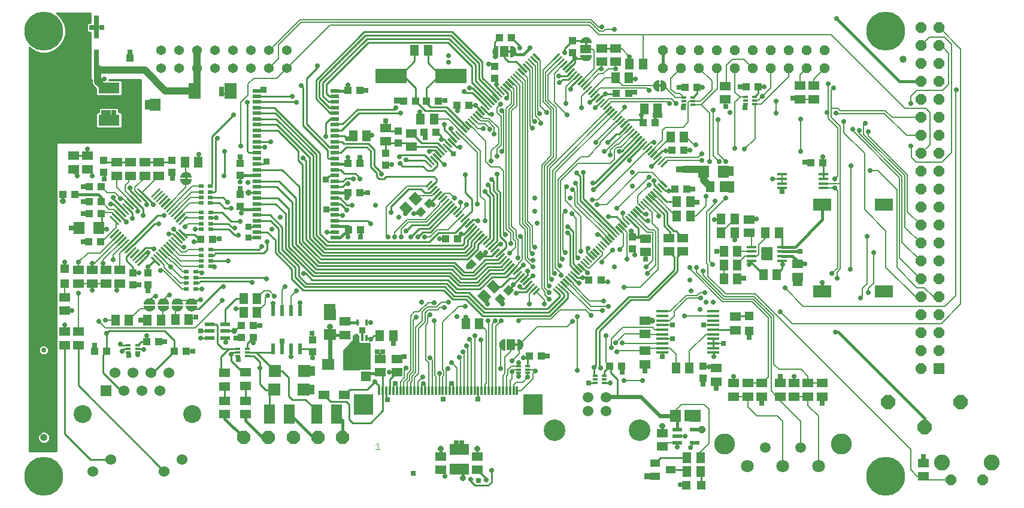
<source format=gtl>
G75*
%MOIN*%
%OFA0B0*%
%FSLAX25Y25*%
%IPPOS*%
%LPD*%
%AMOC8*
5,1,8,0,0,1.08239X$1,22.5*
%
%ADD10C,0.00400*%
%ADD11C,0.04000*%
%ADD12R,0.17717X0.07874*%
%ADD13R,0.05906X0.05118*%
%ADD14R,0.04724X0.01181*%
%ADD15R,0.03937X0.04331*%
%ADD16R,0.04331X0.03937*%
%ADD17R,0.06299X0.07087*%
%ADD18R,0.05118X0.05906*%
%ADD19OC8,0.07874*%
%ADD20R,0.07087X0.08661*%
%ADD21R,0.24409X0.22835*%
%ADD22R,0.11811X0.06299*%
%ADD23R,0.03000X0.12800*%
%ADD24R,0.06000X0.05000*%
%ADD25C,0.00000*%
%ADD26C,0.00001*%
%ADD27R,0.01000X0.03500*%
%ADD28R,0.01000X0.02000*%
%ADD29R,0.05000X0.06000*%
%ADD30R,0.03500X0.01000*%
%ADD31R,0.02000X0.01000*%
%ADD32C,0.12055*%
%ADD33C,0.05906*%
%ADD34R,0.05906X0.05906*%
%ADD35OC8,0.05906*%
%ADD36C,0.05400*%
%ADD37OC8,0.07087*%
%ADD38C,0.07087*%
%ADD39C,0.11661*%
%ADD40C,0.08858*%
%ADD41R,0.04724X0.04724*%
%ADD42C,0.06000*%
%ADD43R,0.06000X0.06000*%
%ADD44C,0.10000*%
%ADD45R,0.02559X0.01969*%
%ADD46C,0.00100*%
%ADD47R,0.02575X0.01184*%
%ADD48R,0.01100X0.06600*%
%ADD49R,0.04724X0.01969*%
%ADD50R,0.10630X0.06299*%
%ADD51OC8,0.05400*%
%ADD52R,0.05800X0.01400*%
%ADD53R,0.06500X0.01700*%
%ADD54R,0.01575X0.03346*%
%ADD55R,0.06890X0.05906*%
%ADD56R,0.07087X0.06299*%
%ADD57R,0.10630X0.11811*%
%ADD58R,0.01181X0.04724*%
%ADD59R,0.05512X0.05512*%
%ADD60R,0.05906X0.04724*%
%ADD61R,0.07087X0.06693*%
%ADD62R,0.06299X0.10630*%
%ADD63R,0.05800X0.02200*%
%ADD64R,0.02362X0.06102*%
%ADD65R,0.05600X0.01700*%
%ADD66R,0.06200X0.07400*%
%ADD67R,0.10236X0.07087*%
%ADD68R,0.05512X0.03937*%
%ADD69C,0.21654*%
%ADD70OC8,0.02781*%
%ADD71R,0.02781X0.02781*%
%ADD72R,0.03175X0.03175*%
%ADD73C,0.00600*%
%ADD74OC8,0.03175*%
%ADD75C,0.01000*%
%ADD76C,0.01600*%
%ADD77C,0.00800*%
%ADD78C,0.00900*%
%ADD79C,0.01400*%
%ADD80C,0.02400*%
%ADD81OC8,0.03962*%
%ADD82C,0.04000*%
D10*
X0223690Y0175508D02*
X0226092Y0175508D01*
X0224891Y0175508D02*
X0224891Y0179111D01*
X0223690Y0177910D01*
D11*
X0039014Y0182161D03*
X0517361Y0392791D03*
D12*
X0265652Y0383728D03*
X0232188Y0383728D03*
D13*
X0229220Y0354719D03*
X0229220Y0347238D03*
X0243720Y0344188D03*
X0243720Y0351669D03*
X0349470Y0391488D03*
X0357220Y0391488D03*
X0357220Y0398969D03*
X0349470Y0398969D03*
X0418420Y0377969D03*
X0418420Y0370488D03*
X0459870Y0370738D03*
X0459870Y0378219D03*
X0467620Y0378219D03*
X0467620Y0370738D03*
X0431470Y0303769D03*
X0431470Y0296288D03*
X0458470Y0279019D03*
X0458470Y0271538D03*
X0423870Y0249519D03*
X0423870Y0242038D03*
X0413120Y0220869D03*
X0413120Y0213388D03*
X0423070Y0212519D03*
X0423070Y0205038D03*
X0430820Y0205038D03*
X0438570Y0205038D03*
X0438570Y0212519D03*
X0430820Y0212519D03*
X0448920Y0212469D03*
X0456670Y0212469D03*
X0464420Y0212469D03*
X0472170Y0212469D03*
X0472170Y0204988D03*
X0464420Y0204988D03*
X0456670Y0204988D03*
X0448920Y0204988D03*
X0383220Y0184669D03*
X0383220Y0177188D03*
X0373720Y0223038D03*
X0373720Y0230519D03*
X0373670Y0239838D03*
X0373670Y0247319D03*
X0373920Y0285488D03*
X0373920Y0292969D03*
X0386970Y0293269D03*
X0386970Y0285788D03*
X0394670Y0285788D03*
X0394670Y0293269D03*
X0280220Y0171769D03*
X0280220Y0164288D03*
X0259870Y0164238D03*
X0259870Y0171719D03*
X0235470Y0218588D03*
X0226120Y0218538D03*
X0226120Y0226019D03*
X0235470Y0226069D03*
X0206770Y0239388D03*
X0206770Y0246869D03*
X0151420Y0218469D03*
X0151420Y0210988D03*
X0139670Y0210738D03*
X0139670Y0218219D03*
X0139670Y0202719D03*
X0151420Y0202719D03*
X0151420Y0195238D03*
X0139670Y0195238D03*
X0058270Y0233738D03*
X0058270Y0241219D03*
X0050470Y0241219D03*
X0050470Y0233738D03*
X0050520Y0252888D03*
X0050520Y0260369D03*
X0058170Y0268088D03*
X0065920Y0268088D03*
X0065920Y0275569D03*
X0058170Y0275569D03*
X0073670Y0275569D03*
X0081420Y0275569D03*
X0081420Y0268088D03*
X0073670Y0268088D03*
X0079670Y0327988D03*
X0087370Y0327988D03*
X0095120Y0327988D03*
X0102870Y0327988D03*
X0102870Y0335469D03*
X0095120Y0335469D03*
X0087370Y0335469D03*
X0079670Y0335469D03*
X0063420Y0339119D03*
X0055720Y0339119D03*
X0055720Y0331638D03*
X0063420Y0331638D03*
X0528670Y0167969D03*
X0528670Y0160488D03*
D14*
G36*
X0355000Y0297659D02*
X0358339Y0294320D01*
X0357504Y0293485D01*
X0354165Y0296824D01*
X0355000Y0297659D01*
G37*
G36*
X0356392Y0299051D02*
X0359731Y0295712D01*
X0358896Y0294877D01*
X0355557Y0298216D01*
X0356392Y0299051D01*
G37*
G36*
X0357784Y0300443D02*
X0361123Y0297104D01*
X0360288Y0296269D01*
X0356949Y0299608D01*
X0357784Y0300443D01*
G37*
G36*
X0359176Y0301835D02*
X0362515Y0298496D01*
X0361680Y0297661D01*
X0358341Y0301000D01*
X0359176Y0301835D01*
G37*
G36*
X0360568Y0303226D02*
X0363907Y0299887D01*
X0363072Y0299052D01*
X0359733Y0302391D01*
X0360568Y0303226D01*
G37*
G36*
X0361960Y0304618D02*
X0365299Y0301279D01*
X0364464Y0300444D01*
X0361125Y0303783D01*
X0361960Y0304618D01*
G37*
G36*
X0363352Y0306010D02*
X0366691Y0302671D01*
X0365856Y0301836D01*
X0362517Y0305175D01*
X0363352Y0306010D01*
G37*
G36*
X0364744Y0307402D02*
X0368083Y0304063D01*
X0367248Y0303228D01*
X0363909Y0306567D01*
X0364744Y0307402D01*
G37*
G36*
X0366136Y0308794D02*
X0369475Y0305455D01*
X0368640Y0304620D01*
X0365301Y0307959D01*
X0366136Y0308794D01*
G37*
G36*
X0367528Y0310186D02*
X0370867Y0306847D01*
X0370032Y0306012D01*
X0366693Y0309351D01*
X0367528Y0310186D01*
G37*
G36*
X0368920Y0311578D02*
X0372259Y0308239D01*
X0371424Y0307404D01*
X0368085Y0310743D01*
X0368920Y0311578D01*
G37*
G36*
X0370312Y0312970D02*
X0373651Y0309631D01*
X0372816Y0308796D01*
X0369477Y0312135D01*
X0370312Y0312970D01*
G37*
G36*
X0371704Y0314362D02*
X0375043Y0311023D01*
X0374208Y0310188D01*
X0370869Y0313527D01*
X0371704Y0314362D01*
G37*
G36*
X0373096Y0315754D02*
X0376435Y0312415D01*
X0375600Y0311580D01*
X0372261Y0314919D01*
X0373096Y0315754D01*
G37*
G36*
X0374488Y0317146D02*
X0377827Y0313807D01*
X0376992Y0312972D01*
X0373653Y0316311D01*
X0374488Y0317146D01*
G37*
G36*
X0375880Y0318538D02*
X0379219Y0315199D01*
X0378384Y0314364D01*
X0375045Y0317703D01*
X0375880Y0318538D01*
G37*
G36*
X0377271Y0319930D02*
X0380610Y0316591D01*
X0379775Y0315756D01*
X0376436Y0319095D01*
X0377271Y0319930D01*
G37*
G36*
X0378663Y0321322D02*
X0382002Y0317983D01*
X0381167Y0317148D01*
X0377828Y0320487D01*
X0378663Y0321322D01*
G37*
G36*
X0380055Y0322714D02*
X0383394Y0319375D01*
X0382559Y0318540D01*
X0379220Y0321879D01*
X0380055Y0322714D01*
G37*
G36*
X0381447Y0324106D02*
X0384786Y0320767D01*
X0383951Y0319932D01*
X0380612Y0323271D01*
X0381447Y0324106D01*
G37*
G36*
X0382839Y0325498D02*
X0386178Y0322159D01*
X0385343Y0321324D01*
X0382004Y0324663D01*
X0382839Y0325498D01*
G37*
G36*
X0382004Y0333294D02*
X0385343Y0336633D01*
X0386178Y0335798D01*
X0382839Y0332459D01*
X0382004Y0333294D01*
G37*
G36*
X0380612Y0334686D02*
X0383951Y0338025D01*
X0384786Y0337190D01*
X0381447Y0333851D01*
X0380612Y0334686D01*
G37*
G36*
X0379220Y0336078D02*
X0382559Y0339417D01*
X0383394Y0338582D01*
X0380055Y0335243D01*
X0379220Y0336078D01*
G37*
G36*
X0377828Y0337470D02*
X0381167Y0340809D01*
X0382002Y0339974D01*
X0378663Y0336635D01*
X0377828Y0337470D01*
G37*
G36*
X0376436Y0338862D02*
X0379775Y0342201D01*
X0380610Y0341366D01*
X0377271Y0338027D01*
X0376436Y0338862D01*
G37*
G36*
X0375045Y0340254D02*
X0378384Y0343593D01*
X0379219Y0342758D01*
X0375880Y0339419D01*
X0375045Y0340254D01*
G37*
G36*
X0373653Y0341646D02*
X0376992Y0344985D01*
X0377827Y0344150D01*
X0374488Y0340811D01*
X0373653Y0341646D01*
G37*
G36*
X0372261Y0343038D02*
X0375600Y0346377D01*
X0376435Y0345542D01*
X0373096Y0342203D01*
X0372261Y0343038D01*
G37*
G36*
X0370869Y0344430D02*
X0374208Y0347769D01*
X0375043Y0346934D01*
X0371704Y0343595D01*
X0370869Y0344430D01*
G37*
G36*
X0369477Y0345822D02*
X0372816Y0349161D01*
X0373651Y0348326D01*
X0370312Y0344987D01*
X0369477Y0345822D01*
G37*
G36*
X0368085Y0347214D02*
X0371424Y0350553D01*
X0372259Y0349718D01*
X0368920Y0346379D01*
X0368085Y0347214D01*
G37*
G36*
X0366693Y0348605D02*
X0370032Y0351944D01*
X0370867Y0351109D01*
X0367528Y0347770D01*
X0366693Y0348605D01*
G37*
G36*
X0365301Y0349997D02*
X0368640Y0353336D01*
X0369475Y0352501D01*
X0366136Y0349162D01*
X0365301Y0349997D01*
G37*
G36*
X0363909Y0351389D02*
X0367248Y0354728D01*
X0368083Y0353893D01*
X0364744Y0350554D01*
X0363909Y0351389D01*
G37*
G36*
X0362517Y0352781D02*
X0365856Y0356120D01*
X0366691Y0355285D01*
X0363352Y0351946D01*
X0362517Y0352781D01*
G37*
G36*
X0361125Y0354173D02*
X0364464Y0357512D01*
X0365299Y0356677D01*
X0361960Y0353338D01*
X0361125Y0354173D01*
G37*
G36*
X0359733Y0355565D02*
X0363072Y0358904D01*
X0363907Y0358069D01*
X0360568Y0354730D01*
X0359733Y0355565D01*
G37*
G36*
X0358341Y0356957D02*
X0361680Y0360296D01*
X0362515Y0359461D01*
X0359176Y0356122D01*
X0358341Y0356957D01*
G37*
G36*
X0356949Y0358349D02*
X0360288Y0361688D01*
X0361123Y0360853D01*
X0357784Y0357514D01*
X0356949Y0358349D01*
G37*
G36*
X0355557Y0359741D02*
X0358896Y0363080D01*
X0359731Y0362245D01*
X0356392Y0358906D01*
X0355557Y0359741D01*
G37*
G36*
X0354165Y0361133D02*
X0357504Y0364472D01*
X0358339Y0363637D01*
X0355000Y0360298D01*
X0354165Y0361133D01*
G37*
G36*
X0352773Y0362525D02*
X0356112Y0365864D01*
X0356947Y0365029D01*
X0353608Y0361690D01*
X0352773Y0362525D01*
G37*
G36*
X0351382Y0363917D02*
X0354721Y0367256D01*
X0355556Y0366421D01*
X0352217Y0363082D01*
X0351382Y0363917D01*
G37*
G36*
X0349990Y0365309D02*
X0353329Y0368648D01*
X0354164Y0367813D01*
X0350825Y0364474D01*
X0349990Y0365309D01*
G37*
G36*
X0348598Y0366701D02*
X0351937Y0370040D01*
X0352772Y0369205D01*
X0349433Y0365866D01*
X0348598Y0366701D01*
G37*
G36*
X0347206Y0368093D02*
X0350545Y0371432D01*
X0351380Y0370597D01*
X0348041Y0367258D01*
X0347206Y0368093D01*
G37*
G36*
X0345814Y0369485D02*
X0349153Y0372824D01*
X0349988Y0371989D01*
X0346649Y0368650D01*
X0345814Y0369485D01*
G37*
G36*
X0344422Y0370877D02*
X0347761Y0374216D01*
X0348596Y0373381D01*
X0345257Y0370042D01*
X0344422Y0370877D01*
G37*
G36*
X0343030Y0372268D02*
X0346369Y0375607D01*
X0347204Y0374772D01*
X0343865Y0371433D01*
X0343030Y0372268D01*
G37*
G36*
X0341638Y0373660D02*
X0344977Y0376999D01*
X0345812Y0376164D01*
X0342473Y0372825D01*
X0341638Y0373660D01*
G37*
G36*
X0340246Y0375052D02*
X0343585Y0378391D01*
X0344420Y0377556D01*
X0341081Y0374217D01*
X0340246Y0375052D01*
G37*
G36*
X0338854Y0376444D02*
X0342193Y0379783D01*
X0343028Y0378948D01*
X0339689Y0375609D01*
X0338854Y0376444D01*
G37*
G36*
X0337462Y0377836D02*
X0340801Y0381175D01*
X0341636Y0380340D01*
X0338297Y0377001D01*
X0337462Y0377836D01*
G37*
G36*
X0336070Y0379228D02*
X0339409Y0382567D01*
X0340244Y0381732D01*
X0336905Y0378393D01*
X0336070Y0379228D01*
G37*
G36*
X0334678Y0380620D02*
X0338017Y0383959D01*
X0338852Y0383124D01*
X0335513Y0379785D01*
X0334678Y0380620D01*
G37*
G36*
X0333286Y0382012D02*
X0336625Y0385351D01*
X0337460Y0384516D01*
X0334121Y0381177D01*
X0333286Y0382012D01*
G37*
G36*
X0331894Y0383404D02*
X0335233Y0386743D01*
X0336068Y0385908D01*
X0332729Y0382569D01*
X0331894Y0383404D01*
G37*
G36*
X0330502Y0384796D02*
X0333841Y0388135D01*
X0334676Y0387300D01*
X0331337Y0383961D01*
X0330502Y0384796D01*
G37*
G36*
X0329110Y0386188D02*
X0332449Y0389527D01*
X0333284Y0388692D01*
X0329945Y0385353D01*
X0329110Y0386188D01*
G37*
G36*
X0327718Y0387580D02*
X0331057Y0390919D01*
X0331892Y0390084D01*
X0328553Y0386745D01*
X0327718Y0387580D01*
G37*
G36*
X0326327Y0388972D02*
X0329666Y0392311D01*
X0330501Y0391476D01*
X0327162Y0388137D01*
X0326327Y0388972D01*
G37*
G36*
X0324935Y0390364D02*
X0328274Y0393703D01*
X0329109Y0392868D01*
X0325770Y0389529D01*
X0324935Y0390364D01*
G37*
G36*
X0323543Y0391756D02*
X0326882Y0395095D01*
X0327717Y0394260D01*
X0324378Y0390921D01*
X0323543Y0391756D01*
G37*
G36*
X0322151Y0393148D02*
X0325490Y0396487D01*
X0326325Y0395652D01*
X0322986Y0392313D01*
X0322151Y0393148D01*
G37*
G36*
X0314354Y0392313D02*
X0311015Y0395652D01*
X0311850Y0396487D01*
X0315189Y0393148D01*
X0314354Y0392313D01*
G37*
G36*
X0312962Y0390921D02*
X0309623Y0394260D01*
X0310458Y0395095D01*
X0313797Y0391756D01*
X0312962Y0390921D01*
G37*
G36*
X0311570Y0389529D02*
X0308231Y0392868D01*
X0309066Y0393703D01*
X0312405Y0390364D01*
X0311570Y0389529D01*
G37*
G36*
X0310178Y0388137D02*
X0306839Y0391476D01*
X0307674Y0392311D01*
X0311013Y0388972D01*
X0310178Y0388137D01*
G37*
G36*
X0308786Y0386745D02*
X0305447Y0390084D01*
X0306282Y0390919D01*
X0309621Y0387580D01*
X0308786Y0386745D01*
G37*
G36*
X0307394Y0385353D02*
X0304055Y0388692D01*
X0304890Y0389527D01*
X0308229Y0386188D01*
X0307394Y0385353D01*
G37*
G36*
X0306003Y0383961D02*
X0302664Y0387300D01*
X0303499Y0388135D01*
X0306838Y0384796D01*
X0306003Y0383961D01*
G37*
G36*
X0304611Y0382569D02*
X0301272Y0385908D01*
X0302107Y0386743D01*
X0305446Y0383404D01*
X0304611Y0382569D01*
G37*
G36*
X0303219Y0381177D02*
X0299880Y0384516D01*
X0300715Y0385351D01*
X0304054Y0382012D01*
X0303219Y0381177D01*
G37*
G36*
X0301827Y0379785D02*
X0298488Y0383124D01*
X0299323Y0383959D01*
X0302662Y0380620D01*
X0301827Y0379785D01*
G37*
G36*
X0300435Y0378393D02*
X0297096Y0381732D01*
X0297931Y0382567D01*
X0301270Y0379228D01*
X0300435Y0378393D01*
G37*
G36*
X0299043Y0377001D02*
X0295704Y0380340D01*
X0296539Y0381175D01*
X0299878Y0377836D01*
X0299043Y0377001D01*
G37*
G36*
X0297651Y0375609D02*
X0294312Y0378948D01*
X0295147Y0379783D01*
X0298486Y0376444D01*
X0297651Y0375609D01*
G37*
G36*
X0296259Y0374217D02*
X0292920Y0377556D01*
X0293755Y0378391D01*
X0297094Y0375052D01*
X0296259Y0374217D01*
G37*
G36*
X0294867Y0372825D02*
X0291528Y0376164D01*
X0292363Y0376999D01*
X0295702Y0373660D01*
X0294867Y0372825D01*
G37*
G36*
X0293475Y0371433D02*
X0290136Y0374772D01*
X0290971Y0375607D01*
X0294310Y0372268D01*
X0293475Y0371433D01*
G37*
G36*
X0292083Y0370042D02*
X0288744Y0373381D01*
X0289579Y0374216D01*
X0292918Y0370877D01*
X0292083Y0370042D01*
G37*
G36*
X0290691Y0368650D02*
X0287352Y0371989D01*
X0288187Y0372824D01*
X0291526Y0369485D01*
X0290691Y0368650D01*
G37*
G36*
X0289299Y0367258D02*
X0285960Y0370597D01*
X0286795Y0371432D01*
X0290134Y0368093D01*
X0289299Y0367258D01*
G37*
G36*
X0287907Y0365866D02*
X0284568Y0369205D01*
X0285403Y0370040D01*
X0288742Y0366701D01*
X0287907Y0365866D01*
G37*
G36*
X0286515Y0364474D02*
X0283176Y0367813D01*
X0284011Y0368648D01*
X0287350Y0365309D01*
X0286515Y0364474D01*
G37*
G36*
X0285123Y0363082D02*
X0281784Y0366421D01*
X0282619Y0367256D01*
X0285958Y0363917D01*
X0285123Y0363082D01*
G37*
G36*
X0283731Y0361690D02*
X0280392Y0365029D01*
X0281227Y0365864D01*
X0284566Y0362525D01*
X0283731Y0361690D01*
G37*
G36*
X0282339Y0360298D02*
X0279000Y0363637D01*
X0279835Y0364472D01*
X0283174Y0361133D01*
X0282339Y0360298D01*
G37*
G36*
X0280948Y0358906D02*
X0277609Y0362245D01*
X0278444Y0363080D01*
X0281783Y0359741D01*
X0280948Y0358906D01*
G37*
G36*
X0279556Y0357514D02*
X0276217Y0360853D01*
X0277052Y0361688D01*
X0280391Y0358349D01*
X0279556Y0357514D01*
G37*
G36*
X0278164Y0356122D02*
X0274825Y0359461D01*
X0275660Y0360296D01*
X0278999Y0356957D01*
X0278164Y0356122D01*
G37*
G36*
X0276772Y0354730D02*
X0273433Y0358069D01*
X0274268Y0358904D01*
X0277607Y0355565D01*
X0276772Y0354730D01*
G37*
G36*
X0275380Y0353338D02*
X0272041Y0356677D01*
X0272876Y0357512D01*
X0276215Y0354173D01*
X0275380Y0353338D01*
G37*
G36*
X0273988Y0351946D02*
X0270649Y0355285D01*
X0271484Y0356120D01*
X0274823Y0352781D01*
X0273988Y0351946D01*
G37*
G36*
X0272596Y0350554D02*
X0269257Y0353893D01*
X0270092Y0354728D01*
X0273431Y0351389D01*
X0272596Y0350554D01*
G37*
G36*
X0271204Y0349162D02*
X0267865Y0352501D01*
X0268700Y0353336D01*
X0272039Y0349997D01*
X0271204Y0349162D01*
G37*
G36*
X0269812Y0347770D02*
X0266473Y0351109D01*
X0267308Y0351944D01*
X0270647Y0348605D01*
X0269812Y0347770D01*
G37*
G36*
X0268420Y0346379D02*
X0265081Y0349718D01*
X0265916Y0350553D01*
X0269255Y0347214D01*
X0268420Y0346379D01*
G37*
G36*
X0267028Y0344987D02*
X0263689Y0348326D01*
X0264524Y0349161D01*
X0267863Y0345822D01*
X0267028Y0344987D01*
G37*
G36*
X0265636Y0343595D02*
X0262297Y0346934D01*
X0263132Y0347769D01*
X0266471Y0344430D01*
X0265636Y0343595D01*
G37*
G36*
X0264244Y0342203D02*
X0260905Y0345542D01*
X0261740Y0346377D01*
X0265079Y0343038D01*
X0264244Y0342203D01*
G37*
G36*
X0262852Y0340811D02*
X0259513Y0344150D01*
X0260348Y0344985D01*
X0263687Y0341646D01*
X0262852Y0340811D01*
G37*
G36*
X0261460Y0339419D02*
X0258121Y0342758D01*
X0258956Y0343593D01*
X0262295Y0340254D01*
X0261460Y0339419D01*
G37*
G36*
X0260068Y0338027D02*
X0256729Y0341366D01*
X0257564Y0342201D01*
X0260903Y0338862D01*
X0260068Y0338027D01*
G37*
G36*
X0258676Y0336635D02*
X0255337Y0339974D01*
X0256172Y0340809D01*
X0259511Y0337470D01*
X0258676Y0336635D01*
G37*
G36*
X0257285Y0335243D02*
X0253946Y0338582D01*
X0254781Y0339417D01*
X0258120Y0336078D01*
X0257285Y0335243D01*
G37*
G36*
X0255893Y0333851D02*
X0252554Y0337190D01*
X0253389Y0338025D01*
X0256728Y0334686D01*
X0255893Y0333851D01*
G37*
G36*
X0254501Y0332459D02*
X0251162Y0335798D01*
X0251997Y0336633D01*
X0255336Y0333294D01*
X0254501Y0332459D01*
G37*
G36*
X0255336Y0324663D02*
X0251997Y0321324D01*
X0251162Y0322159D01*
X0254501Y0325498D01*
X0255336Y0324663D01*
G37*
G36*
X0256728Y0323271D02*
X0253389Y0319932D01*
X0252554Y0320767D01*
X0255893Y0324106D01*
X0256728Y0323271D01*
G37*
G36*
X0258120Y0321879D02*
X0254781Y0318540D01*
X0253946Y0319375D01*
X0257285Y0322714D01*
X0258120Y0321879D01*
G37*
G36*
X0259511Y0320487D02*
X0256172Y0317148D01*
X0255337Y0317983D01*
X0258676Y0321322D01*
X0259511Y0320487D01*
G37*
G36*
X0260903Y0319095D02*
X0257564Y0315756D01*
X0256729Y0316591D01*
X0260068Y0319930D01*
X0260903Y0319095D01*
G37*
G36*
X0262295Y0317703D02*
X0258956Y0314364D01*
X0258121Y0315199D01*
X0261460Y0318538D01*
X0262295Y0317703D01*
G37*
G36*
X0263687Y0316311D02*
X0260348Y0312972D01*
X0259513Y0313807D01*
X0262852Y0317146D01*
X0263687Y0316311D01*
G37*
G36*
X0265079Y0314919D02*
X0261740Y0311580D01*
X0260905Y0312415D01*
X0264244Y0315754D01*
X0265079Y0314919D01*
G37*
G36*
X0266471Y0313527D02*
X0263132Y0310188D01*
X0262297Y0311023D01*
X0265636Y0314362D01*
X0266471Y0313527D01*
G37*
G36*
X0267863Y0312135D02*
X0264524Y0308796D01*
X0263689Y0309631D01*
X0267028Y0312970D01*
X0267863Y0312135D01*
G37*
G36*
X0269255Y0310743D02*
X0265916Y0307404D01*
X0265081Y0308239D01*
X0268420Y0311578D01*
X0269255Y0310743D01*
G37*
G36*
X0270647Y0309351D02*
X0267308Y0306012D01*
X0266473Y0306847D01*
X0269812Y0310186D01*
X0270647Y0309351D01*
G37*
G36*
X0272039Y0307959D02*
X0268700Y0304620D01*
X0267865Y0305455D01*
X0271204Y0308794D01*
X0272039Y0307959D01*
G37*
G36*
X0273431Y0306567D02*
X0270092Y0303228D01*
X0269257Y0304063D01*
X0272596Y0307402D01*
X0273431Y0306567D01*
G37*
G36*
X0274823Y0305175D02*
X0271484Y0301836D01*
X0270649Y0302671D01*
X0273988Y0306010D01*
X0274823Y0305175D01*
G37*
G36*
X0276215Y0303783D02*
X0272876Y0300444D01*
X0272041Y0301279D01*
X0275380Y0304618D01*
X0276215Y0303783D01*
G37*
G36*
X0277607Y0302391D02*
X0274268Y0299052D01*
X0273433Y0299887D01*
X0276772Y0303226D01*
X0277607Y0302391D01*
G37*
G36*
X0278999Y0301000D02*
X0275660Y0297661D01*
X0274825Y0298496D01*
X0278164Y0301835D01*
X0278999Y0301000D01*
G37*
G36*
X0280391Y0299608D02*
X0277052Y0296269D01*
X0276217Y0297104D01*
X0279556Y0300443D01*
X0280391Y0299608D01*
G37*
G36*
X0281783Y0298216D02*
X0278444Y0294877D01*
X0277609Y0295712D01*
X0280948Y0299051D01*
X0281783Y0298216D01*
G37*
G36*
X0283174Y0296824D02*
X0279835Y0293485D01*
X0279000Y0294320D01*
X0282339Y0297659D01*
X0283174Y0296824D01*
G37*
G36*
X0284566Y0295432D02*
X0281227Y0292093D01*
X0280392Y0292928D01*
X0283731Y0296267D01*
X0284566Y0295432D01*
G37*
G36*
X0285958Y0294040D02*
X0282619Y0290701D01*
X0281784Y0291536D01*
X0285123Y0294875D01*
X0285958Y0294040D01*
G37*
G36*
X0287350Y0292648D02*
X0284011Y0289309D01*
X0283176Y0290144D01*
X0286515Y0293483D01*
X0287350Y0292648D01*
G37*
G36*
X0288742Y0291256D02*
X0285403Y0287917D01*
X0284568Y0288752D01*
X0287907Y0292091D01*
X0288742Y0291256D01*
G37*
G36*
X0290134Y0289864D02*
X0286795Y0286525D01*
X0285960Y0287360D01*
X0289299Y0290699D01*
X0290134Y0289864D01*
G37*
G36*
X0291526Y0288472D02*
X0288187Y0285133D01*
X0287352Y0285968D01*
X0290691Y0289307D01*
X0291526Y0288472D01*
G37*
G36*
X0292918Y0287080D02*
X0289579Y0283741D01*
X0288744Y0284576D01*
X0292083Y0287915D01*
X0292918Y0287080D01*
G37*
G36*
X0294310Y0285688D02*
X0290971Y0282349D01*
X0290136Y0283184D01*
X0293475Y0286523D01*
X0294310Y0285688D01*
G37*
G36*
X0295702Y0284296D02*
X0292363Y0280957D01*
X0291528Y0281792D01*
X0294867Y0285131D01*
X0295702Y0284296D01*
G37*
G36*
X0297094Y0282904D02*
X0293755Y0279565D01*
X0292920Y0280400D01*
X0296259Y0283739D01*
X0297094Y0282904D01*
G37*
G36*
X0298486Y0281512D02*
X0295147Y0278173D01*
X0294312Y0279008D01*
X0297651Y0282347D01*
X0298486Y0281512D01*
G37*
G36*
X0299878Y0280120D02*
X0296539Y0276781D01*
X0295704Y0277616D01*
X0299043Y0280955D01*
X0299878Y0280120D01*
G37*
G36*
X0301270Y0278728D02*
X0297931Y0275389D01*
X0297096Y0276224D01*
X0300435Y0279563D01*
X0301270Y0278728D01*
G37*
G36*
X0302662Y0277337D02*
X0299323Y0273998D01*
X0298488Y0274833D01*
X0301827Y0278172D01*
X0302662Y0277337D01*
G37*
G36*
X0304054Y0275945D02*
X0300715Y0272606D01*
X0299880Y0273441D01*
X0303219Y0276780D01*
X0304054Y0275945D01*
G37*
G36*
X0305446Y0274553D02*
X0302107Y0271214D01*
X0301272Y0272049D01*
X0304611Y0275388D01*
X0305446Y0274553D01*
G37*
G36*
X0306838Y0273161D02*
X0303499Y0269822D01*
X0302664Y0270657D01*
X0306003Y0273996D01*
X0306838Y0273161D01*
G37*
G36*
X0308229Y0271769D02*
X0304890Y0268430D01*
X0304055Y0269265D01*
X0307394Y0272604D01*
X0308229Y0271769D01*
G37*
G36*
X0309621Y0270377D02*
X0306282Y0267038D01*
X0305447Y0267873D01*
X0308786Y0271212D01*
X0309621Y0270377D01*
G37*
G36*
X0311013Y0268985D02*
X0307674Y0265646D01*
X0306839Y0266481D01*
X0310178Y0269820D01*
X0311013Y0268985D01*
G37*
G36*
X0312405Y0267593D02*
X0309066Y0264254D01*
X0308231Y0265089D01*
X0311570Y0268428D01*
X0312405Y0267593D01*
G37*
G36*
X0313797Y0266201D02*
X0310458Y0262862D01*
X0309623Y0263697D01*
X0312962Y0267036D01*
X0313797Y0266201D01*
G37*
G36*
X0315189Y0264809D02*
X0311850Y0261470D01*
X0311015Y0262305D01*
X0314354Y0265644D01*
X0315189Y0264809D01*
G37*
G36*
X0322986Y0265644D02*
X0326325Y0262305D01*
X0325490Y0261470D01*
X0322151Y0264809D01*
X0322986Y0265644D01*
G37*
G36*
X0324378Y0267036D02*
X0327717Y0263697D01*
X0326882Y0262862D01*
X0323543Y0266201D01*
X0324378Y0267036D01*
G37*
G36*
X0325770Y0268428D02*
X0329109Y0265089D01*
X0328274Y0264254D01*
X0324935Y0267593D01*
X0325770Y0268428D01*
G37*
G36*
X0327162Y0269820D02*
X0330501Y0266481D01*
X0329666Y0265646D01*
X0326327Y0268985D01*
X0327162Y0269820D01*
G37*
G36*
X0328553Y0271212D02*
X0331892Y0267873D01*
X0331057Y0267038D01*
X0327718Y0270377D01*
X0328553Y0271212D01*
G37*
G36*
X0329945Y0272604D02*
X0333284Y0269265D01*
X0332449Y0268430D01*
X0329110Y0271769D01*
X0329945Y0272604D01*
G37*
G36*
X0331337Y0273996D02*
X0334676Y0270657D01*
X0333841Y0269822D01*
X0330502Y0273161D01*
X0331337Y0273996D01*
G37*
G36*
X0332729Y0275388D02*
X0336068Y0272049D01*
X0335233Y0271214D01*
X0331894Y0274553D01*
X0332729Y0275388D01*
G37*
G36*
X0334121Y0276780D02*
X0337460Y0273441D01*
X0336625Y0272606D01*
X0333286Y0275945D01*
X0334121Y0276780D01*
G37*
G36*
X0335513Y0278172D02*
X0338852Y0274833D01*
X0338017Y0273998D01*
X0334678Y0277337D01*
X0335513Y0278172D01*
G37*
G36*
X0336905Y0279563D02*
X0340244Y0276224D01*
X0339409Y0275389D01*
X0336070Y0278728D01*
X0336905Y0279563D01*
G37*
G36*
X0338297Y0280955D02*
X0341636Y0277616D01*
X0340801Y0276781D01*
X0337462Y0280120D01*
X0338297Y0280955D01*
G37*
G36*
X0339689Y0282347D02*
X0343028Y0279008D01*
X0342193Y0278173D01*
X0338854Y0281512D01*
X0339689Y0282347D01*
G37*
G36*
X0341081Y0283739D02*
X0344420Y0280400D01*
X0343585Y0279565D01*
X0340246Y0282904D01*
X0341081Y0283739D01*
G37*
G36*
X0342473Y0285131D02*
X0345812Y0281792D01*
X0344977Y0280957D01*
X0341638Y0284296D01*
X0342473Y0285131D01*
G37*
G36*
X0343865Y0286523D02*
X0347204Y0283184D01*
X0346369Y0282349D01*
X0343030Y0285688D01*
X0343865Y0286523D01*
G37*
G36*
X0345257Y0287915D02*
X0348596Y0284576D01*
X0347761Y0283741D01*
X0344422Y0287080D01*
X0345257Y0287915D01*
G37*
G36*
X0346649Y0289307D02*
X0349988Y0285968D01*
X0349153Y0285133D01*
X0345814Y0288472D01*
X0346649Y0289307D01*
G37*
G36*
X0348041Y0290699D02*
X0351380Y0287360D01*
X0350545Y0286525D01*
X0347206Y0289864D01*
X0348041Y0290699D01*
G37*
G36*
X0349433Y0292091D02*
X0352772Y0288752D01*
X0351937Y0287917D01*
X0348598Y0291256D01*
X0349433Y0292091D01*
G37*
G36*
X0350825Y0293483D02*
X0354164Y0290144D01*
X0353329Y0289309D01*
X0349990Y0292648D01*
X0350825Y0293483D01*
G37*
G36*
X0352217Y0294875D02*
X0355556Y0291536D01*
X0354721Y0290701D01*
X0351382Y0294040D01*
X0352217Y0294875D01*
G37*
G36*
X0353608Y0296267D02*
X0356947Y0292928D01*
X0356112Y0292093D01*
X0352773Y0295432D01*
X0353608Y0296267D01*
G37*
D15*
X0366670Y0294025D03*
X0366670Y0287332D03*
X0405870Y0221975D03*
X0405870Y0215282D03*
X0236420Y0346132D03*
X0236420Y0352825D03*
X0289820Y0382282D03*
X0289820Y0388975D03*
X0333170Y0396682D03*
X0333170Y0403375D03*
X0148220Y0334875D03*
X0148220Y0328182D03*
X0148220Y0317575D03*
X0148220Y0310882D03*
X0110120Y0329832D03*
X0110120Y0336525D03*
X0072420Y0336525D03*
X0072420Y0329832D03*
X0056266Y0317628D03*
X0049573Y0317628D03*
X0064073Y0291328D03*
X0070766Y0291328D03*
X0088670Y0273975D03*
X0088670Y0267282D03*
X0096920Y0267232D03*
X0096920Y0273925D03*
X0188470Y0236725D03*
X0188470Y0230032D03*
X0086920Y0386782D03*
X0086920Y0393475D03*
D16*
X0070916Y0321778D03*
X0064223Y0321778D03*
X0064323Y0313578D03*
X0071016Y0313578D03*
X0071016Y0306828D03*
X0064323Y0306828D03*
X0126273Y0292628D03*
X0132966Y0292628D03*
X0149073Y0244728D03*
X0155766Y0244728D03*
X0155766Y0237978D03*
X0149073Y0237978D03*
X0118316Y0230228D03*
X0111623Y0230228D03*
X0102916Y0235728D03*
X0096223Y0235728D03*
X0074066Y0230228D03*
X0067373Y0230228D03*
X0208473Y0298078D03*
X0215166Y0298078D03*
X0215016Y0318728D03*
X0208323Y0318728D03*
X0208373Y0335078D03*
X0215066Y0335078D03*
X0229220Y0333832D03*
X0229220Y0340525D03*
X0250573Y0352228D03*
X0257266Y0352228D03*
X0258766Y0369728D03*
X0252073Y0369728D03*
X0246016Y0369728D03*
X0239323Y0369728D03*
X0215016Y0375478D03*
X0208323Y0375478D03*
X0269073Y0367228D03*
X0275766Y0367228D03*
X0292523Y0404978D03*
X0299216Y0404978D03*
X0357773Y0373928D03*
X0364466Y0373928D03*
X0372473Y0357528D03*
X0379166Y0357528D03*
X0388723Y0342228D03*
X0395416Y0342228D03*
X0397016Y0320728D03*
X0390323Y0320728D03*
X0349116Y0269828D03*
X0342423Y0269828D03*
G36*
X0294764Y0264156D02*
X0297825Y0267217D01*
X0300608Y0264434D01*
X0297547Y0261373D01*
X0294764Y0264156D01*
G37*
G36*
X0290032Y0259423D02*
X0293093Y0262484D01*
X0295876Y0259701D01*
X0292815Y0256640D01*
X0290032Y0259423D01*
G37*
G36*
X0274082Y0278673D02*
X0277143Y0281734D01*
X0279926Y0278951D01*
X0276865Y0275890D01*
X0274082Y0278673D01*
G37*
G36*
X0278814Y0283406D02*
X0281875Y0286467D01*
X0284658Y0283684D01*
X0281597Y0280623D01*
X0278814Y0283406D01*
G37*
X0269366Y0292828D03*
X0262673Y0292828D03*
G36*
X0245782Y0307773D02*
X0248843Y0310834D01*
X0251626Y0308051D01*
X0248565Y0304990D01*
X0245782Y0307773D01*
G37*
G36*
X0250514Y0312506D02*
X0253575Y0315567D01*
X0256358Y0312784D01*
X0253297Y0309723D01*
X0250514Y0312506D01*
G37*
X0309273Y0227578D03*
X0315966Y0227578D03*
X0354023Y0222028D03*
X0360716Y0222028D03*
X0466073Y0335378D03*
X0472766Y0335378D03*
X0436616Y0377578D03*
X0429923Y0377578D03*
X0402566Y0377378D03*
X0395873Y0377378D03*
D17*
X0406308Y0330128D03*
X0417332Y0330128D03*
X0401682Y0194428D03*
X0390658Y0194428D03*
X0100932Y0367728D03*
X0089908Y0367728D03*
X0069682Y0299078D03*
X0058658Y0299078D03*
D18*
X0117630Y0335578D03*
X0125110Y0335578D03*
X0211230Y0350228D03*
X0218710Y0350228D03*
X0248780Y0359628D03*
X0256260Y0359628D03*
X0252910Y0397978D03*
X0245430Y0397978D03*
G36*
X0249762Y0315045D02*
X0246143Y0311426D01*
X0241968Y0315601D01*
X0245587Y0319220D01*
X0249762Y0315045D01*
G37*
G36*
X0244472Y0309756D02*
X0240853Y0306137D01*
X0236678Y0310312D01*
X0240297Y0313931D01*
X0244472Y0309756D01*
G37*
G36*
X0285468Y0266501D02*
X0289087Y0270120D01*
X0293262Y0265945D01*
X0289643Y0262326D01*
X0285468Y0266501D01*
G37*
G36*
X0280178Y0261212D02*
X0283797Y0264831D01*
X0287972Y0260656D01*
X0284353Y0257037D01*
X0280178Y0261212D01*
G37*
X0281360Y0245578D03*
X0273880Y0245578D03*
X0233510Y0238778D03*
X0226030Y0238778D03*
X0157660Y0251978D03*
X0150180Y0251978D03*
X0150180Y0259728D03*
X0157660Y0259728D03*
X0119760Y0247778D03*
X0112280Y0247778D03*
X0104260Y0247728D03*
X0096780Y0247728D03*
X0086360Y0247678D03*
X0078880Y0247678D03*
X0357280Y0382478D03*
X0364760Y0382478D03*
X0365080Y0390278D03*
X0372560Y0390278D03*
X0373130Y0365278D03*
X0380610Y0365278D03*
X0387930Y0349478D03*
X0395410Y0349478D03*
X0410080Y0321878D03*
X0417560Y0321878D03*
X0398910Y0313478D03*
X0391430Y0313478D03*
X0391430Y0305728D03*
X0398910Y0305728D03*
X0416080Y0303928D03*
X0423560Y0303928D03*
X0423560Y0296178D03*
X0416080Y0296178D03*
X0417480Y0286028D03*
X0424960Y0286028D03*
X0424960Y0278278D03*
X0424960Y0270528D03*
X0417480Y0270528D03*
X0417480Y0278278D03*
X0439480Y0273028D03*
X0446960Y0273028D03*
X0448210Y0296278D03*
X0440730Y0296278D03*
X0398360Y0221028D03*
X0390880Y0221028D03*
X0397030Y0171028D03*
X0404510Y0171028D03*
X0404510Y0163278D03*
X0397030Y0163278D03*
D19*
X0509091Y0202065D03*
X0529170Y0187892D03*
X0549249Y0202065D03*
D20*
X0142909Y0375128D03*
X0122831Y0375128D03*
D21*
X0047050Y0367978D03*
D22*
X0075318Y0359002D03*
X0075318Y0376955D03*
D23*
X0068420Y0391978D03*
X0068420Y0410978D03*
D24*
X0340670Y0398678D03*
D25*
X0341170Y0400678D02*
X0340170Y0400678D01*
X0340170Y0402178D01*
X0337670Y0402178D01*
X0337728Y0402764D01*
X0337898Y0403326D01*
X0338176Y0403845D01*
X0338549Y0404300D01*
X0339003Y0404673D01*
X0339522Y0404950D01*
X0340085Y0405121D01*
X0340670Y0405178D01*
X0341255Y0405121D01*
X0341818Y0404950D01*
X0342337Y0404673D01*
X0342791Y0404300D01*
X0343164Y0403845D01*
X0343442Y0403326D01*
X0343612Y0402764D01*
X0343670Y0402178D01*
X0341170Y0402178D01*
X0341170Y0400678D01*
X0343670Y0395178D02*
X0337670Y0395178D01*
X0337728Y0394593D01*
X0337898Y0394030D01*
X0338176Y0393512D01*
X0338549Y0393057D01*
X0339003Y0392684D01*
X0339522Y0392407D01*
X0340085Y0392236D01*
X0340670Y0392178D01*
X0341255Y0392236D01*
X0341818Y0392407D01*
X0342337Y0392684D01*
X0342791Y0393057D01*
X0343164Y0393512D01*
X0343442Y0394030D01*
X0343612Y0394593D01*
X0343670Y0395178D01*
X0301770Y0397378D02*
X0301712Y0396793D01*
X0301542Y0396230D01*
X0301264Y0395712D01*
X0300891Y0395257D01*
X0300437Y0394884D01*
X0299918Y0394607D01*
X0299355Y0394436D01*
X0298770Y0394378D01*
X0298770Y0396878D01*
X0297270Y0396878D01*
X0297270Y0397878D01*
X0298770Y0397878D01*
X0298770Y0400378D01*
X0299355Y0400321D01*
X0299918Y0400150D01*
X0300437Y0399873D01*
X0300891Y0399500D01*
X0301264Y0399045D01*
X0301542Y0398526D01*
X0301712Y0397964D01*
X0301770Y0397378D01*
X0291770Y0400378D02*
X0291770Y0394378D01*
X0291185Y0394436D01*
X0290622Y0394607D01*
X0290103Y0394884D01*
X0289649Y0395257D01*
X0289276Y0395712D01*
X0288998Y0396230D01*
X0288828Y0396793D01*
X0288770Y0397378D01*
X0288828Y0397964D01*
X0288998Y0398526D01*
X0289276Y0399045D01*
X0289649Y0399500D01*
X0290103Y0399873D01*
X0290622Y0400150D01*
X0291185Y0400321D01*
X0291770Y0400378D01*
X0295520Y0236978D02*
X0294935Y0236921D01*
X0294372Y0236750D01*
X0293853Y0236473D01*
X0293399Y0236100D01*
X0293026Y0235645D01*
X0292748Y0235126D01*
X0292578Y0234564D01*
X0292520Y0233978D01*
X0292578Y0233393D01*
X0292748Y0232830D01*
X0293026Y0232312D01*
X0293399Y0231857D01*
X0293853Y0231484D01*
X0294372Y0231207D01*
X0294935Y0231036D01*
X0295520Y0230978D01*
X0295520Y0236978D01*
X0301020Y0234478D02*
X0302520Y0234478D01*
X0302520Y0236978D01*
X0303105Y0236921D01*
X0303668Y0236750D01*
X0304187Y0236473D01*
X0304641Y0236100D01*
X0305014Y0235645D01*
X0305292Y0235126D01*
X0305462Y0234564D01*
X0305520Y0233978D01*
X0305462Y0233393D01*
X0305292Y0232830D01*
X0305014Y0232312D01*
X0304641Y0231857D01*
X0304187Y0231484D01*
X0303668Y0231207D01*
X0303105Y0231036D01*
X0302520Y0230978D01*
X0302520Y0233478D01*
X0301020Y0233478D01*
X0301020Y0234478D01*
D26*
X0301020Y0234477D02*
X0305471Y0234477D01*
X0305471Y0234476D02*
X0301020Y0234476D01*
X0301020Y0234475D02*
X0305471Y0234475D01*
X0305471Y0234474D02*
X0301020Y0234474D01*
X0301020Y0234473D02*
X0305471Y0234473D01*
X0305471Y0234472D02*
X0301020Y0234472D01*
X0301020Y0234471D02*
X0305471Y0234471D01*
X0305471Y0234470D02*
X0301020Y0234470D01*
X0301020Y0234469D02*
X0305472Y0234469D01*
X0301020Y0234469D01*
X0301020Y0234468D02*
X0305472Y0234468D01*
X0305472Y0234467D02*
X0301020Y0234467D01*
X0301020Y0234466D02*
X0305472Y0234466D01*
X0305472Y0234465D02*
X0301020Y0234465D01*
X0301020Y0234464D02*
X0305472Y0234464D01*
X0305472Y0234463D02*
X0301020Y0234463D01*
X0301020Y0234462D02*
X0305472Y0234462D01*
X0305472Y0234461D02*
X0301020Y0234461D01*
X0301020Y0234460D02*
X0305473Y0234460D01*
X0305473Y0234459D02*
X0301020Y0234459D01*
X0301020Y0234458D02*
X0305473Y0234458D01*
X0305473Y0234457D02*
X0301020Y0234457D01*
X0301020Y0234456D02*
X0305473Y0234456D01*
X0305473Y0234455D02*
X0301020Y0234455D01*
X0301020Y0234454D02*
X0305473Y0234454D01*
X0305473Y0234453D02*
X0301020Y0234453D01*
X0301020Y0234452D02*
X0305473Y0234452D01*
X0305473Y0234451D02*
X0301020Y0234451D01*
X0301020Y0234450D02*
X0305474Y0234450D01*
X0305474Y0234449D02*
X0301020Y0234449D01*
X0301020Y0234448D02*
X0305474Y0234448D01*
X0305474Y0234447D02*
X0301020Y0234447D01*
X0301020Y0234446D02*
X0305474Y0234446D01*
X0305474Y0234445D02*
X0301020Y0234445D01*
X0301020Y0234444D02*
X0305474Y0234444D01*
X0305474Y0234443D02*
X0301020Y0234443D01*
X0301020Y0234442D02*
X0305474Y0234442D01*
X0305474Y0234441D02*
X0301020Y0234441D01*
X0301020Y0234440D02*
X0305474Y0234440D01*
X0305475Y0234439D02*
X0301020Y0234439D01*
X0301020Y0234438D02*
X0305475Y0234438D01*
X0305475Y0234437D02*
X0301020Y0234437D01*
X0301020Y0234436D02*
X0305475Y0234436D01*
X0305475Y0234435D02*
X0301020Y0234435D01*
X0301020Y0234434D02*
X0305475Y0234434D01*
X0305475Y0234433D02*
X0301020Y0234433D01*
X0301020Y0234432D02*
X0305475Y0234432D01*
X0305475Y0234431D02*
X0301020Y0234431D01*
X0301020Y0234430D02*
X0305475Y0234430D01*
X0305476Y0234429D02*
X0301020Y0234429D01*
X0301020Y0234428D02*
X0305476Y0234428D01*
X0305476Y0234427D02*
X0301020Y0234427D01*
X0301020Y0234426D02*
X0305476Y0234426D01*
X0305476Y0234425D02*
X0301020Y0234425D01*
X0301020Y0234424D02*
X0305476Y0234424D01*
X0305476Y0234423D02*
X0301020Y0234423D01*
X0301020Y0234422D02*
X0305476Y0234422D01*
X0305476Y0234421D02*
X0301020Y0234421D01*
X0301020Y0234420D02*
X0305476Y0234420D01*
X0305477Y0234419D02*
X0301020Y0234419D01*
X0301020Y0234418D02*
X0305477Y0234418D01*
X0305477Y0234417D02*
X0301020Y0234417D01*
X0301020Y0234416D02*
X0305477Y0234416D01*
X0305477Y0234415D02*
X0301020Y0234415D01*
X0301020Y0234414D02*
X0305477Y0234414D01*
X0305477Y0234413D02*
X0301020Y0234413D01*
X0301020Y0234412D02*
X0305477Y0234412D01*
X0305477Y0234411D02*
X0301020Y0234411D01*
X0301020Y0234410D02*
X0305477Y0234410D01*
X0305477Y0234409D02*
X0301020Y0234409D01*
X0301020Y0234408D02*
X0305478Y0234408D01*
X0305478Y0234407D02*
X0301020Y0234407D01*
X0301020Y0234406D02*
X0305478Y0234406D01*
X0301020Y0234406D01*
X0301020Y0234405D02*
X0305478Y0234405D01*
X0305478Y0234404D02*
X0301020Y0234404D01*
X0301020Y0234403D02*
X0305478Y0234403D01*
X0305478Y0234402D02*
X0301020Y0234402D01*
X0301020Y0234401D02*
X0305478Y0234401D01*
X0305478Y0234400D02*
X0301020Y0234400D01*
X0301020Y0234399D02*
X0305479Y0234399D01*
X0305479Y0234398D02*
X0301020Y0234398D01*
X0301020Y0234397D02*
X0305479Y0234397D01*
X0305479Y0234396D02*
X0301020Y0234396D01*
X0301020Y0234395D02*
X0305479Y0234395D01*
X0305479Y0234394D02*
X0301020Y0234394D01*
X0301020Y0234393D02*
X0305479Y0234393D01*
X0305479Y0234392D02*
X0301020Y0234392D01*
X0301020Y0234391D02*
X0305479Y0234391D01*
X0305479Y0234390D02*
X0301020Y0234390D01*
X0301020Y0234389D02*
X0305480Y0234389D01*
X0305480Y0234388D02*
X0301020Y0234388D01*
X0301020Y0234387D02*
X0305480Y0234387D01*
X0305480Y0234386D02*
X0301020Y0234386D01*
X0301020Y0234385D02*
X0305480Y0234385D01*
X0305480Y0234384D02*
X0301020Y0234384D01*
X0301020Y0234383D02*
X0305480Y0234383D01*
X0305480Y0234382D02*
X0301020Y0234382D01*
X0301020Y0234381D02*
X0305480Y0234381D01*
X0305480Y0234380D02*
X0301020Y0234380D01*
X0301020Y0234379D02*
X0305480Y0234379D01*
X0305481Y0234378D02*
X0301020Y0234378D01*
X0301020Y0234377D02*
X0305481Y0234377D01*
X0305481Y0234376D02*
X0301020Y0234376D01*
X0301020Y0234375D02*
X0305481Y0234375D01*
X0305481Y0234374D02*
X0301020Y0234374D01*
X0301020Y0234373D02*
X0305481Y0234373D01*
X0305481Y0234372D02*
X0301020Y0234372D01*
X0301020Y0234371D02*
X0305481Y0234371D01*
X0305481Y0234370D02*
X0301020Y0234370D01*
X0301020Y0234369D02*
X0305481Y0234369D01*
X0305482Y0234368D02*
X0301020Y0234368D01*
X0301020Y0234367D02*
X0305482Y0234367D01*
X0305482Y0234366D02*
X0301020Y0234366D01*
X0301020Y0234365D02*
X0305482Y0234365D01*
X0305482Y0234364D02*
X0301020Y0234364D01*
X0301020Y0234363D02*
X0305482Y0234363D01*
X0305482Y0234362D02*
X0301020Y0234362D01*
X0301020Y0234361D02*
X0305482Y0234361D01*
X0305482Y0234360D02*
X0301020Y0234360D01*
X0301020Y0234359D02*
X0305482Y0234359D01*
X0305483Y0234358D02*
X0301020Y0234358D01*
X0301020Y0234357D02*
X0305483Y0234357D01*
X0305483Y0234356D02*
X0301020Y0234356D01*
X0301020Y0234355D02*
X0305483Y0234355D01*
X0305483Y0234354D02*
X0301020Y0234354D01*
X0301020Y0234353D02*
X0305483Y0234353D01*
X0305483Y0234352D02*
X0301020Y0234352D01*
X0301020Y0234351D02*
X0305483Y0234351D01*
X0305483Y0234350D02*
X0301020Y0234350D01*
X0301020Y0234349D02*
X0305483Y0234349D01*
X0305483Y0234348D02*
X0301020Y0234348D01*
X0301020Y0234347D02*
X0305484Y0234347D01*
X0305484Y0234346D02*
X0301020Y0234346D01*
X0301020Y0234345D02*
X0305484Y0234345D01*
X0305484Y0234344D02*
X0301020Y0234344D01*
X0305484Y0234344D01*
X0305484Y0234343D02*
X0301020Y0234343D01*
X0301020Y0234342D02*
X0305484Y0234342D01*
X0305484Y0234341D02*
X0301020Y0234341D01*
X0301020Y0234340D02*
X0305484Y0234340D01*
X0305484Y0234339D02*
X0301020Y0234339D01*
X0301020Y0234338D02*
X0305485Y0234338D01*
X0305485Y0234337D02*
X0301020Y0234337D01*
X0301020Y0234336D02*
X0305485Y0234336D01*
X0305485Y0234335D02*
X0301020Y0234335D01*
X0301020Y0234334D02*
X0305485Y0234334D01*
X0305485Y0234333D02*
X0301020Y0234333D01*
X0301020Y0234332D02*
X0305485Y0234332D01*
X0305485Y0234331D02*
X0301020Y0234331D01*
X0301020Y0234330D02*
X0305485Y0234330D01*
X0305485Y0234329D02*
X0301020Y0234329D01*
X0301020Y0234328D02*
X0305486Y0234328D01*
X0305486Y0234327D02*
X0301020Y0234327D01*
X0301020Y0234326D02*
X0305486Y0234326D01*
X0305486Y0234325D02*
X0301020Y0234325D01*
X0301020Y0234324D02*
X0305486Y0234324D01*
X0305486Y0234323D02*
X0301020Y0234323D01*
X0301020Y0234322D02*
X0305486Y0234322D01*
X0305486Y0234321D02*
X0301020Y0234321D01*
X0301020Y0234320D02*
X0305486Y0234320D01*
X0305486Y0234319D02*
X0301020Y0234319D01*
X0301020Y0234318D02*
X0305486Y0234318D01*
X0305487Y0234317D02*
X0301020Y0234317D01*
X0301020Y0234316D02*
X0305487Y0234316D01*
X0305487Y0234315D02*
X0301020Y0234315D01*
X0301020Y0234314D02*
X0305487Y0234314D01*
X0305487Y0234313D02*
X0301020Y0234313D01*
X0301020Y0234312D02*
X0305487Y0234312D01*
X0305487Y0234311D02*
X0301020Y0234311D01*
X0301020Y0234310D02*
X0305487Y0234310D01*
X0305487Y0234309D02*
X0301020Y0234309D01*
X0301020Y0234308D02*
X0305487Y0234308D01*
X0305488Y0234307D02*
X0301020Y0234307D01*
X0301020Y0234306D02*
X0305488Y0234306D01*
X0305488Y0234305D02*
X0301020Y0234305D01*
X0301020Y0234304D02*
X0305488Y0234304D01*
X0305488Y0234303D02*
X0301020Y0234303D01*
X0301020Y0234302D02*
X0305488Y0234302D01*
X0305488Y0234301D02*
X0301020Y0234301D01*
X0301020Y0234300D02*
X0305488Y0234300D01*
X0305488Y0234299D02*
X0301020Y0234299D01*
X0301020Y0234298D02*
X0305488Y0234298D01*
X0305489Y0234297D02*
X0301020Y0234297D01*
X0301020Y0234296D02*
X0305489Y0234296D01*
X0305489Y0234295D02*
X0301020Y0234295D01*
X0301020Y0234294D02*
X0305489Y0234294D01*
X0305489Y0234293D02*
X0301020Y0234293D01*
X0301020Y0234292D02*
X0305489Y0234292D01*
X0305489Y0234291D02*
X0301020Y0234291D01*
X0301020Y0234290D02*
X0305489Y0234290D01*
X0305489Y0234289D02*
X0301020Y0234289D01*
X0301020Y0234288D02*
X0305489Y0234288D01*
X0305490Y0234287D02*
X0301020Y0234287D01*
X0301020Y0234286D02*
X0305490Y0234286D01*
X0305490Y0234285D02*
X0301020Y0234285D01*
X0301020Y0234284D02*
X0305490Y0234284D01*
X0305490Y0234283D02*
X0301020Y0234283D01*
X0301020Y0234282D02*
X0305490Y0234282D01*
X0305490Y0234281D02*
X0301020Y0234281D01*
X0305490Y0234281D01*
X0305490Y0234280D02*
X0301020Y0234280D01*
X0301020Y0234279D02*
X0305490Y0234279D01*
X0305490Y0234278D02*
X0301020Y0234278D01*
X0301020Y0234277D02*
X0305491Y0234277D01*
X0305491Y0234276D02*
X0301020Y0234276D01*
X0301020Y0234275D02*
X0305491Y0234275D01*
X0305491Y0234274D02*
X0301020Y0234274D01*
X0301020Y0234273D02*
X0305491Y0234273D01*
X0305491Y0234272D02*
X0301020Y0234272D01*
X0301020Y0234271D02*
X0305491Y0234271D01*
X0305491Y0234270D02*
X0301020Y0234270D01*
X0301020Y0234269D02*
X0305491Y0234269D01*
X0305491Y0234268D02*
X0301020Y0234268D01*
X0301020Y0234267D02*
X0305492Y0234267D01*
X0305492Y0234266D02*
X0301020Y0234266D01*
X0301020Y0234265D02*
X0305492Y0234265D01*
X0305492Y0234264D02*
X0301020Y0234264D01*
X0301020Y0234263D02*
X0305492Y0234263D01*
X0305492Y0234262D02*
X0301020Y0234262D01*
X0301020Y0234261D02*
X0305492Y0234261D01*
X0305492Y0234260D02*
X0301020Y0234260D01*
X0301020Y0234259D02*
X0305492Y0234259D01*
X0305492Y0234258D02*
X0301020Y0234258D01*
X0301020Y0234257D02*
X0305493Y0234257D01*
X0305493Y0234256D02*
X0301020Y0234256D01*
X0301020Y0234255D02*
X0305493Y0234255D01*
X0305493Y0234254D02*
X0301020Y0234254D01*
X0301020Y0234253D02*
X0305493Y0234253D01*
X0305493Y0234252D02*
X0301020Y0234252D01*
X0301020Y0234251D02*
X0305493Y0234251D01*
X0305493Y0234250D02*
X0301020Y0234250D01*
X0301020Y0234249D02*
X0305493Y0234249D01*
X0305493Y0234248D02*
X0301020Y0234248D01*
X0301020Y0234247D02*
X0305493Y0234247D01*
X0305494Y0234246D02*
X0301020Y0234246D01*
X0301020Y0234245D02*
X0305494Y0234245D01*
X0305494Y0234244D02*
X0301020Y0234244D01*
X0301020Y0234243D02*
X0305494Y0234243D01*
X0305494Y0234242D02*
X0301020Y0234242D01*
X0301020Y0234241D02*
X0305494Y0234241D01*
X0305494Y0234240D02*
X0301020Y0234240D01*
X0301020Y0234239D02*
X0305494Y0234239D01*
X0305494Y0234238D02*
X0301020Y0234238D01*
X0301020Y0234237D02*
X0305494Y0234237D01*
X0305495Y0234236D02*
X0301020Y0234236D01*
X0301020Y0234235D02*
X0305495Y0234235D01*
X0305495Y0234234D02*
X0301020Y0234234D01*
X0301020Y0234233D02*
X0305495Y0234233D01*
X0305495Y0234232D02*
X0301020Y0234232D01*
X0301020Y0234231D02*
X0305495Y0234231D01*
X0305495Y0234230D02*
X0301020Y0234230D01*
X0301020Y0234229D02*
X0305495Y0234229D01*
X0305495Y0234228D02*
X0301020Y0234228D01*
X0301020Y0234227D02*
X0305495Y0234227D01*
X0305496Y0234226D02*
X0301020Y0234226D01*
X0301020Y0234225D02*
X0305496Y0234225D01*
X0305496Y0234224D02*
X0301020Y0234224D01*
X0301020Y0234223D02*
X0305496Y0234223D01*
X0305496Y0234222D02*
X0301020Y0234222D01*
X0301020Y0234221D02*
X0305496Y0234221D01*
X0305496Y0234220D02*
X0301020Y0234220D01*
X0301020Y0234219D02*
X0305496Y0234219D01*
X0301020Y0234219D01*
X0301020Y0234218D02*
X0305496Y0234218D01*
X0305496Y0234217D02*
X0301020Y0234217D01*
X0301020Y0234216D02*
X0305497Y0234216D01*
X0305497Y0234215D02*
X0301020Y0234215D01*
X0301020Y0234214D02*
X0305497Y0234214D01*
X0305497Y0234213D02*
X0301020Y0234213D01*
X0301020Y0234212D02*
X0305497Y0234212D01*
X0305497Y0234211D02*
X0301020Y0234211D01*
X0301020Y0234210D02*
X0305497Y0234210D01*
X0305497Y0234209D02*
X0301020Y0234209D01*
X0301020Y0234208D02*
X0305497Y0234208D01*
X0305497Y0234207D02*
X0301020Y0234207D01*
X0301020Y0234206D02*
X0305498Y0234206D01*
X0305498Y0234205D02*
X0301020Y0234205D01*
X0301020Y0234204D02*
X0305498Y0234204D01*
X0305498Y0234203D02*
X0301020Y0234203D01*
X0301020Y0234202D02*
X0305498Y0234202D01*
X0305498Y0234201D02*
X0301020Y0234201D01*
X0301020Y0234200D02*
X0305498Y0234200D01*
X0305498Y0234199D02*
X0301020Y0234199D01*
X0301020Y0234198D02*
X0305498Y0234198D01*
X0305498Y0234197D02*
X0301020Y0234197D01*
X0301020Y0234196D02*
X0305499Y0234196D01*
X0305499Y0234195D02*
X0301020Y0234195D01*
X0301020Y0234194D02*
X0305499Y0234194D01*
X0305499Y0234193D02*
X0301020Y0234193D01*
X0301020Y0234192D02*
X0305499Y0234192D01*
X0305499Y0234191D02*
X0301020Y0234191D01*
X0301020Y0234190D02*
X0305499Y0234190D01*
X0305499Y0234189D02*
X0301020Y0234189D01*
X0301020Y0234188D02*
X0305499Y0234188D01*
X0305499Y0234187D02*
X0301020Y0234187D01*
X0301020Y0234186D02*
X0305499Y0234186D01*
X0305500Y0234185D02*
X0301020Y0234185D01*
X0301020Y0234184D02*
X0305500Y0234184D01*
X0305500Y0234183D02*
X0301020Y0234183D01*
X0301020Y0234182D02*
X0305500Y0234182D01*
X0305500Y0234181D02*
X0301020Y0234181D01*
X0301020Y0234180D02*
X0305500Y0234180D01*
X0305500Y0234179D02*
X0301020Y0234179D01*
X0301020Y0234178D02*
X0305500Y0234178D01*
X0305500Y0234177D02*
X0301020Y0234177D01*
X0301020Y0234176D02*
X0305500Y0234176D01*
X0305501Y0234175D02*
X0301020Y0234175D01*
X0301020Y0234174D02*
X0305501Y0234174D01*
X0305501Y0234173D02*
X0301020Y0234173D01*
X0301020Y0234172D02*
X0305501Y0234172D01*
X0305501Y0234171D02*
X0301020Y0234171D01*
X0301020Y0234170D02*
X0305501Y0234170D01*
X0305501Y0234169D02*
X0301020Y0234169D01*
X0301020Y0234168D02*
X0305501Y0234168D01*
X0305501Y0234167D02*
X0301020Y0234167D01*
X0301020Y0234166D02*
X0305501Y0234166D01*
X0305502Y0234165D02*
X0301020Y0234165D01*
X0301020Y0234164D02*
X0305502Y0234164D01*
X0305502Y0234163D02*
X0301020Y0234163D01*
X0301020Y0234162D02*
X0305502Y0234162D01*
X0305502Y0234161D02*
X0301020Y0234161D01*
X0301020Y0234160D02*
X0305502Y0234160D01*
X0305502Y0234159D02*
X0301020Y0234159D01*
X0301020Y0234158D02*
X0305502Y0234158D01*
X0305502Y0234157D02*
X0301020Y0234157D01*
X0301020Y0234156D02*
X0305502Y0234156D01*
X0301020Y0234156D01*
X0301020Y0234155D02*
X0305503Y0234155D01*
X0305503Y0234154D02*
X0301020Y0234154D01*
X0301020Y0234153D02*
X0305503Y0234153D01*
X0305503Y0234152D02*
X0301020Y0234152D01*
X0301020Y0234151D02*
X0305503Y0234151D01*
X0305503Y0234150D02*
X0301020Y0234150D01*
X0301020Y0234149D02*
X0305503Y0234149D01*
X0305503Y0234148D02*
X0301020Y0234148D01*
X0301020Y0234147D02*
X0305503Y0234147D01*
X0305503Y0234146D02*
X0301020Y0234146D01*
X0301020Y0234145D02*
X0305504Y0234145D01*
X0305504Y0234144D02*
X0301020Y0234144D01*
X0301020Y0234143D02*
X0305504Y0234143D01*
X0305504Y0234142D02*
X0301020Y0234142D01*
X0301020Y0234141D02*
X0305504Y0234141D01*
X0305504Y0234140D02*
X0301020Y0234140D01*
X0301020Y0234139D02*
X0305504Y0234139D01*
X0305504Y0234138D02*
X0301020Y0234138D01*
X0301020Y0234137D02*
X0305504Y0234137D01*
X0305504Y0234136D02*
X0301020Y0234136D01*
X0301020Y0234135D02*
X0305505Y0234135D01*
X0305505Y0234134D02*
X0301020Y0234134D01*
X0301020Y0234133D02*
X0305505Y0234133D01*
X0305505Y0234132D02*
X0301020Y0234132D01*
X0301020Y0234131D02*
X0305505Y0234131D01*
X0305505Y0234130D02*
X0301020Y0234130D01*
X0301020Y0234129D02*
X0305505Y0234129D01*
X0305505Y0234128D02*
X0301020Y0234128D01*
X0301020Y0234127D02*
X0305505Y0234127D01*
X0305505Y0234126D02*
X0301020Y0234126D01*
X0301020Y0234125D02*
X0305505Y0234125D01*
X0305506Y0234124D02*
X0301020Y0234124D01*
X0301020Y0234123D02*
X0305506Y0234123D01*
X0305506Y0234122D02*
X0301020Y0234122D01*
X0301020Y0234121D02*
X0305506Y0234121D01*
X0305506Y0234120D02*
X0301020Y0234120D01*
X0301020Y0234119D02*
X0305506Y0234119D01*
X0305506Y0234118D02*
X0301020Y0234118D01*
X0301020Y0234117D02*
X0305506Y0234117D01*
X0305506Y0234116D02*
X0301020Y0234116D01*
X0301020Y0234115D02*
X0305506Y0234115D01*
X0305507Y0234114D02*
X0301020Y0234114D01*
X0301020Y0234113D02*
X0305507Y0234113D01*
X0305507Y0234112D02*
X0301020Y0234112D01*
X0301020Y0234111D02*
X0305507Y0234111D01*
X0305507Y0234110D02*
X0301020Y0234110D01*
X0301020Y0234109D02*
X0305507Y0234109D01*
X0305507Y0234108D02*
X0301020Y0234108D01*
X0301020Y0234107D02*
X0305507Y0234107D01*
X0305507Y0234106D02*
X0301020Y0234106D01*
X0301020Y0234105D02*
X0305507Y0234105D01*
X0305508Y0234104D02*
X0301020Y0234104D01*
X0301020Y0234103D02*
X0305508Y0234103D01*
X0305508Y0234102D02*
X0301020Y0234102D01*
X0301020Y0234101D02*
X0305508Y0234101D01*
X0305508Y0234100D02*
X0301020Y0234100D01*
X0301020Y0234099D02*
X0305508Y0234099D01*
X0305508Y0234098D02*
X0301020Y0234098D01*
X0301020Y0234097D02*
X0305508Y0234097D01*
X0305508Y0234096D02*
X0301020Y0234096D01*
X0301020Y0234095D02*
X0305508Y0234095D01*
X0305509Y0234094D02*
X0301020Y0234094D01*
X0305509Y0234094D01*
X0305509Y0234093D02*
X0301020Y0234093D01*
X0301020Y0234092D02*
X0305509Y0234092D01*
X0305509Y0234091D02*
X0301020Y0234091D01*
X0301020Y0234090D02*
X0305509Y0234090D01*
X0305509Y0234089D02*
X0301020Y0234089D01*
X0301020Y0234088D02*
X0305509Y0234088D01*
X0305509Y0234087D02*
X0301020Y0234087D01*
X0301020Y0234086D02*
X0305509Y0234086D01*
X0305509Y0234085D02*
X0301020Y0234085D01*
X0301020Y0234084D02*
X0305510Y0234084D01*
X0305510Y0234083D02*
X0301020Y0234083D01*
X0301020Y0234082D02*
X0305510Y0234082D01*
X0305510Y0234081D02*
X0301020Y0234081D01*
X0301020Y0234080D02*
X0305510Y0234080D01*
X0305510Y0234079D02*
X0301020Y0234079D01*
X0301020Y0234078D02*
X0305510Y0234078D01*
X0305510Y0234077D02*
X0301020Y0234077D01*
X0301020Y0234076D02*
X0305510Y0234076D01*
X0305510Y0234075D02*
X0301020Y0234075D01*
X0301020Y0234074D02*
X0305511Y0234074D01*
X0305511Y0234073D02*
X0301020Y0234073D01*
X0301020Y0234072D02*
X0305511Y0234072D01*
X0305511Y0234071D02*
X0301020Y0234071D01*
X0301020Y0234070D02*
X0305511Y0234070D01*
X0305511Y0234069D02*
X0301020Y0234069D01*
X0301020Y0234068D02*
X0305511Y0234068D01*
X0305511Y0234067D02*
X0301020Y0234067D01*
X0301020Y0234066D02*
X0305511Y0234066D01*
X0305511Y0234065D02*
X0301020Y0234065D01*
X0301020Y0234064D02*
X0305512Y0234064D01*
X0305512Y0234063D02*
X0301020Y0234063D01*
X0301020Y0234062D02*
X0305512Y0234062D01*
X0305512Y0234061D02*
X0301020Y0234061D01*
X0301020Y0234060D02*
X0305512Y0234060D01*
X0305512Y0234059D02*
X0301020Y0234059D01*
X0301020Y0234058D02*
X0305512Y0234058D01*
X0305512Y0234057D02*
X0301020Y0234057D01*
X0301020Y0234056D02*
X0305512Y0234056D01*
X0305512Y0234055D02*
X0301020Y0234055D01*
X0301020Y0234054D02*
X0305512Y0234054D01*
X0305513Y0234053D02*
X0301020Y0234053D01*
X0301020Y0234052D02*
X0305513Y0234052D01*
X0305513Y0234051D02*
X0301020Y0234051D01*
X0301020Y0234050D02*
X0305513Y0234050D01*
X0305513Y0234049D02*
X0301020Y0234049D01*
X0301020Y0234048D02*
X0305513Y0234048D01*
X0305513Y0234047D02*
X0301020Y0234047D01*
X0301020Y0234046D02*
X0305513Y0234046D01*
X0305513Y0234045D02*
X0301020Y0234045D01*
X0301020Y0234044D02*
X0305513Y0234044D01*
X0305514Y0234043D02*
X0301020Y0234043D01*
X0301020Y0234042D02*
X0305514Y0234042D01*
X0305514Y0234041D02*
X0301020Y0234041D01*
X0301020Y0234040D02*
X0305514Y0234040D01*
X0305514Y0234039D02*
X0301020Y0234039D01*
X0301020Y0234038D02*
X0305514Y0234038D01*
X0305514Y0234037D02*
X0301020Y0234037D01*
X0301020Y0234036D02*
X0305514Y0234036D01*
X0305514Y0234035D02*
X0301020Y0234035D01*
X0301020Y0234034D02*
X0305514Y0234034D01*
X0305515Y0234033D02*
X0301020Y0234033D01*
X0301020Y0234032D02*
X0305515Y0234032D01*
X0305515Y0234031D02*
X0301020Y0234031D01*
X0305515Y0234031D01*
X0305515Y0234030D02*
X0301020Y0234030D01*
X0301020Y0234029D02*
X0305515Y0234029D01*
X0305515Y0234028D02*
X0301020Y0234028D01*
X0301020Y0234027D02*
X0305515Y0234027D01*
X0305515Y0234026D02*
X0301020Y0234026D01*
X0301020Y0234025D02*
X0305515Y0234025D01*
X0305515Y0234024D02*
X0301020Y0234024D01*
X0301020Y0234023D02*
X0305516Y0234023D01*
X0305516Y0234022D02*
X0301020Y0234022D01*
X0301020Y0234021D02*
X0305516Y0234021D01*
X0305516Y0234020D02*
X0301020Y0234020D01*
X0301020Y0234019D02*
X0305516Y0234019D01*
X0305516Y0234018D02*
X0301020Y0234018D01*
X0301020Y0234017D02*
X0305516Y0234017D01*
X0305516Y0234016D02*
X0301020Y0234016D01*
X0301020Y0234015D02*
X0305516Y0234015D01*
X0305516Y0234014D02*
X0301020Y0234014D01*
X0301020Y0234013D02*
X0305517Y0234013D01*
X0305517Y0234012D02*
X0301020Y0234012D01*
X0301020Y0234011D02*
X0305517Y0234011D01*
X0305517Y0234010D02*
X0301020Y0234010D01*
X0301020Y0234009D02*
X0305517Y0234009D01*
X0305517Y0234008D02*
X0301020Y0234008D01*
X0301020Y0234007D02*
X0305517Y0234007D01*
X0305517Y0234006D02*
X0301020Y0234006D01*
X0301020Y0234005D02*
X0305517Y0234005D01*
X0305517Y0234004D02*
X0301020Y0234004D01*
X0301020Y0234003D02*
X0305518Y0234003D01*
X0305518Y0234002D02*
X0301020Y0234002D01*
X0301020Y0234001D02*
X0305518Y0234001D01*
X0305518Y0234000D02*
X0301020Y0234000D01*
X0301020Y0233999D02*
X0305518Y0233999D01*
X0305518Y0233998D02*
X0301020Y0233998D01*
X0301020Y0233997D02*
X0305518Y0233997D01*
X0305518Y0233996D02*
X0301020Y0233996D01*
X0301020Y0233995D02*
X0305518Y0233995D01*
X0305518Y0233994D02*
X0301020Y0233994D01*
X0301020Y0233993D02*
X0305518Y0233993D01*
X0305519Y0233992D02*
X0301020Y0233992D01*
X0301020Y0233991D02*
X0305519Y0233991D01*
X0305519Y0233990D02*
X0301020Y0233990D01*
X0301020Y0233989D02*
X0305519Y0233989D01*
X0305519Y0233988D02*
X0301020Y0233988D01*
X0301020Y0233987D02*
X0305519Y0233987D01*
X0305519Y0233986D02*
X0301020Y0233986D01*
X0301020Y0233985D02*
X0305519Y0233985D01*
X0305519Y0233984D02*
X0301020Y0233984D01*
X0301020Y0233983D02*
X0305519Y0233983D01*
X0305520Y0233982D02*
X0301020Y0233982D01*
X0301020Y0233981D02*
X0305520Y0233981D01*
X0305520Y0233980D02*
X0301020Y0233980D01*
X0301020Y0233979D02*
X0305520Y0233979D01*
X0305520Y0233978D02*
X0301020Y0233978D01*
X0301020Y0233977D02*
X0305520Y0233977D01*
X0305520Y0233976D02*
X0301020Y0233976D01*
X0301020Y0233975D02*
X0305520Y0233975D01*
X0305520Y0233974D02*
X0301020Y0233974D01*
X0301020Y0233973D02*
X0305519Y0233973D01*
X0305519Y0233972D02*
X0301020Y0233972D01*
X0301020Y0233971D02*
X0305519Y0233971D01*
X0305519Y0233970D02*
X0301020Y0233970D01*
X0301020Y0233969D02*
X0305519Y0233969D01*
X0301020Y0233969D01*
X0301020Y0233968D02*
X0305519Y0233968D01*
X0305519Y0233967D02*
X0301020Y0233967D01*
X0301020Y0233966D02*
X0305519Y0233966D01*
X0305519Y0233965D02*
X0301020Y0233965D01*
X0301020Y0233964D02*
X0305518Y0233964D01*
X0305518Y0233963D02*
X0301020Y0233963D01*
X0301020Y0233962D02*
X0305518Y0233962D01*
X0305518Y0233961D02*
X0301020Y0233961D01*
X0301020Y0233960D02*
X0305518Y0233960D01*
X0305518Y0233959D02*
X0301020Y0233959D01*
X0301020Y0233958D02*
X0305518Y0233958D01*
X0305518Y0233957D02*
X0301020Y0233957D01*
X0301020Y0233956D02*
X0305518Y0233956D01*
X0305518Y0233955D02*
X0301020Y0233955D01*
X0301020Y0233954D02*
X0305518Y0233954D01*
X0305517Y0233953D02*
X0301020Y0233953D01*
X0301020Y0233952D02*
X0305517Y0233952D01*
X0305517Y0233951D02*
X0301020Y0233951D01*
X0301020Y0233950D02*
X0305517Y0233950D01*
X0305517Y0233949D02*
X0301020Y0233949D01*
X0301020Y0233948D02*
X0305517Y0233948D01*
X0305517Y0233947D02*
X0301020Y0233947D01*
X0301020Y0233946D02*
X0305517Y0233946D01*
X0305517Y0233945D02*
X0301020Y0233945D01*
X0301020Y0233944D02*
X0305517Y0233944D01*
X0305516Y0233943D02*
X0301020Y0233943D01*
X0301020Y0233942D02*
X0305516Y0233942D01*
X0305516Y0233941D02*
X0301020Y0233941D01*
X0301020Y0233940D02*
X0305516Y0233940D01*
X0305516Y0233939D02*
X0301020Y0233939D01*
X0301020Y0233938D02*
X0305516Y0233938D01*
X0305516Y0233937D02*
X0301020Y0233937D01*
X0301020Y0233936D02*
X0305516Y0233936D01*
X0305516Y0233935D02*
X0301020Y0233935D01*
X0301020Y0233934D02*
X0305516Y0233934D01*
X0305515Y0233933D02*
X0301020Y0233933D01*
X0301020Y0233932D02*
X0305515Y0233932D01*
X0305515Y0233931D02*
X0301020Y0233931D01*
X0301020Y0233930D02*
X0305515Y0233930D01*
X0305515Y0233929D02*
X0301020Y0233929D01*
X0301020Y0233928D02*
X0305515Y0233928D01*
X0305515Y0233927D02*
X0301020Y0233927D01*
X0301020Y0233926D02*
X0305515Y0233926D01*
X0305515Y0233925D02*
X0301020Y0233925D01*
X0301020Y0233924D02*
X0305515Y0233924D01*
X0305515Y0233923D02*
X0301020Y0233923D01*
X0301020Y0233922D02*
X0305514Y0233922D01*
X0305514Y0233921D02*
X0301020Y0233921D01*
X0301020Y0233920D02*
X0305514Y0233920D01*
X0305514Y0233919D02*
X0301020Y0233919D01*
X0301020Y0233918D02*
X0305514Y0233918D01*
X0305514Y0233917D02*
X0301020Y0233917D01*
X0301020Y0233916D02*
X0305514Y0233916D01*
X0305514Y0233915D02*
X0301020Y0233915D01*
X0301020Y0233914D02*
X0305514Y0233914D01*
X0305514Y0233913D02*
X0301020Y0233913D01*
X0301020Y0233912D02*
X0305513Y0233912D01*
X0305513Y0233911D02*
X0301020Y0233911D01*
X0301020Y0233910D02*
X0305513Y0233910D01*
X0305513Y0233909D02*
X0301020Y0233909D01*
X0301020Y0233908D02*
X0305513Y0233908D01*
X0305513Y0233907D02*
X0301020Y0233907D01*
X0301020Y0233906D02*
X0305513Y0233906D01*
X0301020Y0233906D01*
X0301020Y0233905D02*
X0305513Y0233905D01*
X0305513Y0233904D02*
X0301020Y0233904D01*
X0301020Y0233903D02*
X0305512Y0233903D01*
X0305512Y0233902D02*
X0301020Y0233902D01*
X0301020Y0233901D02*
X0305512Y0233901D01*
X0305512Y0233900D02*
X0301020Y0233900D01*
X0301020Y0233899D02*
X0305512Y0233899D01*
X0305512Y0233898D02*
X0301020Y0233898D01*
X0301020Y0233897D02*
X0305512Y0233897D01*
X0305512Y0233896D02*
X0301020Y0233896D01*
X0301020Y0233895D02*
X0305512Y0233895D01*
X0305512Y0233894D02*
X0301020Y0233894D01*
X0301020Y0233893D02*
X0305512Y0233893D01*
X0305511Y0233892D02*
X0301020Y0233892D01*
X0301020Y0233891D02*
X0305511Y0233891D01*
X0305511Y0233890D02*
X0301020Y0233890D01*
X0301020Y0233889D02*
X0305511Y0233889D01*
X0305511Y0233888D02*
X0301020Y0233888D01*
X0301020Y0233887D02*
X0305511Y0233887D01*
X0305511Y0233886D02*
X0301020Y0233886D01*
X0301020Y0233885D02*
X0305511Y0233885D01*
X0305511Y0233884D02*
X0301020Y0233884D01*
X0301020Y0233883D02*
X0305511Y0233883D01*
X0305510Y0233882D02*
X0301020Y0233882D01*
X0301020Y0233881D02*
X0305510Y0233881D01*
X0305510Y0233880D02*
X0301020Y0233880D01*
X0301020Y0233879D02*
X0305510Y0233879D01*
X0305510Y0233878D02*
X0301020Y0233878D01*
X0301020Y0233877D02*
X0305510Y0233877D01*
X0305510Y0233876D02*
X0301020Y0233876D01*
X0301020Y0233875D02*
X0305510Y0233875D01*
X0305510Y0233874D02*
X0301020Y0233874D01*
X0301020Y0233873D02*
X0305510Y0233873D01*
X0305509Y0233872D02*
X0301020Y0233872D01*
X0301020Y0233871D02*
X0305509Y0233871D01*
X0305509Y0233870D02*
X0301020Y0233870D01*
X0301020Y0233869D02*
X0305509Y0233869D01*
X0305509Y0233868D02*
X0301020Y0233868D01*
X0301020Y0233867D02*
X0305509Y0233867D01*
X0305509Y0233866D02*
X0301020Y0233866D01*
X0301020Y0233865D02*
X0305509Y0233865D01*
X0305509Y0233864D02*
X0301020Y0233864D01*
X0301020Y0233863D02*
X0305509Y0233863D01*
X0305509Y0233862D02*
X0301020Y0233862D01*
X0301020Y0233861D02*
X0305508Y0233861D01*
X0305508Y0233860D02*
X0301020Y0233860D01*
X0301020Y0233859D02*
X0305508Y0233859D01*
X0305508Y0233858D02*
X0301020Y0233858D01*
X0301020Y0233857D02*
X0305508Y0233857D01*
X0305508Y0233856D02*
X0301020Y0233856D01*
X0301020Y0233855D02*
X0305508Y0233855D01*
X0305508Y0233854D02*
X0301020Y0233854D01*
X0301020Y0233853D02*
X0305508Y0233853D01*
X0305508Y0233852D02*
X0301020Y0233852D01*
X0301020Y0233851D02*
X0305507Y0233851D01*
X0305507Y0233850D02*
X0301020Y0233850D01*
X0301020Y0233849D02*
X0305507Y0233849D01*
X0305507Y0233848D02*
X0301020Y0233848D01*
X0301020Y0233847D02*
X0305507Y0233847D01*
X0305507Y0233846D02*
X0301020Y0233846D01*
X0301020Y0233845D02*
X0305507Y0233845D01*
X0305507Y0233844D02*
X0301020Y0233844D01*
X0305507Y0233844D01*
X0305507Y0233843D02*
X0301020Y0233843D01*
X0301020Y0233842D02*
X0305506Y0233842D01*
X0305506Y0233841D02*
X0301020Y0233841D01*
X0301020Y0233840D02*
X0305506Y0233840D01*
X0305506Y0233839D02*
X0301020Y0233839D01*
X0301020Y0233838D02*
X0305506Y0233838D01*
X0305506Y0233837D02*
X0301020Y0233837D01*
X0301020Y0233836D02*
X0305506Y0233836D01*
X0305506Y0233835D02*
X0301020Y0233835D01*
X0301020Y0233834D02*
X0305506Y0233834D01*
X0305506Y0233833D02*
X0301020Y0233833D01*
X0301020Y0233832D02*
X0305506Y0233832D01*
X0305505Y0233831D02*
X0301020Y0233831D01*
X0301020Y0233830D02*
X0305505Y0233830D01*
X0305505Y0233829D02*
X0301020Y0233829D01*
X0301020Y0233828D02*
X0305505Y0233828D01*
X0305505Y0233827D02*
X0301020Y0233827D01*
X0301020Y0233826D02*
X0305505Y0233826D01*
X0305505Y0233825D02*
X0301020Y0233825D01*
X0301020Y0233824D02*
X0305505Y0233824D01*
X0305505Y0233823D02*
X0301020Y0233823D01*
X0301020Y0233822D02*
X0305505Y0233822D01*
X0305504Y0233821D02*
X0301020Y0233821D01*
X0301020Y0233820D02*
X0305504Y0233820D01*
X0305504Y0233819D02*
X0301020Y0233819D01*
X0301020Y0233818D02*
X0305504Y0233818D01*
X0305504Y0233817D02*
X0301020Y0233817D01*
X0301020Y0233816D02*
X0305504Y0233816D01*
X0305504Y0233815D02*
X0301020Y0233815D01*
X0301020Y0233814D02*
X0305504Y0233814D01*
X0305504Y0233813D02*
X0301020Y0233813D01*
X0301020Y0233812D02*
X0305504Y0233812D01*
X0305503Y0233811D02*
X0301020Y0233811D01*
X0301020Y0233810D02*
X0305503Y0233810D01*
X0305503Y0233809D02*
X0301020Y0233809D01*
X0301020Y0233808D02*
X0305503Y0233808D01*
X0305503Y0233807D02*
X0301020Y0233807D01*
X0301020Y0233806D02*
X0305503Y0233806D01*
X0305503Y0233805D02*
X0301020Y0233805D01*
X0301020Y0233804D02*
X0305503Y0233804D01*
X0305503Y0233803D02*
X0301020Y0233803D01*
X0301020Y0233802D02*
X0305503Y0233802D01*
X0305502Y0233801D02*
X0301020Y0233801D01*
X0301020Y0233800D02*
X0305502Y0233800D01*
X0305502Y0233799D02*
X0301020Y0233799D01*
X0301020Y0233798D02*
X0305502Y0233798D01*
X0305502Y0233797D02*
X0301020Y0233797D01*
X0301020Y0233796D02*
X0305502Y0233796D01*
X0305502Y0233795D02*
X0301020Y0233795D01*
X0301020Y0233794D02*
X0305502Y0233794D01*
X0305502Y0233793D02*
X0301020Y0233793D01*
X0301020Y0233792D02*
X0305502Y0233792D01*
X0305502Y0233791D02*
X0301020Y0233791D01*
X0301020Y0233790D02*
X0305501Y0233790D01*
X0305501Y0233789D02*
X0301020Y0233789D01*
X0301020Y0233788D02*
X0305501Y0233788D01*
X0305501Y0233787D02*
X0301020Y0233787D01*
X0301020Y0233786D02*
X0305501Y0233786D01*
X0305501Y0233785D02*
X0301020Y0233785D01*
X0301020Y0233784D02*
X0305501Y0233784D01*
X0305501Y0233783D02*
X0301020Y0233783D01*
X0301020Y0233782D02*
X0305501Y0233782D01*
X0305501Y0233781D02*
X0301020Y0233781D01*
X0305500Y0233781D01*
X0305500Y0233780D02*
X0301020Y0233780D01*
X0301020Y0233779D02*
X0305500Y0233779D01*
X0305500Y0233778D02*
X0301020Y0233778D01*
X0301020Y0233777D02*
X0305500Y0233777D01*
X0305500Y0233776D02*
X0301020Y0233776D01*
X0301020Y0233775D02*
X0305500Y0233775D01*
X0305500Y0233774D02*
X0301020Y0233774D01*
X0301020Y0233773D02*
X0305500Y0233773D01*
X0305500Y0233772D02*
X0301020Y0233772D01*
X0301020Y0233771D02*
X0305499Y0233771D01*
X0305499Y0233770D02*
X0301020Y0233770D01*
X0301020Y0233769D02*
X0305499Y0233769D01*
X0305499Y0233768D02*
X0301020Y0233768D01*
X0301020Y0233767D02*
X0305499Y0233767D01*
X0305499Y0233766D02*
X0301020Y0233766D01*
X0301020Y0233765D02*
X0305499Y0233765D01*
X0305499Y0233764D02*
X0301020Y0233764D01*
X0301020Y0233763D02*
X0305499Y0233763D01*
X0305499Y0233762D02*
X0301020Y0233762D01*
X0301020Y0233761D02*
X0305499Y0233761D01*
X0305498Y0233760D02*
X0301020Y0233760D01*
X0301020Y0233759D02*
X0305498Y0233759D01*
X0305498Y0233758D02*
X0301020Y0233758D01*
X0301020Y0233757D02*
X0305498Y0233757D01*
X0305498Y0233756D02*
X0301020Y0233756D01*
X0301020Y0233755D02*
X0305498Y0233755D01*
X0305498Y0233754D02*
X0301020Y0233754D01*
X0301020Y0233753D02*
X0305498Y0233753D01*
X0305498Y0233752D02*
X0301020Y0233752D01*
X0301020Y0233751D02*
X0305498Y0233751D01*
X0305497Y0233750D02*
X0301020Y0233750D01*
X0301020Y0233749D02*
X0305497Y0233749D01*
X0305497Y0233748D02*
X0301020Y0233748D01*
X0301020Y0233747D02*
X0305497Y0233747D01*
X0305497Y0233746D02*
X0301020Y0233746D01*
X0301020Y0233745D02*
X0305497Y0233745D01*
X0305497Y0233744D02*
X0301020Y0233744D01*
X0301020Y0233743D02*
X0305497Y0233743D01*
X0305497Y0233742D02*
X0301020Y0233742D01*
X0301020Y0233741D02*
X0305497Y0233741D01*
X0305496Y0233740D02*
X0301020Y0233740D01*
X0301020Y0233739D02*
X0305496Y0233739D01*
X0305496Y0233738D02*
X0301020Y0233738D01*
X0301020Y0233737D02*
X0305496Y0233737D01*
X0305496Y0233736D02*
X0301020Y0233736D01*
X0301020Y0233735D02*
X0305496Y0233735D01*
X0305496Y0233734D02*
X0301020Y0233734D01*
X0301020Y0233733D02*
X0305496Y0233733D01*
X0305496Y0233732D02*
X0301020Y0233732D01*
X0301020Y0233731D02*
X0305496Y0233731D01*
X0305496Y0233730D02*
X0301020Y0233730D01*
X0301020Y0233729D02*
X0305495Y0233729D01*
X0305495Y0233728D02*
X0301020Y0233728D01*
X0301020Y0233727D02*
X0305495Y0233727D01*
X0305495Y0233726D02*
X0301020Y0233726D01*
X0301020Y0233725D02*
X0305495Y0233725D01*
X0305495Y0233724D02*
X0301020Y0233724D01*
X0301020Y0233723D02*
X0305495Y0233723D01*
X0305495Y0233722D02*
X0301020Y0233722D01*
X0301020Y0233721D02*
X0305495Y0233721D01*
X0305495Y0233720D02*
X0301020Y0233720D01*
X0301020Y0233719D02*
X0305494Y0233719D01*
X0301020Y0233719D01*
X0301020Y0233718D02*
X0305494Y0233718D01*
X0305494Y0233717D02*
X0301020Y0233717D01*
X0301020Y0233716D02*
X0305494Y0233716D01*
X0305494Y0233715D02*
X0301020Y0233715D01*
X0301020Y0233714D02*
X0305494Y0233714D01*
X0305494Y0233713D02*
X0301020Y0233713D01*
X0301020Y0233712D02*
X0305494Y0233712D01*
X0305494Y0233711D02*
X0301020Y0233711D01*
X0301020Y0233710D02*
X0305493Y0233710D01*
X0305493Y0233709D02*
X0301020Y0233709D01*
X0301020Y0233708D02*
X0305493Y0233708D01*
X0305493Y0233707D02*
X0301020Y0233707D01*
X0301020Y0233706D02*
X0305493Y0233706D01*
X0305493Y0233705D02*
X0301020Y0233705D01*
X0301020Y0233704D02*
X0305493Y0233704D01*
X0305493Y0233703D02*
X0301020Y0233703D01*
X0301020Y0233702D02*
X0305493Y0233702D01*
X0305493Y0233701D02*
X0301020Y0233701D01*
X0301020Y0233700D02*
X0305493Y0233700D01*
X0305492Y0233699D02*
X0301020Y0233699D01*
X0301020Y0233698D02*
X0305492Y0233698D01*
X0305492Y0233697D02*
X0301020Y0233697D01*
X0301020Y0233696D02*
X0305492Y0233696D01*
X0305492Y0233695D02*
X0301020Y0233695D01*
X0301020Y0233694D02*
X0305492Y0233694D01*
X0305492Y0233693D02*
X0301020Y0233693D01*
X0301020Y0233692D02*
X0305492Y0233692D01*
X0305492Y0233691D02*
X0301020Y0233691D01*
X0301020Y0233690D02*
X0305492Y0233690D01*
X0305491Y0233689D02*
X0301020Y0233689D01*
X0301020Y0233688D02*
X0305491Y0233688D01*
X0305491Y0233687D02*
X0301020Y0233687D01*
X0301020Y0233686D02*
X0305491Y0233686D01*
X0305491Y0233685D02*
X0301020Y0233685D01*
X0301020Y0233684D02*
X0305491Y0233684D01*
X0305491Y0233683D02*
X0301020Y0233683D01*
X0301020Y0233682D02*
X0305491Y0233682D01*
X0305491Y0233681D02*
X0301020Y0233681D01*
X0301020Y0233680D02*
X0305491Y0233680D01*
X0305490Y0233679D02*
X0301020Y0233679D01*
X0301020Y0233678D02*
X0305490Y0233678D01*
X0305490Y0233677D02*
X0301020Y0233677D01*
X0301020Y0233676D02*
X0305490Y0233676D01*
X0305490Y0233675D02*
X0301020Y0233675D01*
X0301020Y0233674D02*
X0305490Y0233674D01*
X0305490Y0233673D02*
X0301020Y0233673D01*
X0301020Y0233672D02*
X0305490Y0233672D01*
X0305490Y0233671D02*
X0301020Y0233671D01*
X0301020Y0233670D02*
X0305490Y0233670D01*
X0305490Y0233669D02*
X0301020Y0233669D01*
X0301020Y0233668D02*
X0305489Y0233668D01*
X0305489Y0233667D02*
X0301020Y0233667D01*
X0301020Y0233666D02*
X0305489Y0233666D01*
X0305489Y0233665D02*
X0301020Y0233665D01*
X0301020Y0233664D02*
X0305489Y0233664D01*
X0305489Y0233663D02*
X0301020Y0233663D01*
X0301020Y0233662D02*
X0305489Y0233662D01*
X0305489Y0233661D02*
X0301020Y0233661D01*
X0301020Y0233660D02*
X0305489Y0233660D01*
X0305489Y0233659D02*
X0301020Y0233659D01*
X0301020Y0233658D02*
X0305488Y0233658D01*
X0305488Y0233657D02*
X0301020Y0233657D01*
X0301020Y0233656D02*
X0305488Y0233656D01*
X0301020Y0233656D01*
X0301020Y0233655D02*
X0305488Y0233655D01*
X0305488Y0233654D02*
X0301020Y0233654D01*
X0301020Y0233653D02*
X0305488Y0233653D01*
X0305488Y0233652D02*
X0301020Y0233652D01*
X0301020Y0233651D02*
X0305488Y0233651D01*
X0305488Y0233650D02*
X0301020Y0233650D01*
X0301020Y0233649D02*
X0305487Y0233649D01*
X0305487Y0233648D02*
X0301020Y0233648D01*
X0301020Y0233647D02*
X0305487Y0233647D01*
X0305487Y0233646D02*
X0301020Y0233646D01*
X0301020Y0233645D02*
X0305487Y0233645D01*
X0305487Y0233644D02*
X0301020Y0233644D01*
X0301020Y0233643D02*
X0305487Y0233643D01*
X0305487Y0233642D02*
X0301020Y0233642D01*
X0301020Y0233641D02*
X0305487Y0233641D01*
X0305487Y0233640D02*
X0301020Y0233640D01*
X0301020Y0233639D02*
X0305487Y0233639D01*
X0305486Y0233638D02*
X0301020Y0233638D01*
X0301020Y0233637D02*
X0305486Y0233637D01*
X0305486Y0233636D02*
X0301020Y0233636D01*
X0301020Y0233635D02*
X0305486Y0233635D01*
X0305486Y0233634D02*
X0301020Y0233634D01*
X0301020Y0233633D02*
X0305486Y0233633D01*
X0305486Y0233632D02*
X0301020Y0233632D01*
X0301020Y0233631D02*
X0305486Y0233631D01*
X0305486Y0233630D02*
X0301020Y0233630D01*
X0301020Y0233629D02*
X0305486Y0233629D01*
X0305485Y0233628D02*
X0301020Y0233628D01*
X0301020Y0233627D02*
X0305485Y0233627D01*
X0305485Y0233626D02*
X0301020Y0233626D01*
X0301020Y0233625D02*
X0305485Y0233625D01*
X0305485Y0233624D02*
X0301020Y0233624D01*
X0301020Y0233623D02*
X0305485Y0233623D01*
X0305485Y0233622D02*
X0301020Y0233622D01*
X0301020Y0233621D02*
X0305485Y0233621D01*
X0305485Y0233620D02*
X0301020Y0233620D01*
X0301020Y0233619D02*
X0305485Y0233619D01*
X0305484Y0233618D02*
X0301020Y0233618D01*
X0301020Y0233617D02*
X0305484Y0233617D01*
X0305484Y0233616D02*
X0301020Y0233616D01*
X0301020Y0233615D02*
X0305484Y0233615D01*
X0305484Y0233614D02*
X0301020Y0233614D01*
X0301020Y0233613D02*
X0305484Y0233613D01*
X0305484Y0233612D02*
X0301020Y0233612D01*
X0301020Y0233611D02*
X0305484Y0233611D01*
X0305484Y0233610D02*
X0301020Y0233610D01*
X0301020Y0233609D02*
X0305484Y0233609D01*
X0305484Y0233608D02*
X0301020Y0233608D01*
X0301020Y0233607D02*
X0305483Y0233607D01*
X0305483Y0233606D02*
X0301020Y0233606D01*
X0301020Y0233605D02*
X0305483Y0233605D01*
X0305483Y0233604D02*
X0301020Y0233604D01*
X0301020Y0233603D02*
X0305483Y0233603D01*
X0305483Y0233602D02*
X0301020Y0233602D01*
X0301020Y0233601D02*
X0305483Y0233601D01*
X0305483Y0233600D02*
X0301020Y0233600D01*
X0301020Y0233599D02*
X0305483Y0233599D01*
X0305483Y0233598D02*
X0301020Y0233598D01*
X0301020Y0233597D02*
X0305482Y0233597D01*
X0305482Y0233596D02*
X0301020Y0233596D01*
X0301020Y0233595D02*
X0305482Y0233595D01*
X0305482Y0233594D02*
X0301020Y0233594D01*
X0305482Y0233594D01*
X0305482Y0233593D02*
X0301020Y0233593D01*
X0301020Y0233592D02*
X0305482Y0233592D01*
X0305482Y0233591D02*
X0301020Y0233591D01*
X0301020Y0233590D02*
X0305482Y0233590D01*
X0305482Y0233589D02*
X0301020Y0233589D01*
X0301020Y0233588D02*
X0305481Y0233588D01*
X0305481Y0233587D02*
X0301020Y0233587D01*
X0301020Y0233586D02*
X0305481Y0233586D01*
X0305481Y0233585D02*
X0301020Y0233585D01*
X0301020Y0233584D02*
X0305481Y0233584D01*
X0305481Y0233583D02*
X0301020Y0233583D01*
X0301020Y0233582D02*
X0305481Y0233582D01*
X0305481Y0233581D02*
X0301020Y0233581D01*
X0301020Y0233580D02*
X0305481Y0233580D01*
X0305481Y0233579D02*
X0301020Y0233579D01*
X0301020Y0233578D02*
X0305480Y0233578D01*
X0305480Y0233577D02*
X0301020Y0233577D01*
X0301020Y0233576D02*
X0305480Y0233576D01*
X0305480Y0233575D02*
X0301020Y0233575D01*
X0301020Y0233574D02*
X0305480Y0233574D01*
X0305480Y0233573D02*
X0301020Y0233573D01*
X0301020Y0233572D02*
X0305480Y0233572D01*
X0305480Y0233571D02*
X0301020Y0233571D01*
X0301020Y0233570D02*
X0305480Y0233570D01*
X0305480Y0233569D02*
X0301020Y0233569D01*
X0301020Y0233568D02*
X0305480Y0233568D01*
X0305479Y0233567D02*
X0301020Y0233567D01*
X0301020Y0233566D02*
X0305479Y0233566D01*
X0305479Y0233565D02*
X0301020Y0233565D01*
X0301020Y0233564D02*
X0305479Y0233564D01*
X0305479Y0233563D02*
X0301020Y0233563D01*
X0301020Y0233562D02*
X0305479Y0233562D01*
X0305479Y0233561D02*
X0301020Y0233561D01*
X0301020Y0233560D02*
X0305479Y0233560D01*
X0305479Y0233559D02*
X0301020Y0233559D01*
X0301020Y0233558D02*
X0305479Y0233558D01*
X0305478Y0233557D02*
X0301020Y0233557D01*
X0301020Y0233556D02*
X0305478Y0233556D01*
X0305478Y0233555D02*
X0301020Y0233555D01*
X0301020Y0233554D02*
X0305478Y0233554D01*
X0305478Y0233553D02*
X0301020Y0233553D01*
X0301020Y0233552D02*
X0305478Y0233552D01*
X0305478Y0233551D02*
X0301020Y0233551D01*
X0301020Y0233550D02*
X0305478Y0233550D01*
X0305478Y0233549D02*
X0301020Y0233549D01*
X0301020Y0233548D02*
X0305478Y0233548D01*
X0305477Y0233547D02*
X0301020Y0233547D01*
X0301020Y0233546D02*
X0305477Y0233546D01*
X0305477Y0233545D02*
X0301020Y0233545D01*
X0301020Y0233544D02*
X0305477Y0233544D01*
X0305477Y0233543D02*
X0301020Y0233543D01*
X0301020Y0233542D02*
X0305477Y0233542D01*
X0305477Y0233541D02*
X0301020Y0233541D01*
X0301020Y0233540D02*
X0305477Y0233540D01*
X0305477Y0233539D02*
X0301020Y0233539D01*
X0301020Y0233538D02*
X0305477Y0233538D01*
X0305477Y0233537D02*
X0301020Y0233537D01*
X0301020Y0233536D02*
X0305476Y0233536D01*
X0305476Y0233535D02*
X0301020Y0233535D01*
X0301020Y0233534D02*
X0305476Y0233534D01*
X0305476Y0233533D02*
X0301020Y0233533D01*
X0301020Y0233532D02*
X0305476Y0233532D01*
X0305476Y0233531D02*
X0301020Y0233531D01*
X0305476Y0233531D01*
X0305476Y0233530D02*
X0301020Y0233530D01*
X0301020Y0233529D02*
X0305476Y0233529D01*
X0305476Y0233528D02*
X0301020Y0233528D01*
X0301020Y0233527D02*
X0305475Y0233527D01*
X0305475Y0233526D02*
X0301020Y0233526D01*
X0301020Y0233525D02*
X0305475Y0233525D01*
X0305475Y0233524D02*
X0301020Y0233524D01*
X0301020Y0233523D02*
X0305475Y0233523D01*
X0305475Y0233522D02*
X0301020Y0233522D01*
X0301020Y0233521D02*
X0305475Y0233521D01*
X0305475Y0233520D02*
X0301020Y0233520D01*
X0301020Y0233519D02*
X0305475Y0233519D01*
X0305475Y0233518D02*
X0301020Y0233518D01*
X0301020Y0233517D02*
X0305474Y0233517D01*
X0305474Y0233516D02*
X0301020Y0233516D01*
X0301020Y0233515D02*
X0305474Y0233515D01*
X0305474Y0233514D02*
X0301020Y0233514D01*
X0301020Y0233513D02*
X0305474Y0233513D01*
X0305474Y0233512D02*
X0301020Y0233512D01*
X0301020Y0233511D02*
X0305474Y0233511D01*
X0305474Y0233510D02*
X0301020Y0233510D01*
X0301020Y0233509D02*
X0305474Y0233509D01*
X0305474Y0233508D02*
X0301020Y0233508D01*
X0301020Y0233507D02*
X0305474Y0233507D01*
X0305473Y0233506D02*
X0301020Y0233506D01*
X0301020Y0233505D02*
X0305473Y0233505D01*
X0305473Y0233504D02*
X0301020Y0233504D01*
X0301020Y0233503D02*
X0305473Y0233503D01*
X0305473Y0233502D02*
X0301020Y0233502D01*
X0301020Y0233501D02*
X0305473Y0233501D01*
X0305473Y0233500D02*
X0301020Y0233500D01*
X0301020Y0233499D02*
X0305473Y0233499D01*
X0305473Y0233498D02*
X0301020Y0233498D01*
X0301020Y0233497D02*
X0305473Y0233497D01*
X0305472Y0233496D02*
X0301020Y0233496D01*
X0301020Y0233495D02*
X0305472Y0233495D01*
X0305472Y0233494D02*
X0301020Y0233494D01*
X0301020Y0233493D02*
X0305472Y0233493D01*
X0305472Y0233492D02*
X0301020Y0233492D01*
X0301020Y0233491D02*
X0305472Y0233491D01*
X0305472Y0233490D02*
X0301020Y0233490D01*
X0301020Y0233489D02*
X0305472Y0233489D01*
X0305472Y0233488D02*
X0301020Y0233488D01*
X0301020Y0233487D02*
X0305472Y0233487D01*
X0305471Y0233486D02*
X0301020Y0233486D01*
X0301020Y0233485D02*
X0305471Y0233485D01*
X0305471Y0233484D02*
X0301020Y0233484D01*
X0301020Y0233483D02*
X0305471Y0233483D01*
X0305471Y0233482D02*
X0301020Y0233482D01*
X0301020Y0233481D02*
X0305471Y0233481D01*
X0305471Y0233480D02*
X0301020Y0233480D01*
X0301020Y0233479D02*
X0305471Y0233479D01*
X0305471Y0233478D02*
X0301020Y0233478D01*
X0302520Y0233477D02*
X0305471Y0233477D01*
X0305471Y0233476D02*
X0302520Y0233476D01*
X0302520Y0233475D02*
X0305470Y0233475D01*
X0305470Y0233474D02*
X0302520Y0233474D01*
X0302520Y0233473D02*
X0305470Y0233473D01*
X0305470Y0233472D02*
X0302520Y0233472D01*
X0302520Y0233471D02*
X0305470Y0233471D01*
X0305470Y0233470D02*
X0302520Y0233470D01*
X0302520Y0233469D02*
X0305470Y0233469D01*
X0302520Y0233469D01*
X0302520Y0233468D02*
X0305470Y0233468D01*
X0305470Y0233467D02*
X0302520Y0233467D01*
X0302520Y0233466D02*
X0305469Y0233466D01*
X0305469Y0233465D02*
X0302520Y0233465D01*
X0302520Y0233464D02*
X0305469Y0233464D01*
X0305469Y0233463D02*
X0302520Y0233463D01*
X0302520Y0233462D02*
X0305469Y0233462D01*
X0305469Y0233461D02*
X0302520Y0233461D01*
X0302520Y0233460D02*
X0305469Y0233460D01*
X0305469Y0233459D02*
X0302520Y0233459D01*
X0302520Y0233458D02*
X0305469Y0233458D01*
X0305469Y0233457D02*
X0302520Y0233457D01*
X0302520Y0233456D02*
X0305468Y0233456D01*
X0305468Y0233455D02*
X0302520Y0233455D01*
X0302520Y0233454D02*
X0305468Y0233454D01*
X0305468Y0233453D02*
X0302520Y0233453D01*
X0302520Y0233452D02*
X0305468Y0233452D01*
X0305468Y0233451D02*
X0302520Y0233451D01*
X0302520Y0233450D02*
X0305468Y0233450D01*
X0305468Y0233449D02*
X0302520Y0233449D01*
X0302520Y0233448D02*
X0305468Y0233448D01*
X0305468Y0233447D02*
X0302520Y0233447D01*
X0302520Y0233446D02*
X0305468Y0233446D01*
X0305467Y0233445D02*
X0302520Y0233445D01*
X0302520Y0233444D02*
X0305467Y0233444D01*
X0305467Y0233443D02*
X0302520Y0233443D01*
X0302520Y0233442D02*
X0305467Y0233442D01*
X0305467Y0233441D02*
X0302520Y0233441D01*
X0302520Y0233440D02*
X0305467Y0233440D01*
X0305467Y0233439D02*
X0302520Y0233439D01*
X0302520Y0233438D02*
X0305467Y0233438D01*
X0305467Y0233437D02*
X0302520Y0233437D01*
X0302520Y0233436D02*
X0305467Y0233436D01*
X0305466Y0233435D02*
X0302520Y0233435D01*
X0302520Y0233434D02*
X0305466Y0233434D01*
X0305466Y0233433D02*
X0302520Y0233433D01*
X0302520Y0233432D02*
X0305466Y0233432D01*
X0305466Y0233431D02*
X0302520Y0233431D01*
X0302520Y0233430D02*
X0305466Y0233430D01*
X0305466Y0233429D02*
X0302520Y0233429D01*
X0302520Y0233428D02*
X0305466Y0233428D01*
X0305466Y0233427D02*
X0302520Y0233427D01*
X0302520Y0233426D02*
X0305466Y0233426D01*
X0305465Y0233425D02*
X0302520Y0233425D01*
X0302520Y0233424D02*
X0305465Y0233424D01*
X0305465Y0233423D02*
X0302520Y0233423D01*
X0302520Y0233422D02*
X0305465Y0233422D01*
X0305465Y0233421D02*
X0302520Y0233421D01*
X0302520Y0233420D02*
X0305465Y0233420D01*
X0305465Y0233419D02*
X0302520Y0233419D01*
X0302520Y0233418D02*
X0305465Y0233418D01*
X0305465Y0233417D02*
X0302520Y0233417D01*
X0302520Y0233416D02*
X0305465Y0233416D01*
X0305465Y0233415D02*
X0302520Y0233415D01*
X0302520Y0233414D02*
X0305464Y0233414D01*
X0305464Y0233413D02*
X0302520Y0233413D01*
X0302520Y0233412D02*
X0305464Y0233412D01*
X0305464Y0233411D02*
X0302520Y0233411D01*
X0302520Y0233410D02*
X0305464Y0233410D01*
X0305464Y0233409D02*
X0302520Y0233409D01*
X0302520Y0233408D02*
X0305464Y0233408D01*
X0305464Y0233407D02*
X0302520Y0233407D01*
X0302520Y0233406D02*
X0305464Y0233406D01*
X0302520Y0233406D01*
X0302520Y0233405D02*
X0305463Y0233405D01*
X0305463Y0233404D02*
X0302520Y0233404D01*
X0302520Y0233403D02*
X0305463Y0233403D01*
X0305463Y0233402D02*
X0302520Y0233402D01*
X0302520Y0233401D02*
X0305463Y0233401D01*
X0305463Y0233400D02*
X0302520Y0233400D01*
X0302520Y0233399D02*
X0305463Y0233399D01*
X0305463Y0233398D02*
X0302520Y0233398D01*
X0302520Y0233397D02*
X0305463Y0233397D01*
X0305463Y0233396D02*
X0302520Y0233396D01*
X0302520Y0233395D02*
X0305462Y0233395D01*
X0305462Y0233394D02*
X0302520Y0233394D01*
X0302520Y0233393D02*
X0305462Y0233393D01*
X0305462Y0233392D02*
X0302520Y0233392D01*
X0302520Y0233391D02*
X0305462Y0233391D01*
X0305461Y0233390D02*
X0302520Y0233390D01*
X0302520Y0233389D02*
X0305461Y0233389D01*
X0305461Y0233388D02*
X0302520Y0233388D01*
X0302520Y0233387D02*
X0305460Y0233387D01*
X0305460Y0233386D02*
X0302520Y0233386D01*
X0302520Y0233385D02*
X0305460Y0233385D01*
X0305460Y0233384D02*
X0302520Y0233384D01*
X0302520Y0233383D02*
X0305459Y0233383D01*
X0305459Y0233382D02*
X0302520Y0233382D01*
X0302520Y0233381D02*
X0305459Y0233381D01*
X0305458Y0233380D02*
X0302520Y0233380D01*
X0302520Y0233379D02*
X0305458Y0233379D01*
X0305458Y0233378D02*
X0302520Y0233378D01*
X0302520Y0233377D02*
X0305457Y0233377D01*
X0305457Y0233376D02*
X0302520Y0233376D01*
X0302520Y0233375D02*
X0305457Y0233375D01*
X0305457Y0233374D02*
X0302520Y0233374D01*
X0302520Y0233373D02*
X0305456Y0233373D01*
X0305456Y0233372D02*
X0302520Y0233372D01*
X0302520Y0233371D02*
X0305456Y0233371D01*
X0305455Y0233370D02*
X0302520Y0233370D01*
X0302520Y0233369D02*
X0305455Y0233369D01*
X0305455Y0233368D02*
X0302520Y0233368D01*
X0302520Y0233367D02*
X0305454Y0233367D01*
X0305454Y0233366D02*
X0302520Y0233366D01*
X0302520Y0233365D02*
X0305454Y0233365D01*
X0305454Y0233364D02*
X0302520Y0233364D01*
X0302520Y0233363D02*
X0305453Y0233363D01*
X0305453Y0233362D02*
X0302520Y0233362D01*
X0302520Y0233361D02*
X0305453Y0233361D01*
X0305452Y0233360D02*
X0302520Y0233360D01*
X0302520Y0233359D02*
X0305452Y0233359D01*
X0305452Y0233358D02*
X0302520Y0233358D01*
X0302520Y0233357D02*
X0305451Y0233357D01*
X0305451Y0233356D02*
X0302520Y0233356D01*
X0302520Y0233355D02*
X0305451Y0233355D01*
X0305451Y0233354D02*
X0302520Y0233354D01*
X0302520Y0233353D02*
X0305450Y0233353D01*
X0305450Y0233352D02*
X0302520Y0233352D01*
X0302520Y0233351D02*
X0305450Y0233351D01*
X0305449Y0233350D02*
X0302520Y0233350D01*
X0302520Y0233349D02*
X0305449Y0233349D01*
X0305449Y0233348D02*
X0302520Y0233348D01*
X0302520Y0233347D02*
X0305448Y0233347D01*
X0305448Y0233346D02*
X0302520Y0233346D01*
X0302520Y0233345D02*
X0305448Y0233345D01*
X0305448Y0233344D02*
X0302520Y0233344D01*
X0305447Y0233344D01*
X0305447Y0233343D02*
X0302520Y0233343D01*
X0302520Y0233342D02*
X0305447Y0233342D01*
X0305446Y0233341D02*
X0302520Y0233341D01*
X0302520Y0233340D02*
X0305446Y0233340D01*
X0305446Y0233339D02*
X0302520Y0233339D01*
X0302520Y0233338D02*
X0305445Y0233338D01*
X0305445Y0233337D02*
X0302520Y0233337D01*
X0302520Y0233336D02*
X0305445Y0233336D01*
X0305445Y0233335D02*
X0302520Y0233335D01*
X0302520Y0233334D02*
X0305444Y0233334D01*
X0305444Y0233333D02*
X0302520Y0233333D01*
X0302520Y0233332D02*
X0305444Y0233332D01*
X0305443Y0233331D02*
X0302520Y0233331D01*
X0302520Y0233330D02*
X0305443Y0233330D01*
X0305443Y0233329D02*
X0302520Y0233329D01*
X0302520Y0233328D02*
X0305442Y0233328D01*
X0305442Y0233327D02*
X0302520Y0233327D01*
X0302520Y0233326D02*
X0305442Y0233326D01*
X0305442Y0233325D02*
X0302520Y0233325D01*
X0302520Y0233324D02*
X0305441Y0233324D01*
X0305441Y0233323D02*
X0302520Y0233323D01*
X0302520Y0233322D02*
X0305441Y0233322D01*
X0305440Y0233321D02*
X0302520Y0233321D01*
X0302520Y0233320D02*
X0305440Y0233320D01*
X0305440Y0233319D02*
X0302520Y0233319D01*
X0302520Y0233318D02*
X0305440Y0233318D01*
X0305439Y0233317D02*
X0302520Y0233317D01*
X0302520Y0233316D02*
X0305439Y0233316D01*
X0305439Y0233315D02*
X0302520Y0233315D01*
X0302520Y0233314D02*
X0305438Y0233314D01*
X0305438Y0233313D02*
X0302520Y0233313D01*
X0302520Y0233312D02*
X0305438Y0233312D01*
X0305437Y0233311D02*
X0302520Y0233311D01*
X0302520Y0233310D02*
X0305437Y0233310D01*
X0305437Y0233309D02*
X0302520Y0233309D01*
X0302520Y0233308D02*
X0305437Y0233308D01*
X0305436Y0233307D02*
X0302520Y0233307D01*
X0302520Y0233306D02*
X0305436Y0233306D01*
X0305436Y0233305D02*
X0302520Y0233305D01*
X0302520Y0233304D02*
X0305435Y0233304D01*
X0305435Y0233303D02*
X0302520Y0233303D01*
X0302520Y0233302D02*
X0305435Y0233302D01*
X0305434Y0233301D02*
X0302520Y0233301D01*
X0302520Y0233300D02*
X0305434Y0233300D01*
X0305434Y0233299D02*
X0302520Y0233299D01*
X0302520Y0233298D02*
X0305434Y0233298D01*
X0305433Y0233297D02*
X0302520Y0233297D01*
X0302520Y0233296D02*
X0305433Y0233296D01*
X0305433Y0233295D02*
X0302520Y0233295D01*
X0302520Y0233294D02*
X0305432Y0233294D01*
X0305432Y0233293D02*
X0302520Y0233293D01*
X0302520Y0233292D02*
X0305432Y0233292D01*
X0305431Y0233291D02*
X0302520Y0233291D01*
X0302520Y0233290D02*
X0305431Y0233290D01*
X0305431Y0233289D02*
X0302520Y0233289D01*
X0302520Y0233288D02*
X0305431Y0233288D01*
X0305430Y0233287D02*
X0302520Y0233287D01*
X0302520Y0233286D02*
X0305430Y0233286D01*
X0305430Y0233285D02*
X0302520Y0233285D01*
X0302520Y0233284D02*
X0305429Y0233284D01*
X0305429Y0233283D02*
X0302520Y0233283D01*
X0302520Y0233282D02*
X0305429Y0233282D01*
X0305428Y0233281D02*
X0302520Y0233281D01*
X0305428Y0233281D01*
X0305428Y0233280D02*
X0302520Y0233280D01*
X0302520Y0233279D02*
X0305428Y0233279D01*
X0305427Y0233278D02*
X0302520Y0233278D01*
X0302520Y0233277D02*
X0305427Y0233277D01*
X0305427Y0233276D02*
X0302520Y0233276D01*
X0302520Y0233275D02*
X0305426Y0233275D01*
X0305426Y0233274D02*
X0302520Y0233274D01*
X0302520Y0233273D02*
X0305426Y0233273D01*
X0305425Y0233272D02*
X0302520Y0233272D01*
X0302520Y0233271D02*
X0305425Y0233271D01*
X0305425Y0233270D02*
X0302520Y0233270D01*
X0302520Y0233269D02*
X0305425Y0233269D01*
X0305424Y0233268D02*
X0302520Y0233268D01*
X0302520Y0233267D02*
X0305424Y0233267D01*
X0305424Y0233266D02*
X0302520Y0233266D01*
X0302520Y0233265D02*
X0305423Y0233265D01*
X0305423Y0233264D02*
X0302520Y0233264D01*
X0302520Y0233263D02*
X0305423Y0233263D01*
X0305422Y0233262D02*
X0302520Y0233262D01*
X0302520Y0233261D02*
X0305422Y0233261D01*
X0305422Y0233260D02*
X0302520Y0233260D01*
X0302520Y0233259D02*
X0305422Y0233259D01*
X0305421Y0233258D02*
X0302520Y0233258D01*
X0302520Y0233257D02*
X0305421Y0233257D01*
X0305421Y0233256D02*
X0302520Y0233256D01*
X0302520Y0233255D02*
X0305420Y0233255D01*
X0305420Y0233254D02*
X0302520Y0233254D01*
X0302520Y0233253D02*
X0305420Y0233253D01*
X0305420Y0233252D02*
X0302520Y0233252D01*
X0302520Y0233251D02*
X0305419Y0233251D01*
X0305419Y0233250D02*
X0302520Y0233250D01*
X0302520Y0233249D02*
X0305419Y0233249D01*
X0305418Y0233248D02*
X0302520Y0233248D01*
X0302520Y0233247D02*
X0305418Y0233247D01*
X0305418Y0233246D02*
X0302520Y0233246D01*
X0302520Y0233245D02*
X0305417Y0233245D01*
X0305417Y0233244D02*
X0302520Y0233244D01*
X0302520Y0233243D02*
X0305417Y0233243D01*
X0305417Y0233242D02*
X0302520Y0233242D01*
X0302520Y0233241D02*
X0305416Y0233241D01*
X0305416Y0233240D02*
X0302520Y0233240D01*
X0302520Y0233239D02*
X0305416Y0233239D01*
X0305415Y0233238D02*
X0302520Y0233238D01*
X0302520Y0233237D02*
X0305415Y0233237D01*
X0305415Y0233236D02*
X0302520Y0233236D01*
X0302520Y0233235D02*
X0305414Y0233235D01*
X0305414Y0233234D02*
X0302520Y0233234D01*
X0302520Y0233233D02*
X0305414Y0233233D01*
X0305414Y0233232D02*
X0302520Y0233232D01*
X0302520Y0233231D02*
X0305413Y0233231D01*
X0305413Y0233230D02*
X0302520Y0233230D01*
X0302520Y0233229D02*
X0305413Y0233229D01*
X0305412Y0233228D02*
X0302520Y0233228D01*
X0302520Y0233227D02*
X0305412Y0233227D01*
X0305412Y0233226D02*
X0302520Y0233226D01*
X0302520Y0233225D02*
X0305411Y0233225D01*
X0305411Y0233224D02*
X0302520Y0233224D01*
X0302520Y0233223D02*
X0305411Y0233223D01*
X0305411Y0233222D02*
X0302520Y0233222D01*
X0302520Y0233221D02*
X0305410Y0233221D01*
X0305410Y0233220D02*
X0302520Y0233220D01*
X0302520Y0233219D02*
X0305410Y0233219D01*
X0305409Y0233219D02*
X0302520Y0233219D01*
X0302520Y0233218D02*
X0305409Y0233218D01*
X0305409Y0233217D02*
X0302520Y0233217D01*
X0302520Y0233216D02*
X0305408Y0233216D01*
X0305408Y0233215D02*
X0302520Y0233215D01*
X0302520Y0233214D02*
X0305408Y0233214D01*
X0305408Y0233213D02*
X0302520Y0233213D01*
X0302520Y0233212D02*
X0305407Y0233212D01*
X0305407Y0233211D02*
X0302520Y0233211D01*
X0302520Y0233210D02*
X0305407Y0233210D01*
X0305406Y0233209D02*
X0302520Y0233209D01*
X0302520Y0233208D02*
X0305406Y0233208D01*
X0305406Y0233207D02*
X0302520Y0233207D01*
X0302520Y0233206D02*
X0305405Y0233206D01*
X0305405Y0233205D02*
X0302520Y0233205D01*
X0302520Y0233204D02*
X0305405Y0233204D01*
X0305405Y0233203D02*
X0302520Y0233203D01*
X0302520Y0233202D02*
X0305404Y0233202D01*
X0305404Y0233201D02*
X0302520Y0233201D01*
X0302520Y0233200D02*
X0305404Y0233200D01*
X0305403Y0233199D02*
X0302520Y0233199D01*
X0302520Y0233198D02*
X0305403Y0233198D01*
X0305403Y0233197D02*
X0302520Y0233197D01*
X0302520Y0233196D02*
X0305402Y0233196D01*
X0305402Y0233195D02*
X0302520Y0233195D01*
X0302520Y0233194D02*
X0305402Y0233194D01*
X0305402Y0233193D02*
X0302520Y0233193D01*
X0302520Y0233192D02*
X0305401Y0233192D01*
X0305401Y0233191D02*
X0302520Y0233191D01*
X0302520Y0233190D02*
X0305401Y0233190D01*
X0305400Y0233189D02*
X0302520Y0233189D01*
X0302520Y0233188D02*
X0305400Y0233188D01*
X0305400Y0233187D02*
X0302520Y0233187D01*
X0302520Y0233186D02*
X0305399Y0233186D01*
X0305399Y0233185D02*
X0302520Y0233185D01*
X0302520Y0233184D02*
X0305399Y0233184D01*
X0305399Y0233183D02*
X0302520Y0233183D01*
X0302520Y0233182D02*
X0305398Y0233182D01*
X0305398Y0233181D02*
X0302520Y0233181D01*
X0302520Y0233180D02*
X0305398Y0233180D01*
X0305397Y0233179D02*
X0302520Y0233179D01*
X0302520Y0233178D02*
X0305397Y0233178D01*
X0305397Y0233177D02*
X0302520Y0233177D01*
X0302520Y0233176D02*
X0305397Y0233176D01*
X0305396Y0233175D02*
X0302520Y0233175D01*
X0302520Y0233174D02*
X0305396Y0233174D01*
X0305396Y0233173D02*
X0302520Y0233173D01*
X0302520Y0233172D02*
X0305395Y0233172D01*
X0305395Y0233171D02*
X0302520Y0233171D01*
X0302520Y0233170D02*
X0305395Y0233170D01*
X0305394Y0233169D02*
X0302520Y0233169D01*
X0302520Y0233168D02*
X0305394Y0233168D01*
X0305394Y0233167D02*
X0302520Y0233167D01*
X0302520Y0233166D02*
X0305394Y0233166D01*
X0305393Y0233165D02*
X0302520Y0233165D01*
X0302520Y0233164D02*
X0305393Y0233164D01*
X0305393Y0233163D02*
X0302520Y0233163D01*
X0302520Y0233162D02*
X0305392Y0233162D01*
X0305392Y0233161D02*
X0302520Y0233161D01*
X0302520Y0233160D02*
X0305392Y0233160D01*
X0305391Y0233159D02*
X0302520Y0233159D01*
X0302520Y0233158D02*
X0305391Y0233158D01*
X0305391Y0233157D02*
X0302520Y0233157D01*
X0302520Y0233156D02*
X0305391Y0233156D01*
X0305390Y0233156D02*
X0302520Y0233156D01*
X0302520Y0233155D02*
X0305390Y0233155D01*
X0305390Y0233154D02*
X0302520Y0233154D01*
X0302520Y0233153D02*
X0305389Y0233153D01*
X0305389Y0233152D02*
X0302520Y0233152D01*
X0302520Y0233151D02*
X0305389Y0233151D01*
X0305388Y0233150D02*
X0302520Y0233150D01*
X0302520Y0233149D02*
X0305388Y0233149D01*
X0305388Y0233148D02*
X0302520Y0233148D01*
X0302520Y0233147D02*
X0305388Y0233147D01*
X0305387Y0233146D02*
X0302520Y0233146D01*
X0302520Y0233145D02*
X0305387Y0233145D01*
X0305387Y0233144D02*
X0302520Y0233144D01*
X0302520Y0233143D02*
X0305386Y0233143D01*
X0305386Y0233142D02*
X0302520Y0233142D01*
X0302520Y0233141D02*
X0305386Y0233141D01*
X0305385Y0233140D02*
X0302520Y0233140D01*
X0302520Y0233139D02*
X0305385Y0233139D01*
X0305385Y0233138D02*
X0302520Y0233138D01*
X0302520Y0233137D02*
X0305385Y0233137D01*
X0305384Y0233136D02*
X0302520Y0233136D01*
X0302520Y0233135D02*
X0305384Y0233135D01*
X0305384Y0233134D02*
X0302520Y0233134D01*
X0302520Y0233133D02*
X0305383Y0233133D01*
X0305383Y0233132D02*
X0302520Y0233132D01*
X0302520Y0233131D02*
X0305383Y0233131D01*
X0305382Y0233130D02*
X0302520Y0233130D01*
X0302520Y0233129D02*
X0305382Y0233129D01*
X0305382Y0233128D02*
X0302520Y0233128D01*
X0302520Y0233127D02*
X0305382Y0233127D01*
X0305381Y0233126D02*
X0302520Y0233126D01*
X0302520Y0233125D02*
X0305381Y0233125D01*
X0305381Y0233124D02*
X0302520Y0233124D01*
X0302520Y0233123D02*
X0305380Y0233123D01*
X0305380Y0233122D02*
X0302520Y0233122D01*
X0302520Y0233121D02*
X0305380Y0233121D01*
X0305380Y0233120D02*
X0302520Y0233120D01*
X0302520Y0233119D02*
X0305379Y0233119D01*
X0305379Y0233118D02*
X0302520Y0233118D01*
X0302520Y0233117D02*
X0305379Y0233117D01*
X0305378Y0233116D02*
X0302520Y0233116D01*
X0302520Y0233115D02*
X0305378Y0233115D01*
X0305378Y0233114D02*
X0302520Y0233114D01*
X0302520Y0233113D02*
X0305377Y0233113D01*
X0305377Y0233112D02*
X0302520Y0233112D01*
X0302520Y0233111D02*
X0305377Y0233111D01*
X0305377Y0233110D02*
X0302520Y0233110D01*
X0302520Y0233109D02*
X0305376Y0233109D01*
X0305376Y0233108D02*
X0302520Y0233108D01*
X0302520Y0233107D02*
X0305376Y0233107D01*
X0305375Y0233106D02*
X0302520Y0233106D01*
X0302520Y0233105D02*
X0305375Y0233105D01*
X0305375Y0233104D02*
X0302520Y0233104D01*
X0302520Y0233103D02*
X0305374Y0233103D01*
X0305374Y0233102D02*
X0302520Y0233102D01*
X0302520Y0233101D02*
X0305374Y0233101D01*
X0305374Y0233100D02*
X0302520Y0233100D01*
X0302520Y0233099D02*
X0305373Y0233099D01*
X0305373Y0233098D02*
X0302520Y0233098D01*
X0302520Y0233097D02*
X0305373Y0233097D01*
X0305372Y0233096D02*
X0302520Y0233096D01*
X0302520Y0233095D02*
X0305372Y0233095D01*
X0305372Y0233094D02*
X0302520Y0233094D01*
X0305371Y0233094D01*
X0305371Y0233093D02*
X0302520Y0233093D01*
X0302520Y0233092D02*
X0305371Y0233092D01*
X0305371Y0233091D02*
X0302520Y0233091D01*
X0302520Y0233090D02*
X0305370Y0233090D01*
X0305370Y0233089D02*
X0302520Y0233089D01*
X0302520Y0233088D02*
X0305370Y0233088D01*
X0305369Y0233087D02*
X0302520Y0233087D01*
X0302520Y0233086D02*
X0305369Y0233086D01*
X0305369Y0233085D02*
X0302520Y0233085D01*
X0302520Y0233084D02*
X0305368Y0233084D01*
X0305368Y0233083D02*
X0302520Y0233083D01*
X0302520Y0233082D02*
X0305368Y0233082D01*
X0305368Y0233081D02*
X0302520Y0233081D01*
X0302520Y0233080D02*
X0305367Y0233080D01*
X0305367Y0233079D02*
X0302520Y0233079D01*
X0302520Y0233078D02*
X0305367Y0233078D01*
X0305366Y0233077D02*
X0302520Y0233077D01*
X0302520Y0233076D02*
X0305366Y0233076D01*
X0305366Y0233075D02*
X0302520Y0233075D01*
X0302520Y0233074D02*
X0305365Y0233074D01*
X0305365Y0233073D02*
X0302520Y0233073D01*
X0302520Y0233072D02*
X0305365Y0233072D01*
X0305365Y0233071D02*
X0302520Y0233071D01*
X0302520Y0233070D02*
X0305364Y0233070D01*
X0305364Y0233069D02*
X0302520Y0233069D01*
X0302520Y0233068D02*
X0305364Y0233068D01*
X0305363Y0233067D02*
X0302520Y0233067D01*
X0302520Y0233066D02*
X0305363Y0233066D01*
X0305363Y0233065D02*
X0302520Y0233065D01*
X0302520Y0233064D02*
X0305362Y0233064D01*
X0305362Y0233063D02*
X0302520Y0233063D01*
X0302520Y0233062D02*
X0305362Y0233062D01*
X0305362Y0233061D02*
X0302520Y0233061D01*
X0302520Y0233060D02*
X0305361Y0233060D01*
X0305361Y0233059D02*
X0302520Y0233059D01*
X0302520Y0233058D02*
X0305361Y0233058D01*
X0305360Y0233057D02*
X0302520Y0233057D01*
X0302520Y0233056D02*
X0305360Y0233056D01*
X0305360Y0233055D02*
X0302520Y0233055D01*
X0302520Y0233054D02*
X0305359Y0233054D01*
X0305359Y0233053D02*
X0302520Y0233053D01*
X0302520Y0233052D02*
X0305359Y0233052D01*
X0305359Y0233051D02*
X0302520Y0233051D01*
X0302520Y0233050D02*
X0305358Y0233050D01*
X0305358Y0233049D02*
X0302520Y0233049D01*
X0302520Y0233048D02*
X0305358Y0233048D01*
X0305357Y0233047D02*
X0302520Y0233047D01*
X0302520Y0233046D02*
X0305357Y0233046D01*
X0305357Y0233045D02*
X0302520Y0233045D01*
X0302520Y0233044D02*
X0305357Y0233044D01*
X0305356Y0233043D02*
X0302520Y0233043D01*
X0302520Y0233042D02*
X0305356Y0233042D01*
X0305356Y0233041D02*
X0302520Y0233041D01*
X0302520Y0233040D02*
X0305355Y0233040D01*
X0305355Y0233039D02*
X0302520Y0233039D01*
X0302520Y0233038D02*
X0305355Y0233038D01*
X0305354Y0233037D02*
X0302520Y0233037D01*
X0302520Y0233036D02*
X0305354Y0233036D01*
X0305354Y0233035D02*
X0302520Y0233035D01*
X0302520Y0233034D02*
X0305354Y0233034D01*
X0305353Y0233033D02*
X0302520Y0233033D01*
X0302520Y0233032D02*
X0305353Y0233032D01*
X0305353Y0233031D02*
X0302520Y0233031D01*
X0305352Y0233031D01*
X0305352Y0233030D02*
X0302520Y0233030D01*
X0302520Y0233029D02*
X0305352Y0233029D01*
X0305351Y0233028D02*
X0302520Y0233028D01*
X0302520Y0233027D02*
X0305351Y0233027D01*
X0305351Y0233026D02*
X0302520Y0233026D01*
X0302520Y0233025D02*
X0305351Y0233025D01*
X0305350Y0233024D02*
X0302520Y0233024D01*
X0302520Y0233023D02*
X0305350Y0233023D01*
X0305350Y0233022D02*
X0302520Y0233022D01*
X0302520Y0233021D02*
X0305349Y0233021D01*
X0305349Y0233020D02*
X0302520Y0233020D01*
X0302520Y0233019D02*
X0305349Y0233019D01*
X0305348Y0233018D02*
X0302520Y0233018D01*
X0302520Y0233017D02*
X0305348Y0233017D01*
X0305348Y0233016D02*
X0302520Y0233016D01*
X0302520Y0233015D02*
X0305348Y0233015D01*
X0305347Y0233014D02*
X0302520Y0233014D01*
X0302520Y0233013D02*
X0305347Y0233013D01*
X0305347Y0233012D02*
X0302520Y0233012D01*
X0302520Y0233011D02*
X0305346Y0233011D01*
X0305346Y0233010D02*
X0302520Y0233010D01*
X0302520Y0233009D02*
X0305346Y0233009D01*
X0305345Y0233008D02*
X0302520Y0233008D01*
X0302520Y0233007D02*
X0305345Y0233007D01*
X0305345Y0233006D02*
X0302520Y0233006D01*
X0302520Y0233005D02*
X0305345Y0233005D01*
X0305344Y0233004D02*
X0302520Y0233004D01*
X0302520Y0233003D02*
X0305344Y0233003D01*
X0305344Y0233002D02*
X0302520Y0233002D01*
X0302520Y0233001D02*
X0305343Y0233001D01*
X0305343Y0233000D02*
X0302520Y0233000D01*
X0302520Y0232999D02*
X0305343Y0232999D01*
X0305342Y0232998D02*
X0302520Y0232998D01*
X0302520Y0232997D02*
X0305342Y0232997D01*
X0305342Y0232996D02*
X0302520Y0232996D01*
X0302520Y0232995D02*
X0305342Y0232995D01*
X0305341Y0232994D02*
X0302520Y0232994D01*
X0302520Y0232993D02*
X0305341Y0232993D01*
X0305341Y0232992D02*
X0302520Y0232992D01*
X0302520Y0232991D02*
X0305340Y0232991D01*
X0305340Y0232990D02*
X0302520Y0232990D01*
X0302520Y0232989D02*
X0305340Y0232989D01*
X0305339Y0232988D02*
X0302520Y0232988D01*
X0302520Y0232987D02*
X0305339Y0232987D01*
X0305339Y0232986D02*
X0302520Y0232986D01*
X0302520Y0232985D02*
X0305339Y0232985D01*
X0305338Y0232984D02*
X0302520Y0232984D01*
X0302520Y0232983D02*
X0305338Y0232983D01*
X0305338Y0232982D02*
X0302520Y0232982D01*
X0302520Y0232981D02*
X0305337Y0232981D01*
X0305337Y0232980D02*
X0302520Y0232980D01*
X0302520Y0232979D02*
X0305337Y0232979D01*
X0305337Y0232978D02*
X0302520Y0232978D01*
X0302520Y0232977D02*
X0305336Y0232977D01*
X0305336Y0232976D02*
X0302520Y0232976D01*
X0302520Y0232975D02*
X0305336Y0232975D01*
X0305335Y0232974D02*
X0302520Y0232974D01*
X0302520Y0232973D02*
X0305335Y0232973D01*
X0305335Y0232972D02*
X0302520Y0232972D01*
X0302520Y0232971D02*
X0305334Y0232971D01*
X0305334Y0232970D02*
X0302520Y0232970D01*
X0302520Y0232969D02*
X0305334Y0232969D01*
X0302520Y0232969D01*
X0302520Y0232968D02*
X0305333Y0232968D01*
X0305333Y0232967D02*
X0302520Y0232967D01*
X0302520Y0232966D02*
X0305333Y0232966D01*
X0305332Y0232965D02*
X0302520Y0232965D01*
X0302520Y0232964D02*
X0305332Y0232964D01*
X0305332Y0232963D02*
X0302520Y0232963D01*
X0302520Y0232962D02*
X0305331Y0232962D01*
X0305331Y0232961D02*
X0302520Y0232961D01*
X0302520Y0232960D02*
X0305331Y0232960D01*
X0305331Y0232959D02*
X0302520Y0232959D01*
X0302520Y0232958D02*
X0305330Y0232958D01*
X0305330Y0232957D02*
X0302520Y0232957D01*
X0302520Y0232956D02*
X0305330Y0232956D01*
X0305329Y0232955D02*
X0302520Y0232955D01*
X0302520Y0232954D02*
X0305329Y0232954D01*
X0305329Y0232953D02*
X0302520Y0232953D01*
X0302520Y0232952D02*
X0305328Y0232952D01*
X0305328Y0232951D02*
X0302520Y0232951D01*
X0302520Y0232950D02*
X0305328Y0232950D01*
X0305328Y0232949D02*
X0302520Y0232949D01*
X0302520Y0232948D02*
X0305327Y0232948D01*
X0305327Y0232947D02*
X0302520Y0232947D01*
X0302520Y0232946D02*
X0305327Y0232946D01*
X0305326Y0232945D02*
X0302520Y0232945D01*
X0302520Y0232944D02*
X0305326Y0232944D01*
X0305326Y0232943D02*
X0302520Y0232943D01*
X0302520Y0232942D02*
X0305325Y0232942D01*
X0305325Y0232941D02*
X0302520Y0232941D01*
X0302520Y0232940D02*
X0305325Y0232940D01*
X0305325Y0232939D02*
X0302520Y0232939D01*
X0302520Y0232938D02*
X0305324Y0232938D01*
X0305324Y0232937D02*
X0302520Y0232937D01*
X0302520Y0232936D02*
X0305324Y0232936D01*
X0305323Y0232935D02*
X0302520Y0232935D01*
X0302520Y0232934D02*
X0305323Y0232934D01*
X0305323Y0232933D02*
X0302520Y0232933D01*
X0302520Y0232932D02*
X0305322Y0232932D01*
X0305322Y0232931D02*
X0302520Y0232931D01*
X0302520Y0232930D02*
X0305322Y0232930D01*
X0305322Y0232929D02*
X0302520Y0232929D01*
X0302520Y0232928D02*
X0305321Y0232928D01*
X0305321Y0232927D02*
X0302520Y0232927D01*
X0302520Y0232926D02*
X0305321Y0232926D01*
X0305320Y0232925D02*
X0302520Y0232925D01*
X0302520Y0232924D02*
X0305320Y0232924D01*
X0305320Y0232923D02*
X0302520Y0232923D01*
X0302520Y0232922D02*
X0305319Y0232922D01*
X0305319Y0232921D02*
X0302520Y0232921D01*
X0302520Y0232920D02*
X0305319Y0232920D01*
X0305319Y0232919D02*
X0302520Y0232919D01*
X0302520Y0232918D02*
X0305318Y0232918D01*
X0305318Y0232917D02*
X0302520Y0232917D01*
X0302520Y0232916D02*
X0305318Y0232916D01*
X0305317Y0232915D02*
X0302520Y0232915D01*
X0302520Y0232914D02*
X0305317Y0232914D01*
X0305317Y0232913D02*
X0302520Y0232913D01*
X0302520Y0232912D02*
X0305316Y0232912D01*
X0305316Y0232911D02*
X0302520Y0232911D01*
X0302520Y0232910D02*
X0305316Y0232910D01*
X0305316Y0232909D02*
X0302520Y0232909D01*
X0302520Y0232908D02*
X0305315Y0232908D01*
X0305315Y0232907D02*
X0302520Y0232907D01*
X0302520Y0232906D02*
X0305315Y0232906D01*
X0305314Y0232906D02*
X0302520Y0232906D01*
X0302520Y0232905D02*
X0305314Y0232905D01*
X0305314Y0232904D02*
X0302520Y0232904D01*
X0302520Y0232903D02*
X0305314Y0232903D01*
X0305313Y0232902D02*
X0302520Y0232902D01*
X0302520Y0232901D02*
X0305313Y0232901D01*
X0305313Y0232900D02*
X0302520Y0232900D01*
X0302520Y0232899D02*
X0305312Y0232899D01*
X0305312Y0232898D02*
X0302520Y0232898D01*
X0302520Y0232897D02*
X0305312Y0232897D01*
X0305311Y0232896D02*
X0302520Y0232896D01*
X0302520Y0232895D02*
X0305311Y0232895D01*
X0305311Y0232894D02*
X0302520Y0232894D01*
X0302520Y0232893D02*
X0305311Y0232893D01*
X0305310Y0232892D02*
X0302520Y0232892D01*
X0302520Y0232891D02*
X0305310Y0232891D01*
X0305310Y0232890D02*
X0302520Y0232890D01*
X0302520Y0232889D02*
X0305309Y0232889D01*
X0305309Y0232888D02*
X0302520Y0232888D01*
X0302520Y0232887D02*
X0305309Y0232887D01*
X0305308Y0232886D02*
X0302520Y0232886D01*
X0302520Y0232885D02*
X0305308Y0232885D01*
X0305308Y0232884D02*
X0302520Y0232884D01*
X0302520Y0232883D02*
X0305308Y0232883D01*
X0305307Y0232882D02*
X0302520Y0232882D01*
X0302520Y0232881D02*
X0305307Y0232881D01*
X0305307Y0232880D02*
X0302520Y0232880D01*
X0302520Y0232879D02*
X0305306Y0232879D01*
X0305306Y0232878D02*
X0302520Y0232878D01*
X0302520Y0232877D02*
X0305306Y0232877D01*
X0305305Y0232876D02*
X0302520Y0232876D01*
X0302520Y0232875D02*
X0305305Y0232875D01*
X0305305Y0232874D02*
X0302520Y0232874D01*
X0302520Y0232873D02*
X0305305Y0232873D01*
X0305304Y0232872D02*
X0302520Y0232872D01*
X0302520Y0232871D02*
X0305304Y0232871D01*
X0305304Y0232870D02*
X0302520Y0232870D01*
X0302520Y0232869D02*
X0305303Y0232869D01*
X0305303Y0232868D02*
X0302520Y0232868D01*
X0302520Y0232867D02*
X0305303Y0232867D01*
X0305302Y0232866D02*
X0302520Y0232866D01*
X0302520Y0232865D02*
X0305302Y0232865D01*
X0305302Y0232864D02*
X0302520Y0232864D01*
X0302520Y0232863D02*
X0305302Y0232863D01*
X0305301Y0232862D02*
X0302520Y0232862D01*
X0302520Y0232861D02*
X0305301Y0232861D01*
X0305301Y0232860D02*
X0302520Y0232860D01*
X0302520Y0232859D02*
X0305300Y0232859D01*
X0305300Y0232858D02*
X0302520Y0232858D01*
X0302520Y0232857D02*
X0305300Y0232857D01*
X0305299Y0232856D02*
X0302520Y0232856D01*
X0302520Y0232855D02*
X0305299Y0232855D01*
X0305299Y0232854D02*
X0302520Y0232854D01*
X0302520Y0232853D02*
X0305299Y0232853D01*
X0305298Y0232852D02*
X0302520Y0232852D01*
X0302520Y0232851D02*
X0305298Y0232851D01*
X0305298Y0232850D02*
X0302520Y0232850D01*
X0302520Y0232849D02*
X0305297Y0232849D01*
X0305297Y0232848D02*
X0302520Y0232848D01*
X0302520Y0232847D02*
X0305297Y0232847D01*
X0305296Y0232846D02*
X0302520Y0232846D01*
X0302520Y0232845D02*
X0305296Y0232845D01*
X0305296Y0232844D02*
X0302520Y0232844D01*
X0305296Y0232844D01*
X0305295Y0232843D02*
X0302520Y0232843D01*
X0302520Y0232842D02*
X0305295Y0232842D01*
X0305295Y0232841D02*
X0302520Y0232841D01*
X0302520Y0232840D02*
X0305294Y0232840D01*
X0305294Y0232839D02*
X0302520Y0232839D01*
X0302520Y0232838D02*
X0305294Y0232838D01*
X0305294Y0232837D02*
X0302520Y0232837D01*
X0302520Y0232836D02*
X0305293Y0232836D01*
X0305293Y0232835D02*
X0302520Y0232835D01*
X0302520Y0232834D02*
X0305293Y0232834D01*
X0305292Y0232833D02*
X0302520Y0232833D01*
X0302520Y0232832D02*
X0305292Y0232832D01*
X0305292Y0232831D02*
X0302520Y0232831D01*
X0302520Y0232830D02*
X0305291Y0232830D01*
X0305291Y0232829D02*
X0302520Y0232829D01*
X0302520Y0232828D02*
X0305290Y0232828D01*
X0305290Y0232827D02*
X0302520Y0232827D01*
X0302520Y0232826D02*
X0305289Y0232826D01*
X0305289Y0232825D02*
X0302520Y0232825D01*
X0302520Y0232824D02*
X0305288Y0232824D01*
X0305288Y0232823D02*
X0302520Y0232823D01*
X0302520Y0232822D02*
X0305287Y0232822D01*
X0305287Y0232821D02*
X0302520Y0232821D01*
X0302520Y0232820D02*
X0305286Y0232820D01*
X0305286Y0232819D02*
X0302520Y0232819D01*
X0302520Y0232818D02*
X0305285Y0232818D01*
X0305284Y0232817D02*
X0302520Y0232817D01*
X0302520Y0232816D02*
X0305284Y0232816D01*
X0305283Y0232815D02*
X0302520Y0232815D01*
X0302520Y0232814D02*
X0305283Y0232814D01*
X0305282Y0232813D02*
X0302520Y0232813D01*
X0302520Y0232812D02*
X0305282Y0232812D01*
X0305281Y0232811D02*
X0302520Y0232811D01*
X0302520Y0232810D02*
X0305281Y0232810D01*
X0305280Y0232809D02*
X0302520Y0232809D01*
X0302520Y0232808D02*
X0305280Y0232808D01*
X0305279Y0232807D02*
X0302520Y0232807D01*
X0302520Y0232806D02*
X0305279Y0232806D01*
X0305278Y0232805D02*
X0302520Y0232805D01*
X0302520Y0232804D02*
X0305278Y0232804D01*
X0305277Y0232803D02*
X0302520Y0232803D01*
X0302520Y0232802D02*
X0305277Y0232802D01*
X0305276Y0232801D02*
X0302520Y0232801D01*
X0302520Y0232800D02*
X0305276Y0232800D01*
X0305275Y0232799D02*
X0302520Y0232799D01*
X0302520Y0232798D02*
X0305274Y0232798D01*
X0305274Y0232797D02*
X0302520Y0232797D01*
X0302520Y0232796D02*
X0305273Y0232796D01*
X0305273Y0232795D02*
X0302520Y0232795D01*
X0302520Y0232794D02*
X0305272Y0232794D01*
X0305272Y0232793D02*
X0302520Y0232793D01*
X0302520Y0232792D02*
X0305271Y0232792D01*
X0305271Y0232791D02*
X0302520Y0232791D01*
X0302520Y0232790D02*
X0305270Y0232790D01*
X0305270Y0232789D02*
X0302520Y0232789D01*
X0302520Y0232788D02*
X0305269Y0232788D01*
X0305269Y0232787D02*
X0302520Y0232787D01*
X0302520Y0232786D02*
X0305268Y0232786D01*
X0305268Y0232785D02*
X0302520Y0232785D01*
X0302520Y0232784D02*
X0305267Y0232784D01*
X0305267Y0232783D02*
X0302520Y0232783D01*
X0302520Y0232782D02*
X0305266Y0232782D01*
X0305266Y0232781D02*
X0302520Y0232781D01*
X0305265Y0232781D01*
X0305264Y0232780D02*
X0302520Y0232780D01*
X0302520Y0232779D02*
X0305264Y0232779D01*
X0305263Y0232778D02*
X0302520Y0232778D01*
X0302520Y0232777D02*
X0305263Y0232777D01*
X0305262Y0232776D02*
X0302520Y0232776D01*
X0302520Y0232775D02*
X0305262Y0232775D01*
X0305261Y0232774D02*
X0302520Y0232774D01*
X0302520Y0232773D02*
X0305261Y0232773D01*
X0305260Y0232772D02*
X0302520Y0232772D01*
X0302520Y0232771D02*
X0305260Y0232771D01*
X0305259Y0232770D02*
X0302520Y0232770D01*
X0302520Y0232769D02*
X0305259Y0232769D01*
X0305258Y0232768D02*
X0302520Y0232768D01*
X0302520Y0232767D02*
X0305258Y0232767D01*
X0305257Y0232766D02*
X0302520Y0232766D01*
X0302520Y0232765D02*
X0305257Y0232765D01*
X0305256Y0232764D02*
X0302520Y0232764D01*
X0302520Y0232763D02*
X0305256Y0232763D01*
X0305255Y0232762D02*
X0302520Y0232762D01*
X0302520Y0232761D02*
X0305254Y0232761D01*
X0305254Y0232760D02*
X0302520Y0232760D01*
X0302520Y0232759D02*
X0305253Y0232759D01*
X0305253Y0232758D02*
X0302520Y0232758D01*
X0302520Y0232757D02*
X0305252Y0232757D01*
X0305252Y0232756D02*
X0302520Y0232756D01*
X0302520Y0232755D02*
X0305251Y0232755D01*
X0305251Y0232754D02*
X0302520Y0232754D01*
X0302520Y0232753D02*
X0305250Y0232753D01*
X0305250Y0232752D02*
X0302520Y0232752D01*
X0302520Y0232751D02*
X0305249Y0232751D01*
X0305249Y0232750D02*
X0302520Y0232750D01*
X0302520Y0232749D02*
X0305248Y0232749D01*
X0305248Y0232748D02*
X0302520Y0232748D01*
X0302520Y0232747D02*
X0305247Y0232747D01*
X0305247Y0232746D02*
X0302520Y0232746D01*
X0302520Y0232745D02*
X0305246Y0232745D01*
X0305246Y0232744D02*
X0302520Y0232744D01*
X0302520Y0232743D02*
X0305245Y0232743D01*
X0305244Y0232742D02*
X0302520Y0232742D01*
X0302520Y0232741D02*
X0305244Y0232741D01*
X0305243Y0232740D02*
X0302520Y0232740D01*
X0302520Y0232739D02*
X0305243Y0232739D01*
X0305242Y0232738D02*
X0302520Y0232738D01*
X0302520Y0232737D02*
X0305242Y0232737D01*
X0305241Y0232736D02*
X0302520Y0232736D01*
X0302520Y0232735D02*
X0305241Y0232735D01*
X0305240Y0232734D02*
X0302520Y0232734D01*
X0302520Y0232733D02*
X0305240Y0232733D01*
X0305239Y0232732D02*
X0302520Y0232732D01*
X0302520Y0232731D02*
X0305239Y0232731D01*
X0305238Y0232730D02*
X0302520Y0232730D01*
X0302520Y0232729D02*
X0305238Y0232729D01*
X0305237Y0232728D02*
X0302520Y0232728D01*
X0302520Y0232727D02*
X0305237Y0232727D01*
X0305236Y0232726D02*
X0302520Y0232726D01*
X0302520Y0232725D02*
X0305236Y0232725D01*
X0305235Y0232724D02*
X0302520Y0232724D01*
X0302520Y0232723D02*
X0305234Y0232723D01*
X0305234Y0232722D02*
X0302520Y0232722D01*
X0302520Y0232721D02*
X0305233Y0232721D01*
X0305233Y0232720D02*
X0302520Y0232720D01*
X0302520Y0232719D02*
X0305232Y0232719D01*
X0302520Y0232719D01*
X0302520Y0232718D02*
X0305231Y0232718D01*
X0305231Y0232717D02*
X0302520Y0232717D01*
X0302520Y0232716D02*
X0305230Y0232716D01*
X0305230Y0232715D02*
X0302520Y0232715D01*
X0302520Y0232714D02*
X0305229Y0232714D01*
X0305229Y0232713D02*
X0302520Y0232713D01*
X0302520Y0232712D02*
X0305228Y0232712D01*
X0305228Y0232711D02*
X0302520Y0232711D01*
X0302520Y0232710D02*
X0305227Y0232710D01*
X0305227Y0232709D02*
X0302520Y0232709D01*
X0302520Y0232708D02*
X0305226Y0232708D01*
X0305226Y0232707D02*
X0302520Y0232707D01*
X0302520Y0232706D02*
X0305225Y0232706D01*
X0305224Y0232705D02*
X0302520Y0232705D01*
X0302520Y0232704D02*
X0305224Y0232704D01*
X0305223Y0232703D02*
X0302520Y0232703D01*
X0302520Y0232702D02*
X0305223Y0232702D01*
X0305222Y0232701D02*
X0302520Y0232701D01*
X0302520Y0232700D02*
X0305222Y0232700D01*
X0305221Y0232699D02*
X0302520Y0232699D01*
X0302520Y0232698D02*
X0305221Y0232698D01*
X0305220Y0232697D02*
X0302520Y0232697D01*
X0302520Y0232696D02*
X0305220Y0232696D01*
X0305219Y0232695D02*
X0302520Y0232695D01*
X0302520Y0232694D02*
X0305219Y0232694D01*
X0305218Y0232693D02*
X0302520Y0232693D01*
X0302520Y0232692D02*
X0305218Y0232692D01*
X0305217Y0232691D02*
X0302520Y0232691D01*
X0302520Y0232690D02*
X0305217Y0232690D01*
X0305216Y0232689D02*
X0302520Y0232689D01*
X0302520Y0232688D02*
X0305216Y0232688D01*
X0305215Y0232687D02*
X0302520Y0232687D01*
X0302520Y0232686D02*
X0305214Y0232686D01*
X0305214Y0232685D02*
X0302520Y0232685D01*
X0302520Y0232684D02*
X0305213Y0232684D01*
X0305213Y0232683D02*
X0302520Y0232683D01*
X0302520Y0232682D02*
X0305212Y0232682D01*
X0305212Y0232681D02*
X0302520Y0232681D01*
X0302520Y0232680D02*
X0305211Y0232680D01*
X0305211Y0232679D02*
X0302520Y0232679D01*
X0302520Y0232678D02*
X0305210Y0232678D01*
X0305210Y0232677D02*
X0302520Y0232677D01*
X0302520Y0232676D02*
X0305209Y0232676D01*
X0305209Y0232675D02*
X0302520Y0232675D01*
X0302520Y0232674D02*
X0305208Y0232674D01*
X0305208Y0232673D02*
X0302520Y0232673D01*
X0302520Y0232672D02*
X0305207Y0232672D01*
X0305207Y0232671D02*
X0302520Y0232671D01*
X0302520Y0232670D02*
X0305206Y0232670D01*
X0305206Y0232669D02*
X0302520Y0232669D01*
X0302520Y0232668D02*
X0305205Y0232668D01*
X0305204Y0232667D02*
X0302520Y0232667D01*
X0302520Y0232666D02*
X0305204Y0232666D01*
X0305203Y0232665D02*
X0302520Y0232665D01*
X0302520Y0232664D02*
X0305203Y0232664D01*
X0305202Y0232663D02*
X0302520Y0232663D01*
X0302520Y0232662D02*
X0305202Y0232662D01*
X0305201Y0232661D02*
X0302520Y0232661D01*
X0302520Y0232660D02*
X0305201Y0232660D01*
X0305200Y0232659D02*
X0302520Y0232659D01*
X0302520Y0232658D02*
X0305200Y0232658D01*
X0305199Y0232657D02*
X0302520Y0232657D01*
X0302520Y0232656D02*
X0305199Y0232656D01*
X0305198Y0232656D02*
X0302520Y0232656D01*
X0302520Y0232655D02*
X0305198Y0232655D01*
X0305197Y0232654D02*
X0302520Y0232654D01*
X0302520Y0232653D02*
X0305197Y0232653D01*
X0305196Y0232652D02*
X0302520Y0232652D01*
X0302520Y0232651D02*
X0305196Y0232651D01*
X0305195Y0232650D02*
X0302520Y0232650D01*
X0302520Y0232649D02*
X0305194Y0232649D01*
X0305194Y0232648D02*
X0302520Y0232648D01*
X0302520Y0232647D02*
X0305193Y0232647D01*
X0305193Y0232646D02*
X0302520Y0232646D01*
X0302520Y0232645D02*
X0305192Y0232645D01*
X0305192Y0232644D02*
X0302520Y0232644D01*
X0302520Y0232643D02*
X0305191Y0232643D01*
X0305191Y0232642D02*
X0302520Y0232642D01*
X0302520Y0232641D02*
X0305190Y0232641D01*
X0305190Y0232640D02*
X0302520Y0232640D01*
X0302520Y0232639D02*
X0305189Y0232639D01*
X0305189Y0232638D02*
X0302520Y0232638D01*
X0302520Y0232637D02*
X0305188Y0232637D01*
X0305188Y0232636D02*
X0302520Y0232636D01*
X0302520Y0232635D02*
X0305187Y0232635D01*
X0305187Y0232634D02*
X0302520Y0232634D01*
X0302520Y0232633D02*
X0305186Y0232633D01*
X0305186Y0232632D02*
X0302520Y0232632D01*
X0302520Y0232631D02*
X0305185Y0232631D01*
X0305184Y0232630D02*
X0302520Y0232630D01*
X0302520Y0232629D02*
X0305184Y0232629D01*
X0305183Y0232628D02*
X0302520Y0232628D01*
X0302520Y0232627D02*
X0305183Y0232627D01*
X0305182Y0232626D02*
X0302520Y0232626D01*
X0302520Y0232625D02*
X0305182Y0232625D01*
X0305181Y0232624D02*
X0302520Y0232624D01*
X0302520Y0232623D02*
X0305181Y0232623D01*
X0305180Y0232622D02*
X0302520Y0232622D01*
X0302520Y0232621D02*
X0305180Y0232621D01*
X0305179Y0232620D02*
X0302520Y0232620D01*
X0302520Y0232619D02*
X0305179Y0232619D01*
X0305178Y0232618D02*
X0302520Y0232618D01*
X0302520Y0232617D02*
X0305178Y0232617D01*
X0305177Y0232616D02*
X0302520Y0232616D01*
X0302520Y0232615D02*
X0305177Y0232615D01*
X0305176Y0232614D02*
X0302520Y0232614D01*
X0302520Y0232613D02*
X0305176Y0232613D01*
X0305175Y0232612D02*
X0302520Y0232612D01*
X0302520Y0232611D02*
X0305174Y0232611D01*
X0305174Y0232610D02*
X0302520Y0232610D01*
X0302520Y0232609D02*
X0305173Y0232609D01*
X0305173Y0232608D02*
X0302520Y0232608D01*
X0302520Y0232607D02*
X0305172Y0232607D01*
X0305172Y0232606D02*
X0302520Y0232606D01*
X0302520Y0232605D02*
X0305171Y0232605D01*
X0305171Y0232604D02*
X0302520Y0232604D01*
X0302520Y0232603D02*
X0305170Y0232603D01*
X0305170Y0232602D02*
X0302520Y0232602D01*
X0302520Y0232601D02*
X0305169Y0232601D01*
X0305169Y0232600D02*
X0302520Y0232600D01*
X0302520Y0232599D02*
X0305168Y0232599D01*
X0305168Y0232598D02*
X0302520Y0232598D01*
X0302520Y0232597D02*
X0305167Y0232597D01*
X0305167Y0232596D02*
X0302520Y0232596D01*
X0302520Y0232595D02*
X0305166Y0232595D01*
X0305166Y0232594D02*
X0302520Y0232594D01*
X0305165Y0232594D01*
X0305164Y0232593D02*
X0302520Y0232593D01*
X0302520Y0232592D02*
X0305164Y0232592D01*
X0305163Y0232591D02*
X0302520Y0232591D01*
X0302520Y0232590D02*
X0305163Y0232590D01*
X0305162Y0232589D02*
X0302520Y0232589D01*
X0302520Y0232588D02*
X0305162Y0232588D01*
X0305161Y0232587D02*
X0302520Y0232587D01*
X0302520Y0232586D02*
X0305161Y0232586D01*
X0305160Y0232585D02*
X0302520Y0232585D01*
X0302520Y0232584D02*
X0305160Y0232584D01*
X0305159Y0232583D02*
X0302520Y0232583D01*
X0302520Y0232582D02*
X0305159Y0232582D01*
X0305158Y0232581D02*
X0302520Y0232581D01*
X0302520Y0232580D02*
X0305158Y0232580D01*
X0305157Y0232579D02*
X0302520Y0232579D01*
X0302520Y0232578D02*
X0305157Y0232578D01*
X0305156Y0232577D02*
X0302520Y0232577D01*
X0302520Y0232576D02*
X0305156Y0232576D01*
X0305155Y0232575D02*
X0302520Y0232575D01*
X0302520Y0232574D02*
X0305155Y0232574D01*
X0305154Y0232573D02*
X0302520Y0232573D01*
X0302520Y0232572D02*
X0305153Y0232572D01*
X0305153Y0232571D02*
X0302520Y0232571D01*
X0302520Y0232570D02*
X0305152Y0232570D01*
X0305152Y0232569D02*
X0302520Y0232569D01*
X0302520Y0232568D02*
X0305151Y0232568D01*
X0305151Y0232567D02*
X0302520Y0232567D01*
X0302520Y0232566D02*
X0305150Y0232566D01*
X0305150Y0232565D02*
X0302520Y0232565D01*
X0302520Y0232564D02*
X0305149Y0232564D01*
X0305149Y0232563D02*
X0302520Y0232563D01*
X0302520Y0232562D02*
X0305148Y0232562D01*
X0305148Y0232561D02*
X0302520Y0232561D01*
X0302520Y0232560D02*
X0305147Y0232560D01*
X0305147Y0232559D02*
X0302520Y0232559D01*
X0302520Y0232558D02*
X0305146Y0232558D01*
X0305146Y0232557D02*
X0302520Y0232557D01*
X0302520Y0232556D02*
X0305145Y0232556D01*
X0305145Y0232555D02*
X0302520Y0232555D01*
X0302520Y0232554D02*
X0305144Y0232554D01*
X0305143Y0232553D02*
X0302520Y0232553D01*
X0302520Y0232552D02*
X0305143Y0232552D01*
X0305142Y0232551D02*
X0302520Y0232551D01*
X0302520Y0232550D02*
X0305142Y0232550D01*
X0305141Y0232549D02*
X0302520Y0232549D01*
X0302520Y0232548D02*
X0305141Y0232548D01*
X0305140Y0232547D02*
X0302520Y0232547D01*
X0302520Y0232546D02*
X0305140Y0232546D01*
X0305139Y0232545D02*
X0302520Y0232545D01*
X0302520Y0232544D02*
X0305139Y0232544D01*
X0305138Y0232543D02*
X0302520Y0232543D01*
X0302520Y0232542D02*
X0305138Y0232542D01*
X0305137Y0232541D02*
X0302520Y0232541D01*
X0302520Y0232540D02*
X0305137Y0232540D01*
X0305136Y0232539D02*
X0302520Y0232539D01*
X0302520Y0232538D02*
X0305136Y0232538D01*
X0305135Y0232537D02*
X0302520Y0232537D01*
X0302520Y0232536D02*
X0305135Y0232536D01*
X0305134Y0232535D02*
X0302520Y0232535D01*
X0302520Y0232534D02*
X0305133Y0232534D01*
X0305133Y0232533D02*
X0302520Y0232533D01*
X0302520Y0232532D02*
X0305132Y0232532D01*
X0305132Y0232531D02*
X0302520Y0232531D01*
X0305131Y0232531D01*
X0305131Y0232530D02*
X0302520Y0232530D01*
X0302520Y0232529D02*
X0305130Y0232529D01*
X0305130Y0232528D02*
X0302520Y0232528D01*
X0302520Y0232527D02*
X0305129Y0232527D01*
X0305129Y0232526D02*
X0302520Y0232526D01*
X0302520Y0232525D02*
X0305128Y0232525D01*
X0305128Y0232524D02*
X0302520Y0232524D01*
X0302520Y0232523D02*
X0305127Y0232523D01*
X0305127Y0232522D02*
X0302520Y0232522D01*
X0302520Y0232521D02*
X0305126Y0232521D01*
X0305126Y0232520D02*
X0302520Y0232520D01*
X0302520Y0232519D02*
X0305125Y0232519D01*
X0305125Y0232518D02*
X0302520Y0232518D01*
X0302520Y0232517D02*
X0305124Y0232517D01*
X0305123Y0232516D02*
X0302520Y0232516D01*
X0302520Y0232515D02*
X0305123Y0232515D01*
X0305122Y0232514D02*
X0302520Y0232514D01*
X0302520Y0232513D02*
X0305122Y0232513D01*
X0305121Y0232512D02*
X0302520Y0232512D01*
X0302520Y0232511D02*
X0305121Y0232511D01*
X0305120Y0232510D02*
X0302520Y0232510D01*
X0302520Y0232509D02*
X0305120Y0232509D01*
X0305119Y0232508D02*
X0302520Y0232508D01*
X0302520Y0232507D02*
X0305119Y0232507D01*
X0305118Y0232506D02*
X0302520Y0232506D01*
X0302520Y0232505D02*
X0305118Y0232505D01*
X0305117Y0232504D02*
X0302520Y0232504D01*
X0302520Y0232503D02*
X0305117Y0232503D01*
X0305116Y0232502D02*
X0302520Y0232502D01*
X0302520Y0232501D02*
X0305116Y0232501D01*
X0305115Y0232500D02*
X0302520Y0232500D01*
X0302520Y0232499D02*
X0305115Y0232499D01*
X0305114Y0232498D02*
X0302520Y0232498D01*
X0302520Y0232497D02*
X0305113Y0232497D01*
X0305113Y0232496D02*
X0302520Y0232496D01*
X0302520Y0232495D02*
X0305112Y0232495D01*
X0305112Y0232494D02*
X0302520Y0232494D01*
X0302520Y0232493D02*
X0305111Y0232493D01*
X0305111Y0232492D02*
X0302520Y0232492D01*
X0302520Y0232491D02*
X0305110Y0232491D01*
X0305110Y0232490D02*
X0302520Y0232490D01*
X0302520Y0232489D02*
X0305109Y0232489D01*
X0305109Y0232488D02*
X0302520Y0232488D01*
X0302520Y0232487D02*
X0305108Y0232487D01*
X0305108Y0232486D02*
X0302520Y0232486D01*
X0302520Y0232485D02*
X0305107Y0232485D01*
X0305107Y0232484D02*
X0302520Y0232484D01*
X0302520Y0232483D02*
X0305106Y0232483D01*
X0305106Y0232482D02*
X0302520Y0232482D01*
X0302520Y0232481D02*
X0305105Y0232481D01*
X0305105Y0232480D02*
X0302520Y0232480D01*
X0302520Y0232479D02*
X0305104Y0232479D01*
X0305103Y0232478D02*
X0302520Y0232478D01*
X0302520Y0232477D02*
X0305103Y0232477D01*
X0305102Y0232476D02*
X0302520Y0232476D01*
X0302520Y0232475D02*
X0305102Y0232475D01*
X0305101Y0232474D02*
X0302520Y0232474D01*
X0302520Y0232473D02*
X0305101Y0232473D01*
X0305100Y0232472D02*
X0302520Y0232472D01*
X0302520Y0232471D02*
X0305100Y0232471D01*
X0305099Y0232470D02*
X0302520Y0232470D01*
X0302520Y0232469D02*
X0305099Y0232469D01*
X0305098Y0232469D02*
X0302520Y0232469D01*
X0302520Y0232468D02*
X0305098Y0232468D01*
X0305097Y0232467D02*
X0302520Y0232467D01*
X0302520Y0232466D02*
X0305097Y0232466D01*
X0305096Y0232465D02*
X0302520Y0232465D01*
X0302520Y0232464D02*
X0305096Y0232464D01*
X0305095Y0232463D02*
X0302520Y0232463D01*
X0302520Y0232462D02*
X0305095Y0232462D01*
X0305094Y0232461D02*
X0302520Y0232461D01*
X0302520Y0232460D02*
X0305093Y0232460D01*
X0305093Y0232459D02*
X0302520Y0232459D01*
X0302520Y0232458D02*
X0305092Y0232458D01*
X0305092Y0232457D02*
X0302520Y0232457D01*
X0302520Y0232456D02*
X0305091Y0232456D01*
X0305091Y0232455D02*
X0302520Y0232455D01*
X0302520Y0232454D02*
X0305090Y0232454D01*
X0305090Y0232453D02*
X0302520Y0232453D01*
X0302520Y0232452D02*
X0305089Y0232452D01*
X0305089Y0232451D02*
X0302520Y0232451D01*
X0302520Y0232450D02*
X0305088Y0232450D01*
X0305088Y0232449D02*
X0302520Y0232449D01*
X0302520Y0232448D02*
X0305087Y0232448D01*
X0305087Y0232447D02*
X0302520Y0232447D01*
X0302520Y0232446D02*
X0305086Y0232446D01*
X0305086Y0232445D02*
X0302520Y0232445D01*
X0302520Y0232444D02*
X0305085Y0232444D01*
X0305085Y0232443D02*
X0302520Y0232443D01*
X0302520Y0232442D02*
X0305084Y0232442D01*
X0305083Y0232441D02*
X0302520Y0232441D01*
X0302520Y0232440D02*
X0305083Y0232440D01*
X0305082Y0232439D02*
X0302520Y0232439D01*
X0302520Y0232438D02*
X0305082Y0232438D01*
X0305081Y0232437D02*
X0302520Y0232437D01*
X0302520Y0232436D02*
X0305081Y0232436D01*
X0305080Y0232435D02*
X0302520Y0232435D01*
X0302520Y0232434D02*
X0305080Y0232434D01*
X0305079Y0232433D02*
X0302520Y0232433D01*
X0302520Y0232432D02*
X0305079Y0232432D01*
X0305078Y0232431D02*
X0302520Y0232431D01*
X0302520Y0232430D02*
X0305078Y0232430D01*
X0305077Y0232429D02*
X0302520Y0232429D01*
X0302520Y0232428D02*
X0305077Y0232428D01*
X0305076Y0232427D02*
X0302520Y0232427D01*
X0302520Y0232426D02*
X0305076Y0232426D01*
X0305075Y0232425D02*
X0302520Y0232425D01*
X0302520Y0232424D02*
X0305075Y0232424D01*
X0305074Y0232423D02*
X0302520Y0232423D01*
X0302520Y0232422D02*
X0305073Y0232422D01*
X0305073Y0232421D02*
X0302520Y0232421D01*
X0302520Y0232420D02*
X0305072Y0232420D01*
X0305072Y0232419D02*
X0302520Y0232419D01*
X0302520Y0232418D02*
X0305071Y0232418D01*
X0305071Y0232417D02*
X0302520Y0232417D01*
X0302520Y0232416D02*
X0305070Y0232416D01*
X0305070Y0232415D02*
X0302520Y0232415D01*
X0302520Y0232414D02*
X0305069Y0232414D01*
X0305069Y0232413D02*
X0302520Y0232413D01*
X0302520Y0232412D02*
X0305068Y0232412D01*
X0305068Y0232411D02*
X0302520Y0232411D01*
X0302520Y0232410D02*
X0305067Y0232410D01*
X0305067Y0232409D02*
X0302520Y0232409D01*
X0302520Y0232408D02*
X0305066Y0232408D01*
X0305066Y0232407D02*
X0302520Y0232407D01*
X0302520Y0232406D02*
X0305065Y0232406D01*
X0302520Y0232406D01*
X0302520Y0232405D02*
X0305064Y0232405D01*
X0305063Y0232404D02*
X0302520Y0232404D01*
X0302520Y0232403D02*
X0305063Y0232403D01*
X0305062Y0232402D02*
X0302520Y0232402D01*
X0302520Y0232401D02*
X0305062Y0232401D01*
X0305061Y0232400D02*
X0302520Y0232400D01*
X0302520Y0232399D02*
X0305061Y0232399D01*
X0305060Y0232398D02*
X0302520Y0232398D01*
X0302520Y0232397D02*
X0305060Y0232397D01*
X0305059Y0232396D02*
X0302520Y0232396D01*
X0302520Y0232395D02*
X0305059Y0232395D01*
X0305058Y0232394D02*
X0302520Y0232394D01*
X0302520Y0232393D02*
X0305058Y0232393D01*
X0305057Y0232392D02*
X0302520Y0232392D01*
X0302520Y0232391D02*
X0305057Y0232391D01*
X0305056Y0232390D02*
X0302520Y0232390D01*
X0302520Y0232389D02*
X0305056Y0232389D01*
X0305055Y0232388D02*
X0302520Y0232388D01*
X0302520Y0232387D02*
X0305055Y0232387D01*
X0305054Y0232386D02*
X0302520Y0232386D01*
X0302520Y0232385D02*
X0305053Y0232385D01*
X0305053Y0232384D02*
X0302520Y0232384D01*
X0302520Y0232383D02*
X0305052Y0232383D01*
X0305052Y0232382D02*
X0302520Y0232382D01*
X0302520Y0232381D02*
X0305051Y0232381D01*
X0305051Y0232380D02*
X0302520Y0232380D01*
X0302520Y0232379D02*
X0305050Y0232379D01*
X0305050Y0232378D02*
X0302520Y0232378D01*
X0302520Y0232377D02*
X0305049Y0232377D01*
X0305049Y0232376D02*
X0302520Y0232376D01*
X0302520Y0232375D02*
X0305048Y0232375D01*
X0305048Y0232374D02*
X0302520Y0232374D01*
X0302520Y0232373D02*
X0305047Y0232373D01*
X0305047Y0232372D02*
X0302520Y0232372D01*
X0302520Y0232371D02*
X0305046Y0232371D01*
X0305046Y0232370D02*
X0302520Y0232370D01*
X0302520Y0232369D02*
X0305045Y0232369D01*
X0305045Y0232368D02*
X0302520Y0232368D01*
X0302520Y0232367D02*
X0305044Y0232367D01*
X0305043Y0232366D02*
X0302520Y0232366D01*
X0302520Y0232365D02*
X0305043Y0232365D01*
X0305042Y0232364D02*
X0302520Y0232364D01*
X0302520Y0232363D02*
X0305042Y0232363D01*
X0305041Y0232362D02*
X0302520Y0232362D01*
X0302520Y0232361D02*
X0305041Y0232361D01*
X0305040Y0232360D02*
X0302520Y0232360D01*
X0302520Y0232359D02*
X0305040Y0232359D01*
X0305039Y0232358D02*
X0302520Y0232358D01*
X0302520Y0232357D02*
X0305039Y0232357D01*
X0305038Y0232356D02*
X0302520Y0232356D01*
X0302520Y0232355D02*
X0305038Y0232355D01*
X0305037Y0232354D02*
X0302520Y0232354D01*
X0302520Y0232353D02*
X0305037Y0232353D01*
X0305036Y0232352D02*
X0302520Y0232352D01*
X0302520Y0232351D02*
X0305036Y0232351D01*
X0305035Y0232350D02*
X0302520Y0232350D01*
X0302520Y0232349D02*
X0305035Y0232349D01*
X0305034Y0232348D02*
X0302520Y0232348D01*
X0302520Y0232347D02*
X0305034Y0232347D01*
X0305033Y0232346D02*
X0302520Y0232346D01*
X0302520Y0232345D02*
X0305032Y0232345D01*
X0305032Y0232344D02*
X0302520Y0232344D01*
X0305031Y0232344D01*
X0305031Y0232343D02*
X0302520Y0232343D01*
X0302520Y0232342D02*
X0305030Y0232342D01*
X0305030Y0232341D02*
X0302520Y0232341D01*
X0302520Y0232340D02*
X0305029Y0232340D01*
X0305029Y0232339D02*
X0302520Y0232339D01*
X0302520Y0232338D02*
X0305028Y0232338D01*
X0305028Y0232337D02*
X0302520Y0232337D01*
X0302520Y0232336D02*
X0305027Y0232336D01*
X0305027Y0232335D02*
X0302520Y0232335D01*
X0302520Y0232334D02*
X0305026Y0232334D01*
X0305026Y0232333D02*
X0302520Y0232333D01*
X0302520Y0232332D02*
X0305025Y0232332D01*
X0305025Y0232331D02*
X0302520Y0232331D01*
X0302520Y0232330D02*
X0305024Y0232330D01*
X0305023Y0232329D02*
X0302520Y0232329D01*
X0302520Y0232328D02*
X0305023Y0232328D01*
X0305022Y0232327D02*
X0302520Y0232327D01*
X0302520Y0232326D02*
X0305022Y0232326D01*
X0305021Y0232325D02*
X0302520Y0232325D01*
X0302520Y0232324D02*
X0305021Y0232324D01*
X0305020Y0232323D02*
X0302520Y0232323D01*
X0302520Y0232322D02*
X0305020Y0232322D01*
X0305019Y0232321D02*
X0302520Y0232321D01*
X0302520Y0232320D02*
X0305019Y0232320D01*
X0305018Y0232319D02*
X0302520Y0232319D01*
X0302520Y0232318D02*
X0305018Y0232318D01*
X0305017Y0232317D02*
X0302520Y0232317D01*
X0302520Y0232316D02*
X0305017Y0232316D01*
X0305016Y0232315D02*
X0302520Y0232315D01*
X0302520Y0232314D02*
X0305016Y0232314D01*
X0305015Y0232313D02*
X0302520Y0232313D01*
X0302520Y0232312D02*
X0305015Y0232312D01*
X0305014Y0232311D02*
X0302520Y0232311D01*
X0302520Y0232310D02*
X0305013Y0232310D01*
X0305012Y0232309D02*
X0302520Y0232309D01*
X0302520Y0232308D02*
X0305011Y0232308D01*
X0305011Y0232307D02*
X0302520Y0232307D01*
X0302520Y0232306D02*
X0305010Y0232306D01*
X0305009Y0232305D02*
X0302520Y0232305D01*
X0302520Y0232304D02*
X0305008Y0232304D01*
X0305007Y0232303D02*
X0302520Y0232303D01*
X0302520Y0232302D02*
X0305007Y0232302D01*
X0305006Y0232301D02*
X0302520Y0232301D01*
X0302520Y0232300D02*
X0305005Y0232300D01*
X0305004Y0232299D02*
X0302520Y0232299D01*
X0302520Y0232298D02*
X0305003Y0232298D01*
X0305003Y0232297D02*
X0302520Y0232297D01*
X0302520Y0232296D02*
X0305002Y0232296D01*
X0305001Y0232295D02*
X0302520Y0232295D01*
X0302520Y0232294D02*
X0305000Y0232294D01*
X0304999Y0232293D02*
X0302520Y0232293D01*
X0302520Y0232292D02*
X0304999Y0232292D01*
X0304998Y0232291D02*
X0302520Y0232291D01*
X0302520Y0232290D02*
X0304997Y0232290D01*
X0304996Y0232289D02*
X0302520Y0232289D01*
X0302520Y0232288D02*
X0304995Y0232288D01*
X0304994Y0232287D02*
X0302520Y0232287D01*
X0302520Y0232286D02*
X0304994Y0232286D01*
X0304993Y0232285D02*
X0302520Y0232285D01*
X0302520Y0232284D02*
X0304992Y0232284D01*
X0304991Y0232283D02*
X0302520Y0232283D01*
X0302520Y0232282D02*
X0304990Y0232282D01*
X0304990Y0232281D02*
X0302520Y0232281D01*
X0304989Y0232281D01*
X0304988Y0232280D02*
X0302520Y0232280D01*
X0302520Y0232279D02*
X0304987Y0232279D01*
X0304986Y0232278D02*
X0302520Y0232278D01*
X0302520Y0232277D02*
X0304986Y0232277D01*
X0304985Y0232276D02*
X0302520Y0232276D01*
X0302520Y0232275D02*
X0304984Y0232275D01*
X0304983Y0232274D02*
X0302520Y0232274D01*
X0302520Y0232273D02*
X0304982Y0232273D01*
X0304982Y0232272D02*
X0302520Y0232272D01*
X0302520Y0232271D02*
X0304981Y0232271D01*
X0304980Y0232270D02*
X0302520Y0232270D01*
X0302520Y0232269D02*
X0304979Y0232269D01*
X0304978Y0232268D02*
X0302520Y0232268D01*
X0302520Y0232267D02*
X0304978Y0232267D01*
X0304977Y0232266D02*
X0302520Y0232266D01*
X0302520Y0232265D02*
X0304976Y0232265D01*
X0304975Y0232264D02*
X0302520Y0232264D01*
X0302520Y0232263D02*
X0304974Y0232263D01*
X0304973Y0232262D02*
X0302520Y0232262D01*
X0302520Y0232261D02*
X0304973Y0232261D01*
X0304972Y0232260D02*
X0302520Y0232260D01*
X0302520Y0232259D02*
X0304971Y0232259D01*
X0304970Y0232258D02*
X0302520Y0232258D01*
X0302520Y0232257D02*
X0304969Y0232257D01*
X0304969Y0232256D02*
X0302520Y0232256D01*
X0302520Y0232255D02*
X0304968Y0232255D01*
X0304967Y0232254D02*
X0302520Y0232254D01*
X0302520Y0232253D02*
X0304966Y0232253D01*
X0304965Y0232252D02*
X0302520Y0232252D01*
X0302520Y0232251D02*
X0304965Y0232251D01*
X0304964Y0232250D02*
X0302520Y0232250D01*
X0302520Y0232249D02*
X0304963Y0232249D01*
X0304962Y0232248D02*
X0302520Y0232248D01*
X0302520Y0232247D02*
X0304961Y0232247D01*
X0304961Y0232246D02*
X0302520Y0232246D01*
X0302520Y0232245D02*
X0304960Y0232245D01*
X0304959Y0232244D02*
X0302520Y0232244D01*
X0302520Y0232243D02*
X0304958Y0232243D01*
X0304957Y0232242D02*
X0302520Y0232242D01*
X0302520Y0232241D02*
X0304957Y0232241D01*
X0304956Y0232240D02*
X0302520Y0232240D01*
X0302520Y0232239D02*
X0304955Y0232239D01*
X0304954Y0232238D02*
X0302520Y0232238D01*
X0302520Y0232237D02*
X0304953Y0232237D01*
X0304952Y0232236D02*
X0302520Y0232236D01*
X0302520Y0232235D02*
X0304952Y0232235D01*
X0304951Y0232234D02*
X0302520Y0232234D01*
X0302520Y0232233D02*
X0304950Y0232233D01*
X0304949Y0232232D02*
X0302520Y0232232D01*
X0302520Y0232231D02*
X0304948Y0232231D01*
X0304948Y0232230D02*
X0302520Y0232230D01*
X0302520Y0232229D02*
X0304947Y0232229D01*
X0304946Y0232228D02*
X0302520Y0232228D01*
X0302520Y0232227D02*
X0304945Y0232227D01*
X0304944Y0232226D02*
X0302520Y0232226D01*
X0302520Y0232225D02*
X0304944Y0232225D01*
X0304943Y0232224D02*
X0302520Y0232224D01*
X0302520Y0232223D02*
X0304942Y0232223D01*
X0304941Y0232222D02*
X0302520Y0232222D01*
X0302520Y0232221D02*
X0304940Y0232221D01*
X0304940Y0232220D02*
X0302520Y0232220D01*
X0302520Y0232219D02*
X0304939Y0232219D01*
X0304938Y0232219D02*
X0302520Y0232219D01*
X0302520Y0232218D02*
X0304937Y0232218D01*
X0304936Y0232217D02*
X0302520Y0232217D01*
X0302520Y0232216D02*
X0304936Y0232216D01*
X0304935Y0232215D02*
X0302520Y0232215D01*
X0302520Y0232214D02*
X0304934Y0232214D01*
X0304933Y0232213D02*
X0302520Y0232213D01*
X0302520Y0232212D02*
X0304932Y0232212D01*
X0304931Y0232211D02*
X0302520Y0232211D01*
X0302520Y0232210D02*
X0304931Y0232210D01*
X0304930Y0232209D02*
X0302520Y0232209D01*
X0302520Y0232208D02*
X0304929Y0232208D01*
X0304928Y0232207D02*
X0302520Y0232207D01*
X0302520Y0232206D02*
X0304927Y0232206D01*
X0304927Y0232205D02*
X0302520Y0232205D01*
X0302520Y0232204D02*
X0304926Y0232204D01*
X0304925Y0232203D02*
X0302520Y0232203D01*
X0302520Y0232202D02*
X0304924Y0232202D01*
X0304923Y0232201D02*
X0302520Y0232201D01*
X0302520Y0232200D02*
X0304923Y0232200D01*
X0304922Y0232199D02*
X0302520Y0232199D01*
X0302520Y0232198D02*
X0304921Y0232198D01*
X0304920Y0232197D02*
X0302520Y0232197D01*
X0302520Y0232196D02*
X0304919Y0232196D01*
X0304919Y0232195D02*
X0302520Y0232195D01*
X0302520Y0232194D02*
X0304918Y0232194D01*
X0304917Y0232193D02*
X0302520Y0232193D01*
X0302520Y0232192D02*
X0304916Y0232192D01*
X0304915Y0232191D02*
X0302520Y0232191D01*
X0302520Y0232190D02*
X0304915Y0232190D01*
X0304914Y0232189D02*
X0302520Y0232189D01*
X0302520Y0232188D02*
X0304913Y0232188D01*
X0304912Y0232187D02*
X0302520Y0232187D01*
X0302520Y0232186D02*
X0304911Y0232186D01*
X0304910Y0232185D02*
X0302520Y0232185D01*
X0302520Y0232184D02*
X0304910Y0232184D01*
X0304909Y0232183D02*
X0302520Y0232183D01*
X0302520Y0232182D02*
X0304908Y0232182D01*
X0304907Y0232181D02*
X0302520Y0232181D01*
X0302520Y0232180D02*
X0304906Y0232180D01*
X0304906Y0232179D02*
X0302520Y0232179D01*
X0302520Y0232178D02*
X0304905Y0232178D01*
X0304904Y0232177D02*
X0302520Y0232177D01*
X0302520Y0232176D02*
X0304903Y0232176D01*
X0304902Y0232175D02*
X0302520Y0232175D01*
X0302520Y0232174D02*
X0304902Y0232174D01*
X0304901Y0232173D02*
X0302520Y0232173D01*
X0302520Y0232172D02*
X0304900Y0232172D01*
X0304899Y0232171D02*
X0302520Y0232171D01*
X0302520Y0232170D02*
X0304898Y0232170D01*
X0304898Y0232169D02*
X0302520Y0232169D01*
X0302520Y0232168D02*
X0304897Y0232168D01*
X0304896Y0232167D02*
X0302520Y0232167D01*
X0302520Y0232166D02*
X0304895Y0232166D01*
X0304894Y0232165D02*
X0302520Y0232165D01*
X0302520Y0232164D02*
X0304894Y0232164D01*
X0304893Y0232163D02*
X0302520Y0232163D01*
X0302520Y0232162D02*
X0304892Y0232162D01*
X0304891Y0232161D02*
X0302520Y0232161D01*
X0302520Y0232160D02*
X0304890Y0232160D01*
X0304889Y0232159D02*
X0302520Y0232159D01*
X0302520Y0232158D02*
X0304889Y0232158D01*
X0304888Y0232157D02*
X0302520Y0232157D01*
X0302520Y0232156D02*
X0304887Y0232156D01*
X0304886Y0232156D02*
X0302520Y0232156D01*
X0302520Y0232155D02*
X0304885Y0232155D01*
X0304885Y0232154D02*
X0302520Y0232154D01*
X0302520Y0232153D02*
X0304884Y0232153D01*
X0304883Y0232152D02*
X0302520Y0232152D01*
X0302520Y0232151D02*
X0304882Y0232151D01*
X0304881Y0232150D02*
X0302520Y0232150D01*
X0302520Y0232149D02*
X0304881Y0232149D01*
X0304880Y0232148D02*
X0302520Y0232148D01*
X0302520Y0232147D02*
X0304879Y0232147D01*
X0304878Y0232146D02*
X0302520Y0232146D01*
X0302520Y0232145D02*
X0304877Y0232145D01*
X0304877Y0232144D02*
X0302520Y0232144D01*
X0302520Y0232143D02*
X0304876Y0232143D01*
X0304875Y0232142D02*
X0302520Y0232142D01*
X0302520Y0232141D02*
X0304874Y0232141D01*
X0304873Y0232140D02*
X0302520Y0232140D01*
X0302520Y0232139D02*
X0304873Y0232139D01*
X0304872Y0232138D02*
X0302520Y0232138D01*
X0302520Y0232137D02*
X0304871Y0232137D01*
X0304870Y0232136D02*
X0302520Y0232136D01*
X0302520Y0232135D02*
X0304869Y0232135D01*
X0304868Y0232134D02*
X0302520Y0232134D01*
X0302520Y0232133D02*
X0304868Y0232133D01*
X0304867Y0232132D02*
X0302520Y0232132D01*
X0302520Y0232131D02*
X0304866Y0232131D01*
X0304865Y0232130D02*
X0302520Y0232130D01*
X0302520Y0232129D02*
X0304864Y0232129D01*
X0304864Y0232128D02*
X0302520Y0232128D01*
X0302520Y0232127D02*
X0304863Y0232127D01*
X0304862Y0232126D02*
X0302520Y0232126D01*
X0302520Y0232125D02*
X0304861Y0232125D01*
X0304860Y0232124D02*
X0302520Y0232124D01*
X0302520Y0232123D02*
X0304860Y0232123D01*
X0304859Y0232122D02*
X0302520Y0232122D01*
X0302520Y0232121D02*
X0304858Y0232121D01*
X0304857Y0232120D02*
X0302520Y0232120D01*
X0302520Y0232119D02*
X0304856Y0232119D01*
X0304856Y0232118D02*
X0302520Y0232118D01*
X0302520Y0232117D02*
X0304855Y0232117D01*
X0304854Y0232116D02*
X0302520Y0232116D01*
X0302520Y0232115D02*
X0304853Y0232115D01*
X0304852Y0232114D02*
X0302520Y0232114D01*
X0302520Y0232113D02*
X0304852Y0232113D01*
X0304851Y0232112D02*
X0302520Y0232112D01*
X0302520Y0232111D02*
X0304850Y0232111D01*
X0304849Y0232110D02*
X0302520Y0232110D01*
X0302520Y0232109D02*
X0304848Y0232109D01*
X0304847Y0232108D02*
X0302520Y0232108D01*
X0302520Y0232107D02*
X0304847Y0232107D01*
X0304846Y0232106D02*
X0302520Y0232106D01*
X0302520Y0232105D02*
X0304845Y0232105D01*
X0304844Y0232104D02*
X0302520Y0232104D01*
X0302520Y0232103D02*
X0304843Y0232103D01*
X0304843Y0232102D02*
X0302520Y0232102D01*
X0302520Y0232101D02*
X0304842Y0232101D01*
X0304841Y0232100D02*
X0302520Y0232100D01*
X0302520Y0232099D02*
X0304840Y0232099D01*
X0304839Y0232098D02*
X0302520Y0232098D01*
X0302520Y0232097D02*
X0304839Y0232097D01*
X0304838Y0232096D02*
X0302520Y0232096D01*
X0302520Y0232095D02*
X0304837Y0232095D01*
X0304836Y0232094D02*
X0302520Y0232094D01*
X0304835Y0232094D01*
X0304835Y0232093D02*
X0302520Y0232093D01*
X0302520Y0232092D02*
X0304834Y0232092D01*
X0304833Y0232091D02*
X0302520Y0232091D01*
X0302520Y0232090D02*
X0304832Y0232090D01*
X0304831Y0232089D02*
X0302520Y0232089D01*
X0302520Y0232088D02*
X0304830Y0232088D01*
X0304830Y0232087D02*
X0302520Y0232087D01*
X0302520Y0232086D02*
X0304829Y0232086D01*
X0304828Y0232085D02*
X0302520Y0232085D01*
X0302520Y0232084D02*
X0304827Y0232084D01*
X0304826Y0232083D02*
X0302520Y0232083D01*
X0302520Y0232082D02*
X0304826Y0232082D01*
X0304825Y0232081D02*
X0302520Y0232081D01*
X0302520Y0232080D02*
X0304824Y0232080D01*
X0304823Y0232079D02*
X0302520Y0232079D01*
X0302520Y0232078D02*
X0304822Y0232078D01*
X0304822Y0232077D02*
X0302520Y0232077D01*
X0302520Y0232076D02*
X0304821Y0232076D01*
X0304820Y0232075D02*
X0302520Y0232075D01*
X0302520Y0232074D02*
X0304819Y0232074D01*
X0304818Y0232073D02*
X0302520Y0232073D01*
X0302520Y0232072D02*
X0304818Y0232072D01*
X0304817Y0232071D02*
X0302520Y0232071D01*
X0302520Y0232070D02*
X0304816Y0232070D01*
X0304815Y0232069D02*
X0302520Y0232069D01*
X0302520Y0232068D02*
X0304814Y0232068D01*
X0304814Y0232067D02*
X0302520Y0232067D01*
X0302520Y0232066D02*
X0304813Y0232066D01*
X0304812Y0232065D02*
X0302520Y0232065D01*
X0302520Y0232064D02*
X0304811Y0232064D01*
X0304810Y0232063D02*
X0302520Y0232063D01*
X0302520Y0232062D02*
X0304809Y0232062D01*
X0304809Y0232061D02*
X0302520Y0232061D01*
X0302520Y0232060D02*
X0304808Y0232060D01*
X0304807Y0232059D02*
X0302520Y0232059D01*
X0302520Y0232058D02*
X0304806Y0232058D01*
X0304805Y0232057D02*
X0302520Y0232057D01*
X0302520Y0232056D02*
X0304805Y0232056D01*
X0304804Y0232055D02*
X0302520Y0232055D01*
X0302520Y0232054D02*
X0304803Y0232054D01*
X0304802Y0232053D02*
X0302520Y0232053D01*
X0302520Y0232052D02*
X0304801Y0232052D01*
X0304801Y0232051D02*
X0302520Y0232051D01*
X0302520Y0232050D02*
X0304800Y0232050D01*
X0304799Y0232049D02*
X0302520Y0232049D01*
X0302520Y0232048D02*
X0304798Y0232048D01*
X0304797Y0232047D02*
X0302520Y0232047D01*
X0302520Y0232046D02*
X0304797Y0232046D01*
X0304796Y0232045D02*
X0302520Y0232045D01*
X0302520Y0232044D02*
X0304795Y0232044D01*
X0304794Y0232043D02*
X0302520Y0232043D01*
X0302520Y0232042D02*
X0304793Y0232042D01*
X0304793Y0232041D02*
X0302520Y0232041D01*
X0302520Y0232040D02*
X0304792Y0232040D01*
X0304791Y0232039D02*
X0302520Y0232039D01*
X0302520Y0232038D02*
X0304790Y0232038D01*
X0304789Y0232037D02*
X0302520Y0232037D01*
X0302520Y0232036D02*
X0304788Y0232036D01*
X0304788Y0232035D02*
X0302520Y0232035D01*
X0302520Y0232034D02*
X0304787Y0232034D01*
X0304786Y0232033D02*
X0302520Y0232033D01*
X0302520Y0232032D02*
X0304785Y0232032D01*
X0304784Y0232031D02*
X0302520Y0232031D01*
X0304784Y0232031D01*
X0304783Y0232030D02*
X0302520Y0232030D01*
X0302520Y0232029D02*
X0304782Y0232029D01*
X0304781Y0232028D02*
X0302520Y0232028D01*
X0302520Y0232027D02*
X0304780Y0232027D01*
X0304780Y0232026D02*
X0302520Y0232026D01*
X0302520Y0232025D02*
X0304779Y0232025D01*
X0304778Y0232024D02*
X0302520Y0232024D01*
X0302520Y0232023D02*
X0304777Y0232023D01*
X0304776Y0232022D02*
X0302520Y0232022D01*
X0302520Y0232021D02*
X0304776Y0232021D01*
X0304775Y0232020D02*
X0302520Y0232020D01*
X0302520Y0232019D02*
X0304774Y0232019D01*
X0304773Y0232018D02*
X0302520Y0232018D01*
X0302520Y0232017D02*
X0304772Y0232017D01*
X0304772Y0232016D02*
X0302520Y0232016D01*
X0302520Y0232015D02*
X0304771Y0232015D01*
X0304770Y0232014D02*
X0302520Y0232014D01*
X0302520Y0232013D02*
X0304769Y0232013D01*
X0304768Y0232012D02*
X0302520Y0232012D01*
X0302520Y0232011D02*
X0304767Y0232011D01*
X0304767Y0232010D02*
X0302520Y0232010D01*
X0302520Y0232009D02*
X0304766Y0232009D01*
X0304765Y0232008D02*
X0302520Y0232008D01*
X0302520Y0232007D02*
X0304764Y0232007D01*
X0304763Y0232006D02*
X0302520Y0232006D01*
X0302520Y0232005D02*
X0304763Y0232005D01*
X0304762Y0232004D02*
X0302520Y0232004D01*
X0302520Y0232003D02*
X0304761Y0232003D01*
X0304760Y0232002D02*
X0302520Y0232002D01*
X0302520Y0232001D02*
X0304759Y0232001D01*
X0304759Y0232000D02*
X0302520Y0232000D01*
X0302520Y0231999D02*
X0304758Y0231999D01*
X0304757Y0231998D02*
X0302520Y0231998D01*
X0302520Y0231997D02*
X0304756Y0231997D01*
X0304755Y0231996D02*
X0302520Y0231996D01*
X0302520Y0231995D02*
X0304755Y0231995D01*
X0304754Y0231994D02*
X0302520Y0231994D01*
X0302520Y0231993D02*
X0304753Y0231993D01*
X0304752Y0231992D02*
X0302520Y0231992D01*
X0302520Y0231991D02*
X0304751Y0231991D01*
X0304751Y0231990D02*
X0302520Y0231990D01*
X0302520Y0231989D02*
X0304750Y0231989D01*
X0304749Y0231988D02*
X0302520Y0231988D01*
X0302520Y0231987D02*
X0304748Y0231987D01*
X0304747Y0231986D02*
X0302520Y0231986D01*
X0302520Y0231985D02*
X0304746Y0231985D01*
X0304746Y0231984D02*
X0302520Y0231984D01*
X0302520Y0231983D02*
X0304745Y0231983D01*
X0304744Y0231982D02*
X0302520Y0231982D01*
X0302520Y0231981D02*
X0304743Y0231981D01*
X0304742Y0231980D02*
X0302520Y0231980D01*
X0302520Y0231979D02*
X0304742Y0231979D01*
X0304741Y0231978D02*
X0302520Y0231978D01*
X0302520Y0231977D02*
X0304740Y0231977D01*
X0304739Y0231976D02*
X0302520Y0231976D01*
X0302520Y0231975D02*
X0304738Y0231975D01*
X0304738Y0231974D02*
X0302520Y0231974D01*
X0302520Y0231973D02*
X0304737Y0231973D01*
X0304736Y0231972D02*
X0302520Y0231972D01*
X0302520Y0231971D02*
X0304735Y0231971D01*
X0304734Y0231970D02*
X0302520Y0231970D01*
X0302520Y0231969D02*
X0304734Y0231969D01*
X0304733Y0231969D02*
X0302520Y0231969D01*
X0302520Y0231968D02*
X0304732Y0231968D01*
X0304731Y0231967D02*
X0302520Y0231967D01*
X0302520Y0231966D02*
X0304730Y0231966D01*
X0304730Y0231965D02*
X0302520Y0231965D01*
X0302520Y0231964D02*
X0304729Y0231964D01*
X0304728Y0231963D02*
X0302520Y0231963D01*
X0302520Y0231962D02*
X0304727Y0231962D01*
X0304726Y0231961D02*
X0302520Y0231961D01*
X0302520Y0231960D02*
X0304725Y0231960D01*
X0304725Y0231959D02*
X0302520Y0231959D01*
X0302520Y0231958D02*
X0304724Y0231958D01*
X0304723Y0231957D02*
X0302520Y0231957D01*
X0302520Y0231956D02*
X0304722Y0231956D01*
X0304721Y0231955D02*
X0302520Y0231955D01*
X0302520Y0231954D02*
X0304721Y0231954D01*
X0304720Y0231953D02*
X0302520Y0231953D01*
X0302520Y0231952D02*
X0304719Y0231952D01*
X0304718Y0231951D02*
X0302520Y0231951D01*
X0302520Y0231950D02*
X0304717Y0231950D01*
X0304717Y0231949D02*
X0302520Y0231949D01*
X0302520Y0231948D02*
X0304716Y0231948D01*
X0304715Y0231947D02*
X0302520Y0231947D01*
X0302520Y0231946D02*
X0304714Y0231946D01*
X0304713Y0231945D02*
X0302520Y0231945D01*
X0302520Y0231944D02*
X0304713Y0231944D01*
X0304712Y0231943D02*
X0302520Y0231943D01*
X0302520Y0231942D02*
X0304711Y0231942D01*
X0304710Y0231941D02*
X0302520Y0231941D01*
X0302520Y0231940D02*
X0304709Y0231940D01*
X0304709Y0231939D02*
X0302520Y0231939D01*
X0302520Y0231938D02*
X0304708Y0231938D01*
X0304707Y0231937D02*
X0302520Y0231937D01*
X0302520Y0231936D02*
X0304706Y0231936D01*
X0304705Y0231935D02*
X0302520Y0231935D01*
X0302520Y0231934D02*
X0304704Y0231934D01*
X0304704Y0231933D02*
X0302520Y0231933D01*
X0302520Y0231932D02*
X0304703Y0231932D01*
X0304702Y0231931D02*
X0302520Y0231931D01*
X0302520Y0231930D02*
X0304701Y0231930D01*
X0304700Y0231929D02*
X0302520Y0231929D01*
X0302520Y0231928D02*
X0304700Y0231928D01*
X0304699Y0231927D02*
X0302520Y0231927D01*
X0302520Y0231926D02*
X0304698Y0231926D01*
X0304697Y0231925D02*
X0302520Y0231925D01*
X0302520Y0231924D02*
X0304696Y0231924D01*
X0304696Y0231923D02*
X0302520Y0231923D01*
X0302520Y0231922D02*
X0304695Y0231922D01*
X0304694Y0231921D02*
X0302520Y0231921D01*
X0302520Y0231920D02*
X0304693Y0231920D01*
X0304692Y0231919D02*
X0302520Y0231919D01*
X0302520Y0231918D02*
X0304692Y0231918D01*
X0304691Y0231917D02*
X0302520Y0231917D01*
X0302520Y0231916D02*
X0304690Y0231916D01*
X0304689Y0231915D02*
X0302520Y0231915D01*
X0302520Y0231914D02*
X0304688Y0231914D01*
X0304688Y0231913D02*
X0302520Y0231913D01*
X0302520Y0231912D02*
X0304687Y0231912D01*
X0304686Y0231911D02*
X0302520Y0231911D01*
X0302520Y0231910D02*
X0304685Y0231910D01*
X0304684Y0231909D02*
X0302520Y0231909D01*
X0302520Y0231908D02*
X0304683Y0231908D01*
X0304683Y0231907D02*
X0302520Y0231907D01*
X0302520Y0231906D02*
X0304682Y0231906D01*
X0304681Y0231906D02*
X0302520Y0231906D01*
X0302520Y0231905D02*
X0304680Y0231905D01*
X0304679Y0231904D02*
X0302520Y0231904D01*
X0302520Y0231903D02*
X0304679Y0231903D01*
X0304678Y0231902D02*
X0302520Y0231902D01*
X0302520Y0231901D02*
X0304677Y0231901D01*
X0304676Y0231900D02*
X0302520Y0231900D01*
X0302520Y0231899D02*
X0304675Y0231899D01*
X0304675Y0231898D02*
X0302520Y0231898D01*
X0302520Y0231897D02*
X0304674Y0231897D01*
X0304673Y0231896D02*
X0302520Y0231896D01*
X0302520Y0231895D02*
X0304672Y0231895D01*
X0304671Y0231894D02*
X0302520Y0231894D01*
X0302520Y0231893D02*
X0304671Y0231893D01*
X0304670Y0231892D02*
X0302520Y0231892D01*
X0302520Y0231891D02*
X0304669Y0231891D01*
X0304668Y0231890D02*
X0302520Y0231890D01*
X0302520Y0231889D02*
X0304667Y0231889D01*
X0304667Y0231888D02*
X0302520Y0231888D01*
X0302520Y0231887D02*
X0304666Y0231887D01*
X0304665Y0231886D02*
X0302520Y0231886D01*
X0302520Y0231885D02*
X0304664Y0231885D01*
X0304663Y0231884D02*
X0302520Y0231884D01*
X0302520Y0231883D02*
X0304662Y0231883D01*
X0304662Y0231882D02*
X0302520Y0231882D01*
X0302520Y0231881D02*
X0304661Y0231881D01*
X0304660Y0231880D02*
X0302520Y0231880D01*
X0302520Y0231879D02*
X0304659Y0231879D01*
X0304658Y0231878D02*
X0302520Y0231878D01*
X0302520Y0231877D02*
X0304658Y0231877D01*
X0304657Y0231876D02*
X0302520Y0231876D01*
X0302520Y0231875D02*
X0304656Y0231875D01*
X0304655Y0231874D02*
X0302520Y0231874D01*
X0302520Y0231873D02*
X0304654Y0231873D01*
X0304654Y0231872D02*
X0302520Y0231872D01*
X0302520Y0231871D02*
X0304653Y0231871D01*
X0304652Y0231870D02*
X0302520Y0231870D01*
X0302520Y0231869D02*
X0304651Y0231869D01*
X0304650Y0231868D02*
X0302520Y0231868D01*
X0302520Y0231867D02*
X0304650Y0231867D01*
X0304649Y0231866D02*
X0302520Y0231866D01*
X0302520Y0231865D02*
X0304648Y0231865D01*
X0304647Y0231864D02*
X0302520Y0231864D01*
X0302520Y0231863D02*
X0304646Y0231863D01*
X0304646Y0231862D02*
X0302520Y0231862D01*
X0302520Y0231861D02*
X0304645Y0231861D01*
X0304644Y0231860D02*
X0302520Y0231860D01*
X0302520Y0231859D02*
X0304643Y0231859D01*
X0304642Y0231858D02*
X0302520Y0231858D01*
X0302520Y0231857D02*
X0304641Y0231857D01*
X0304640Y0231856D02*
X0302520Y0231856D01*
X0302520Y0231855D02*
X0304639Y0231855D01*
X0304638Y0231854D02*
X0302520Y0231854D01*
X0302520Y0231853D02*
X0304637Y0231853D01*
X0304636Y0231852D02*
X0302520Y0231852D01*
X0302520Y0231851D02*
X0304634Y0231851D01*
X0304633Y0231850D02*
X0302520Y0231850D01*
X0302520Y0231849D02*
X0304632Y0231849D01*
X0304631Y0231848D02*
X0302520Y0231848D01*
X0302520Y0231847D02*
X0304630Y0231847D01*
X0304628Y0231846D02*
X0302520Y0231846D01*
X0302520Y0231845D02*
X0304627Y0231845D01*
X0304626Y0231844D02*
X0302520Y0231844D01*
X0304625Y0231844D01*
X0304624Y0231843D02*
X0302520Y0231843D01*
X0302520Y0231842D02*
X0304622Y0231842D01*
X0304621Y0231841D02*
X0302520Y0231841D01*
X0302520Y0231840D02*
X0304620Y0231840D01*
X0304619Y0231839D02*
X0302520Y0231839D01*
X0302520Y0231838D02*
X0304618Y0231838D01*
X0304616Y0231837D02*
X0302520Y0231837D01*
X0302520Y0231836D02*
X0304615Y0231836D01*
X0304614Y0231835D02*
X0302520Y0231835D01*
X0302520Y0231834D02*
X0304613Y0231834D01*
X0304612Y0231833D02*
X0302520Y0231833D01*
X0302520Y0231832D02*
X0304610Y0231832D01*
X0304609Y0231831D02*
X0302520Y0231831D01*
X0302520Y0231830D02*
X0304608Y0231830D01*
X0304607Y0231829D02*
X0302520Y0231829D01*
X0302520Y0231828D02*
X0304606Y0231828D01*
X0304604Y0231827D02*
X0302520Y0231827D01*
X0302520Y0231826D02*
X0304603Y0231826D01*
X0304602Y0231825D02*
X0302520Y0231825D01*
X0302520Y0231824D02*
X0304601Y0231824D01*
X0304600Y0231823D02*
X0302520Y0231823D01*
X0302520Y0231822D02*
X0304598Y0231822D01*
X0304597Y0231821D02*
X0302520Y0231821D01*
X0302520Y0231820D02*
X0304596Y0231820D01*
X0304595Y0231819D02*
X0302520Y0231819D01*
X0302520Y0231818D02*
X0304594Y0231818D01*
X0304592Y0231817D02*
X0302520Y0231817D01*
X0302520Y0231816D02*
X0304591Y0231816D01*
X0304590Y0231815D02*
X0302520Y0231815D01*
X0302520Y0231814D02*
X0304589Y0231814D01*
X0304588Y0231813D02*
X0302520Y0231813D01*
X0302520Y0231812D02*
X0304586Y0231812D01*
X0304585Y0231811D02*
X0302520Y0231811D01*
X0302520Y0231810D02*
X0304584Y0231810D01*
X0304583Y0231809D02*
X0302520Y0231809D01*
X0302520Y0231808D02*
X0304582Y0231808D01*
X0304580Y0231807D02*
X0302520Y0231807D01*
X0302520Y0231806D02*
X0304579Y0231806D01*
X0304578Y0231805D02*
X0302520Y0231805D01*
X0302520Y0231804D02*
X0304577Y0231804D01*
X0304576Y0231803D02*
X0302520Y0231803D01*
X0302520Y0231802D02*
X0304574Y0231802D01*
X0304573Y0231801D02*
X0302520Y0231801D01*
X0302520Y0231800D02*
X0304572Y0231800D01*
X0304571Y0231799D02*
X0302520Y0231799D01*
X0302520Y0231798D02*
X0304570Y0231798D01*
X0304568Y0231797D02*
X0302520Y0231797D01*
X0302520Y0231796D02*
X0304567Y0231796D01*
X0304566Y0231795D02*
X0302520Y0231795D01*
X0302520Y0231794D02*
X0304565Y0231794D01*
X0304564Y0231793D02*
X0302520Y0231793D01*
X0302520Y0231792D02*
X0304562Y0231792D01*
X0304561Y0231791D02*
X0302520Y0231791D01*
X0302520Y0231790D02*
X0304560Y0231790D01*
X0304559Y0231789D02*
X0302520Y0231789D01*
X0302520Y0231788D02*
X0304558Y0231788D01*
X0304556Y0231787D02*
X0302520Y0231787D01*
X0302520Y0231786D02*
X0304555Y0231786D01*
X0304554Y0231785D02*
X0302520Y0231785D01*
X0302520Y0231784D02*
X0304553Y0231784D01*
X0304552Y0231783D02*
X0302520Y0231783D01*
X0302520Y0231782D02*
X0304550Y0231782D01*
X0304549Y0231781D02*
X0302520Y0231781D01*
X0304548Y0231781D01*
X0304547Y0231780D02*
X0302520Y0231780D01*
X0302520Y0231779D02*
X0304546Y0231779D01*
X0304544Y0231778D02*
X0302520Y0231778D01*
X0302520Y0231777D02*
X0304543Y0231777D01*
X0304542Y0231776D02*
X0302520Y0231776D01*
X0302520Y0231775D02*
X0304541Y0231775D01*
X0304540Y0231774D02*
X0302520Y0231774D01*
X0302520Y0231773D02*
X0304538Y0231773D01*
X0304537Y0231772D02*
X0302520Y0231772D01*
X0302520Y0231771D02*
X0304536Y0231771D01*
X0304535Y0231770D02*
X0302520Y0231770D01*
X0302520Y0231769D02*
X0304534Y0231769D01*
X0304532Y0231768D02*
X0302520Y0231768D01*
X0302520Y0231767D02*
X0304531Y0231767D01*
X0304530Y0231766D02*
X0302520Y0231766D01*
X0302520Y0231765D02*
X0304529Y0231765D01*
X0304528Y0231764D02*
X0302520Y0231764D01*
X0302520Y0231763D02*
X0304526Y0231763D01*
X0304525Y0231762D02*
X0302520Y0231762D01*
X0302520Y0231761D02*
X0304524Y0231761D01*
X0304523Y0231760D02*
X0302520Y0231760D01*
X0302520Y0231759D02*
X0304522Y0231759D01*
X0304520Y0231758D02*
X0302520Y0231758D01*
X0302520Y0231757D02*
X0304519Y0231757D01*
X0304518Y0231756D02*
X0302520Y0231756D01*
X0302520Y0231755D02*
X0304517Y0231755D01*
X0304516Y0231754D02*
X0302520Y0231754D01*
X0302520Y0231753D02*
X0304514Y0231753D01*
X0304513Y0231752D02*
X0302520Y0231752D01*
X0302520Y0231751D02*
X0304512Y0231751D01*
X0304511Y0231750D02*
X0302520Y0231750D01*
X0302520Y0231749D02*
X0304510Y0231749D01*
X0304508Y0231748D02*
X0302520Y0231748D01*
X0302520Y0231747D02*
X0304507Y0231747D01*
X0304506Y0231746D02*
X0302520Y0231746D01*
X0302520Y0231745D02*
X0304505Y0231745D01*
X0304504Y0231744D02*
X0302520Y0231744D01*
X0302520Y0231743D02*
X0304502Y0231743D01*
X0304501Y0231742D02*
X0302520Y0231742D01*
X0302520Y0231741D02*
X0304500Y0231741D01*
X0304499Y0231740D02*
X0302520Y0231740D01*
X0302520Y0231739D02*
X0304498Y0231739D01*
X0304496Y0231738D02*
X0302520Y0231738D01*
X0302520Y0231737D02*
X0304495Y0231737D01*
X0304494Y0231736D02*
X0302520Y0231736D01*
X0302520Y0231735D02*
X0304493Y0231735D01*
X0304492Y0231734D02*
X0302520Y0231734D01*
X0302520Y0231733D02*
X0304490Y0231733D01*
X0304489Y0231732D02*
X0302520Y0231732D01*
X0302520Y0231731D02*
X0304488Y0231731D01*
X0304487Y0231730D02*
X0302520Y0231730D01*
X0302520Y0231729D02*
X0304486Y0231729D01*
X0304484Y0231728D02*
X0302520Y0231728D01*
X0302520Y0231727D02*
X0304483Y0231727D01*
X0304482Y0231726D02*
X0302520Y0231726D01*
X0302520Y0231725D02*
X0304481Y0231725D01*
X0304480Y0231724D02*
X0302520Y0231724D01*
X0302520Y0231723D02*
X0304478Y0231723D01*
X0304477Y0231722D02*
X0302520Y0231722D01*
X0302520Y0231721D02*
X0304476Y0231721D01*
X0304475Y0231720D02*
X0302520Y0231720D01*
X0302520Y0231719D02*
X0304474Y0231719D01*
X0304472Y0231719D02*
X0302520Y0231719D01*
X0302520Y0231718D02*
X0304471Y0231718D01*
X0304470Y0231717D02*
X0302520Y0231717D01*
X0302520Y0231716D02*
X0304469Y0231716D01*
X0304468Y0231715D02*
X0302520Y0231715D01*
X0302520Y0231714D02*
X0304466Y0231714D01*
X0304465Y0231713D02*
X0302520Y0231713D01*
X0302520Y0231712D02*
X0304464Y0231712D01*
X0304463Y0231711D02*
X0302520Y0231711D01*
X0302520Y0231710D02*
X0304462Y0231710D01*
X0304460Y0231709D02*
X0302520Y0231709D01*
X0302520Y0231708D02*
X0304459Y0231708D01*
X0304458Y0231707D02*
X0302520Y0231707D01*
X0302520Y0231706D02*
X0304457Y0231706D01*
X0304456Y0231705D02*
X0302520Y0231705D01*
X0302520Y0231704D02*
X0304454Y0231704D01*
X0304453Y0231703D02*
X0302520Y0231703D01*
X0302520Y0231702D02*
X0304452Y0231702D01*
X0304451Y0231701D02*
X0302520Y0231701D01*
X0302520Y0231700D02*
X0304450Y0231700D01*
X0304448Y0231699D02*
X0302520Y0231699D01*
X0302520Y0231698D02*
X0304447Y0231698D01*
X0304446Y0231697D02*
X0302520Y0231697D01*
X0302520Y0231696D02*
X0304445Y0231696D01*
X0304444Y0231695D02*
X0302520Y0231695D01*
X0302520Y0231694D02*
X0304442Y0231694D01*
X0304441Y0231693D02*
X0302520Y0231693D01*
X0302520Y0231692D02*
X0304440Y0231692D01*
X0304439Y0231691D02*
X0302520Y0231691D01*
X0302520Y0231690D02*
X0304438Y0231690D01*
X0304437Y0231689D02*
X0302520Y0231689D01*
X0302520Y0231688D02*
X0304435Y0231688D01*
X0304434Y0231687D02*
X0302520Y0231687D01*
X0302520Y0231686D02*
X0304433Y0231686D01*
X0304432Y0231685D02*
X0302520Y0231685D01*
X0302520Y0231684D02*
X0304431Y0231684D01*
X0304429Y0231683D02*
X0302520Y0231683D01*
X0302520Y0231682D02*
X0304428Y0231682D01*
X0304427Y0231681D02*
X0302520Y0231681D01*
X0302520Y0231680D02*
X0304426Y0231680D01*
X0304425Y0231679D02*
X0302520Y0231679D01*
X0302520Y0231678D02*
X0304423Y0231678D01*
X0304422Y0231677D02*
X0302520Y0231677D01*
X0302520Y0231676D02*
X0304421Y0231676D01*
X0304420Y0231675D02*
X0302520Y0231675D01*
X0302520Y0231674D02*
X0304419Y0231674D01*
X0304417Y0231673D02*
X0302520Y0231673D01*
X0302520Y0231672D02*
X0304416Y0231672D01*
X0304415Y0231671D02*
X0302520Y0231671D01*
X0302520Y0231670D02*
X0304414Y0231670D01*
X0304413Y0231669D02*
X0302520Y0231669D01*
X0302520Y0231668D02*
X0304411Y0231668D01*
X0304410Y0231667D02*
X0302520Y0231667D01*
X0302520Y0231666D02*
X0304409Y0231666D01*
X0304408Y0231665D02*
X0302520Y0231665D01*
X0302520Y0231664D02*
X0304407Y0231664D01*
X0304405Y0231663D02*
X0302520Y0231663D01*
X0302520Y0231662D02*
X0304404Y0231662D01*
X0304403Y0231661D02*
X0302520Y0231661D01*
X0302520Y0231660D02*
X0304402Y0231660D01*
X0304401Y0231659D02*
X0302520Y0231659D01*
X0302520Y0231658D02*
X0304399Y0231658D01*
X0304398Y0231657D02*
X0302520Y0231657D01*
X0302520Y0231656D02*
X0304397Y0231656D01*
X0304396Y0231656D02*
X0302520Y0231656D01*
X0302520Y0231655D02*
X0304395Y0231655D01*
X0304393Y0231654D02*
X0302520Y0231654D01*
X0302520Y0231653D02*
X0304392Y0231653D01*
X0304391Y0231652D02*
X0302520Y0231652D01*
X0302520Y0231651D02*
X0304390Y0231651D01*
X0304389Y0231650D02*
X0302520Y0231650D01*
X0302520Y0231649D02*
X0304387Y0231649D01*
X0304386Y0231648D02*
X0302520Y0231648D01*
X0302520Y0231647D02*
X0304385Y0231647D01*
X0304384Y0231646D02*
X0302520Y0231646D01*
X0302520Y0231645D02*
X0304383Y0231645D01*
X0304381Y0231644D02*
X0302520Y0231644D01*
X0302520Y0231643D02*
X0304380Y0231643D01*
X0304379Y0231642D02*
X0302520Y0231642D01*
X0302520Y0231641D02*
X0304378Y0231641D01*
X0304377Y0231640D02*
X0302520Y0231640D01*
X0302520Y0231639D02*
X0304375Y0231639D01*
X0304374Y0231638D02*
X0302520Y0231638D01*
X0302520Y0231637D02*
X0304373Y0231637D01*
X0304372Y0231636D02*
X0302520Y0231636D01*
X0302520Y0231635D02*
X0304371Y0231635D01*
X0304369Y0231634D02*
X0302520Y0231634D01*
X0302520Y0231633D02*
X0304368Y0231633D01*
X0304367Y0231632D02*
X0302520Y0231632D01*
X0302520Y0231631D02*
X0304366Y0231631D01*
X0304365Y0231630D02*
X0302520Y0231630D01*
X0302520Y0231629D02*
X0304363Y0231629D01*
X0304362Y0231628D02*
X0302520Y0231628D01*
X0302520Y0231627D02*
X0304361Y0231627D01*
X0304360Y0231626D02*
X0302520Y0231626D01*
X0302520Y0231625D02*
X0304359Y0231625D01*
X0304357Y0231624D02*
X0302520Y0231624D01*
X0302520Y0231623D02*
X0304356Y0231623D01*
X0304355Y0231622D02*
X0302520Y0231622D01*
X0302520Y0231621D02*
X0304354Y0231621D01*
X0304353Y0231620D02*
X0302520Y0231620D01*
X0302520Y0231619D02*
X0304351Y0231619D01*
X0304350Y0231618D02*
X0302520Y0231618D01*
X0302520Y0231617D02*
X0304349Y0231617D01*
X0304348Y0231616D02*
X0302520Y0231616D01*
X0302520Y0231615D02*
X0304347Y0231615D01*
X0304345Y0231614D02*
X0302520Y0231614D01*
X0302520Y0231613D02*
X0304344Y0231613D01*
X0304343Y0231612D02*
X0302520Y0231612D01*
X0302520Y0231611D02*
X0304342Y0231611D01*
X0304341Y0231610D02*
X0302520Y0231610D01*
X0302520Y0231609D02*
X0304339Y0231609D01*
X0304338Y0231608D02*
X0302520Y0231608D01*
X0302520Y0231607D02*
X0304337Y0231607D01*
X0304336Y0231606D02*
X0302520Y0231606D01*
X0302520Y0231605D02*
X0304335Y0231605D01*
X0304333Y0231604D02*
X0302520Y0231604D01*
X0302520Y0231603D02*
X0304332Y0231603D01*
X0304331Y0231602D02*
X0302520Y0231602D01*
X0302520Y0231601D02*
X0304330Y0231601D01*
X0304329Y0231600D02*
X0302520Y0231600D01*
X0302520Y0231599D02*
X0304327Y0231599D01*
X0304326Y0231598D02*
X0302520Y0231598D01*
X0302520Y0231597D02*
X0304325Y0231597D01*
X0304324Y0231596D02*
X0302520Y0231596D01*
X0302520Y0231595D02*
X0304323Y0231595D01*
X0304321Y0231594D02*
X0302520Y0231594D01*
X0304320Y0231594D01*
X0304319Y0231593D02*
X0302520Y0231593D01*
X0302520Y0231592D02*
X0304318Y0231592D01*
X0304317Y0231591D02*
X0302520Y0231591D01*
X0302520Y0231590D02*
X0304315Y0231590D01*
X0304314Y0231589D02*
X0302520Y0231589D01*
X0302520Y0231588D02*
X0304313Y0231588D01*
X0304312Y0231587D02*
X0302520Y0231587D01*
X0302520Y0231586D02*
X0304311Y0231586D01*
X0304309Y0231585D02*
X0302520Y0231585D01*
X0302520Y0231584D02*
X0304308Y0231584D01*
X0304307Y0231583D02*
X0302520Y0231583D01*
X0302520Y0231582D02*
X0304306Y0231582D01*
X0304305Y0231581D02*
X0302520Y0231581D01*
X0302520Y0231580D02*
X0304303Y0231580D01*
X0304302Y0231579D02*
X0302520Y0231579D01*
X0302520Y0231578D02*
X0304301Y0231578D01*
X0304300Y0231577D02*
X0302520Y0231577D01*
X0302520Y0231576D02*
X0304299Y0231576D01*
X0304297Y0231575D02*
X0302520Y0231575D01*
X0302520Y0231574D02*
X0304296Y0231574D01*
X0304295Y0231573D02*
X0302520Y0231573D01*
X0302520Y0231572D02*
X0304294Y0231572D01*
X0304293Y0231571D02*
X0302520Y0231571D01*
X0302520Y0231570D02*
X0304291Y0231570D01*
X0304290Y0231569D02*
X0302520Y0231569D01*
X0302520Y0231568D02*
X0304289Y0231568D01*
X0304288Y0231567D02*
X0302520Y0231567D01*
X0302520Y0231566D02*
X0304287Y0231566D01*
X0304285Y0231565D02*
X0302520Y0231565D01*
X0302520Y0231564D02*
X0304284Y0231564D01*
X0304283Y0231563D02*
X0302520Y0231563D01*
X0302520Y0231562D02*
X0304282Y0231562D01*
X0304281Y0231561D02*
X0302520Y0231561D01*
X0302520Y0231560D02*
X0304279Y0231560D01*
X0304278Y0231559D02*
X0302520Y0231559D01*
X0302520Y0231558D02*
X0304277Y0231558D01*
X0304276Y0231557D02*
X0302520Y0231557D01*
X0302520Y0231556D02*
X0304275Y0231556D01*
X0304273Y0231555D02*
X0302520Y0231555D01*
X0302520Y0231554D02*
X0304272Y0231554D01*
X0304271Y0231553D02*
X0302520Y0231553D01*
X0302520Y0231552D02*
X0304270Y0231552D01*
X0304269Y0231551D02*
X0302520Y0231551D01*
X0302520Y0231550D02*
X0304267Y0231550D01*
X0304266Y0231549D02*
X0302520Y0231549D01*
X0302520Y0231548D02*
X0304265Y0231548D01*
X0304264Y0231547D02*
X0302520Y0231547D01*
X0302520Y0231546D02*
X0304263Y0231546D01*
X0304261Y0231545D02*
X0302520Y0231545D01*
X0302520Y0231544D02*
X0304260Y0231544D01*
X0304259Y0231543D02*
X0302520Y0231543D01*
X0302520Y0231542D02*
X0304258Y0231542D01*
X0304257Y0231541D02*
X0302520Y0231541D01*
X0302520Y0231540D02*
X0304255Y0231540D01*
X0304254Y0231539D02*
X0302520Y0231539D01*
X0302520Y0231538D02*
X0304253Y0231538D01*
X0304252Y0231537D02*
X0302520Y0231537D01*
X0302520Y0231536D02*
X0304251Y0231536D01*
X0304249Y0231535D02*
X0302520Y0231535D01*
X0302520Y0231534D02*
X0304248Y0231534D01*
X0304247Y0231533D02*
X0302520Y0231533D01*
X0302520Y0231532D02*
X0304246Y0231532D01*
X0304245Y0231531D02*
X0302520Y0231531D01*
X0304243Y0231531D01*
X0304242Y0231530D02*
X0302520Y0231530D01*
X0302520Y0231529D02*
X0304241Y0231529D01*
X0304240Y0231528D02*
X0302520Y0231528D01*
X0302520Y0231527D02*
X0304239Y0231527D01*
X0304237Y0231526D02*
X0302520Y0231526D01*
X0302520Y0231525D02*
X0304236Y0231525D01*
X0304235Y0231524D02*
X0302520Y0231524D01*
X0302520Y0231523D02*
X0304234Y0231523D01*
X0304233Y0231522D02*
X0302520Y0231522D01*
X0302520Y0231521D02*
X0304231Y0231521D01*
X0304230Y0231520D02*
X0302520Y0231520D01*
X0302520Y0231519D02*
X0304229Y0231519D01*
X0304228Y0231518D02*
X0302520Y0231518D01*
X0302520Y0231517D02*
X0304227Y0231517D01*
X0304225Y0231516D02*
X0302520Y0231516D01*
X0302520Y0231515D02*
X0304224Y0231515D01*
X0304223Y0231514D02*
X0302520Y0231514D01*
X0302520Y0231513D02*
X0304222Y0231513D01*
X0304221Y0231512D02*
X0302520Y0231512D01*
X0302520Y0231511D02*
X0304219Y0231511D01*
X0304218Y0231510D02*
X0302520Y0231510D01*
X0302520Y0231509D02*
X0304217Y0231509D01*
X0304216Y0231508D02*
X0302520Y0231508D01*
X0302520Y0231507D02*
X0304215Y0231507D01*
X0304213Y0231506D02*
X0302520Y0231506D01*
X0302520Y0231505D02*
X0304212Y0231505D01*
X0304211Y0231504D02*
X0302520Y0231504D01*
X0302520Y0231503D02*
X0304210Y0231503D01*
X0304209Y0231502D02*
X0302520Y0231502D01*
X0302520Y0231501D02*
X0304207Y0231501D01*
X0304206Y0231500D02*
X0302520Y0231500D01*
X0302520Y0231499D02*
X0304205Y0231499D01*
X0304204Y0231498D02*
X0302520Y0231498D01*
X0302520Y0231497D02*
X0304203Y0231497D01*
X0304201Y0231496D02*
X0302520Y0231496D01*
X0302520Y0231495D02*
X0304200Y0231495D01*
X0304199Y0231494D02*
X0302520Y0231494D01*
X0302520Y0231493D02*
X0304198Y0231493D01*
X0304197Y0231492D02*
X0302520Y0231492D01*
X0302520Y0231491D02*
X0304195Y0231491D01*
X0304194Y0231490D02*
X0302520Y0231490D01*
X0302520Y0231489D02*
X0304193Y0231489D01*
X0304192Y0231488D02*
X0302520Y0231488D01*
X0302520Y0231487D02*
X0304191Y0231487D01*
X0304189Y0231486D02*
X0302520Y0231486D01*
X0302520Y0231485D02*
X0304188Y0231485D01*
X0304187Y0231484D02*
X0302520Y0231484D01*
X0302520Y0231483D02*
X0304185Y0231483D01*
X0304184Y0231482D02*
X0302520Y0231482D01*
X0302520Y0231481D02*
X0304182Y0231481D01*
X0304180Y0231480D02*
X0302520Y0231480D01*
X0302520Y0231479D02*
X0304178Y0231479D01*
X0304176Y0231478D02*
X0302520Y0231478D01*
X0302520Y0231477D02*
X0304174Y0231477D01*
X0304173Y0231476D02*
X0302520Y0231476D01*
X0302520Y0231475D02*
X0304171Y0231475D01*
X0304169Y0231474D02*
X0302520Y0231474D01*
X0302520Y0231473D02*
X0304167Y0231473D01*
X0304165Y0231472D02*
X0302520Y0231472D01*
X0302520Y0231471D02*
X0304163Y0231471D01*
X0304161Y0231470D02*
X0302520Y0231470D01*
X0302520Y0231469D02*
X0304160Y0231469D01*
X0304158Y0231469D02*
X0302520Y0231469D01*
X0302520Y0231468D02*
X0304156Y0231468D01*
X0304154Y0231467D02*
X0302520Y0231467D01*
X0302520Y0231466D02*
X0304152Y0231466D01*
X0304150Y0231465D02*
X0302520Y0231465D01*
X0302520Y0231464D02*
X0304149Y0231464D01*
X0304147Y0231463D02*
X0302520Y0231463D01*
X0302520Y0231462D02*
X0304145Y0231462D01*
X0304143Y0231461D02*
X0302520Y0231461D01*
X0302520Y0231460D02*
X0304141Y0231460D01*
X0304139Y0231459D02*
X0302520Y0231459D01*
X0302520Y0231458D02*
X0304138Y0231458D01*
X0304136Y0231457D02*
X0302520Y0231457D01*
X0302520Y0231456D02*
X0304134Y0231456D01*
X0304132Y0231455D02*
X0302520Y0231455D01*
X0302520Y0231454D02*
X0304130Y0231454D01*
X0304128Y0231453D02*
X0302520Y0231453D01*
X0302520Y0231452D02*
X0304126Y0231452D01*
X0304125Y0231451D02*
X0302520Y0231451D01*
X0302520Y0231450D02*
X0304123Y0231450D01*
X0304121Y0231449D02*
X0302520Y0231449D01*
X0302520Y0231448D02*
X0304119Y0231448D01*
X0304117Y0231447D02*
X0302520Y0231447D01*
X0302520Y0231446D02*
X0304115Y0231446D01*
X0304114Y0231445D02*
X0302520Y0231445D01*
X0302520Y0231444D02*
X0304112Y0231444D01*
X0304110Y0231443D02*
X0302520Y0231443D01*
X0302520Y0231442D02*
X0304108Y0231442D01*
X0304106Y0231441D02*
X0302520Y0231441D01*
X0302520Y0231440D02*
X0304104Y0231440D01*
X0304103Y0231439D02*
X0302520Y0231439D01*
X0302520Y0231438D02*
X0304101Y0231438D01*
X0304099Y0231437D02*
X0302520Y0231437D01*
X0302520Y0231436D02*
X0304097Y0231436D01*
X0304095Y0231435D02*
X0302520Y0231435D01*
X0302520Y0231434D02*
X0304093Y0231434D01*
X0304091Y0231433D02*
X0302520Y0231433D01*
X0302520Y0231432D02*
X0304090Y0231432D01*
X0304088Y0231431D02*
X0302520Y0231431D01*
X0302520Y0231430D02*
X0304086Y0231430D01*
X0304084Y0231429D02*
X0302520Y0231429D01*
X0302520Y0231428D02*
X0304082Y0231428D01*
X0304080Y0231427D02*
X0302520Y0231427D01*
X0302520Y0231426D02*
X0304079Y0231426D01*
X0304077Y0231425D02*
X0302520Y0231425D01*
X0302520Y0231424D02*
X0304075Y0231424D01*
X0304073Y0231423D02*
X0302520Y0231423D01*
X0302520Y0231422D02*
X0304071Y0231422D01*
X0304069Y0231421D02*
X0302520Y0231421D01*
X0302520Y0231420D02*
X0304068Y0231420D01*
X0304066Y0231419D02*
X0302520Y0231419D01*
X0302520Y0231418D02*
X0304064Y0231418D01*
X0304062Y0231417D02*
X0302520Y0231417D01*
X0302520Y0231416D02*
X0304060Y0231416D01*
X0304058Y0231415D02*
X0302520Y0231415D01*
X0302520Y0231414D02*
X0304057Y0231414D01*
X0304055Y0231413D02*
X0302520Y0231413D01*
X0302520Y0231412D02*
X0304053Y0231412D01*
X0304051Y0231411D02*
X0302520Y0231411D01*
X0302520Y0231410D02*
X0304049Y0231410D01*
X0304047Y0231409D02*
X0302520Y0231409D01*
X0302520Y0231408D02*
X0304045Y0231408D01*
X0304044Y0231407D02*
X0302520Y0231407D01*
X0302520Y0231406D02*
X0304042Y0231406D01*
X0304040Y0231406D02*
X0302520Y0231406D01*
X0302520Y0231405D02*
X0304038Y0231405D01*
X0304036Y0231404D02*
X0302520Y0231404D01*
X0302520Y0231403D02*
X0304034Y0231403D01*
X0304033Y0231402D02*
X0302520Y0231402D01*
X0302520Y0231401D02*
X0304031Y0231401D01*
X0304029Y0231400D02*
X0302520Y0231400D01*
X0302520Y0231399D02*
X0304027Y0231399D01*
X0304025Y0231398D02*
X0302520Y0231398D01*
X0302520Y0231397D02*
X0304023Y0231397D01*
X0304022Y0231396D02*
X0302520Y0231396D01*
X0302520Y0231395D02*
X0304020Y0231395D01*
X0304018Y0231394D02*
X0302520Y0231394D01*
X0302520Y0231393D02*
X0304016Y0231393D01*
X0304014Y0231392D02*
X0302520Y0231392D01*
X0302520Y0231391D02*
X0304012Y0231391D01*
X0304010Y0231390D02*
X0302520Y0231390D01*
X0302520Y0231389D02*
X0304009Y0231389D01*
X0304007Y0231388D02*
X0302520Y0231388D01*
X0302520Y0231387D02*
X0304005Y0231387D01*
X0304003Y0231386D02*
X0302520Y0231386D01*
X0302520Y0231385D02*
X0304001Y0231385D01*
X0303999Y0231384D02*
X0302520Y0231384D01*
X0302520Y0231383D02*
X0303998Y0231383D01*
X0303996Y0231382D02*
X0302520Y0231382D01*
X0302520Y0231381D02*
X0303994Y0231381D01*
X0303992Y0231380D02*
X0302520Y0231380D01*
X0302520Y0231379D02*
X0303990Y0231379D01*
X0303988Y0231378D02*
X0302520Y0231378D01*
X0302520Y0231377D02*
X0303987Y0231377D01*
X0303985Y0231376D02*
X0302520Y0231376D01*
X0302520Y0231375D02*
X0303983Y0231375D01*
X0303981Y0231374D02*
X0302520Y0231374D01*
X0302520Y0231373D02*
X0303979Y0231373D01*
X0303977Y0231372D02*
X0302520Y0231372D01*
X0302520Y0231371D02*
X0303975Y0231371D01*
X0303974Y0231370D02*
X0302520Y0231370D01*
X0302520Y0231369D02*
X0303972Y0231369D01*
X0303970Y0231368D02*
X0302520Y0231368D01*
X0302520Y0231367D02*
X0303968Y0231367D01*
X0303966Y0231366D02*
X0302520Y0231366D01*
X0302520Y0231365D02*
X0303964Y0231365D01*
X0303963Y0231364D02*
X0302520Y0231364D01*
X0302520Y0231363D02*
X0303961Y0231363D01*
X0303959Y0231362D02*
X0302520Y0231362D01*
X0302520Y0231361D02*
X0303957Y0231361D01*
X0303955Y0231360D02*
X0302520Y0231360D01*
X0302520Y0231359D02*
X0303953Y0231359D01*
X0303952Y0231358D02*
X0302520Y0231358D01*
X0302520Y0231357D02*
X0303950Y0231357D01*
X0303948Y0231356D02*
X0302520Y0231356D01*
X0302520Y0231355D02*
X0303946Y0231355D01*
X0303944Y0231354D02*
X0302520Y0231354D01*
X0302520Y0231353D02*
X0303942Y0231353D01*
X0303941Y0231352D02*
X0302520Y0231352D01*
X0302520Y0231351D02*
X0303939Y0231351D01*
X0303937Y0231350D02*
X0302520Y0231350D01*
X0302520Y0231349D02*
X0303935Y0231349D01*
X0303933Y0231348D02*
X0302520Y0231348D01*
X0302520Y0231347D02*
X0303931Y0231347D01*
X0303929Y0231346D02*
X0302520Y0231346D01*
X0302520Y0231345D02*
X0303928Y0231345D01*
X0303926Y0231344D02*
X0302520Y0231344D01*
X0303924Y0231344D01*
X0303922Y0231343D02*
X0302520Y0231343D01*
X0302520Y0231342D02*
X0303920Y0231342D01*
X0303918Y0231341D02*
X0302520Y0231341D01*
X0302520Y0231340D02*
X0303917Y0231340D01*
X0303915Y0231339D02*
X0302520Y0231339D01*
X0302520Y0231338D02*
X0303913Y0231338D01*
X0303911Y0231337D02*
X0302520Y0231337D01*
X0302520Y0231336D02*
X0303909Y0231336D01*
X0303907Y0231335D02*
X0302520Y0231335D01*
X0302520Y0231334D02*
X0303906Y0231334D01*
X0303904Y0231333D02*
X0302520Y0231333D01*
X0302520Y0231332D02*
X0303902Y0231332D01*
X0303900Y0231331D02*
X0302520Y0231331D01*
X0302520Y0231330D02*
X0303898Y0231330D01*
X0303896Y0231329D02*
X0302520Y0231329D01*
X0302520Y0231328D02*
X0303894Y0231328D01*
X0303893Y0231327D02*
X0302520Y0231327D01*
X0302520Y0231326D02*
X0303891Y0231326D01*
X0303889Y0231325D02*
X0302520Y0231325D01*
X0302520Y0231324D02*
X0303887Y0231324D01*
X0303885Y0231323D02*
X0302520Y0231323D01*
X0302520Y0231322D02*
X0303883Y0231322D01*
X0303882Y0231321D02*
X0302520Y0231321D01*
X0302520Y0231320D02*
X0303880Y0231320D01*
X0303878Y0231319D02*
X0302520Y0231319D01*
X0302520Y0231318D02*
X0303876Y0231318D01*
X0303874Y0231317D02*
X0302520Y0231317D01*
X0302520Y0231316D02*
X0303872Y0231316D01*
X0303871Y0231315D02*
X0302520Y0231315D01*
X0302520Y0231314D02*
X0303869Y0231314D01*
X0303867Y0231313D02*
X0302520Y0231313D01*
X0302520Y0231312D02*
X0303865Y0231312D01*
X0303863Y0231311D02*
X0302520Y0231311D01*
X0302520Y0231310D02*
X0303861Y0231310D01*
X0303859Y0231309D02*
X0302520Y0231309D01*
X0302520Y0231308D02*
X0303858Y0231308D01*
X0303856Y0231307D02*
X0302520Y0231307D01*
X0302520Y0231306D02*
X0303854Y0231306D01*
X0303852Y0231305D02*
X0302520Y0231305D01*
X0302520Y0231304D02*
X0303850Y0231304D01*
X0303848Y0231303D02*
X0302520Y0231303D01*
X0302520Y0231302D02*
X0303847Y0231302D01*
X0303845Y0231301D02*
X0302520Y0231301D01*
X0302520Y0231300D02*
X0303843Y0231300D01*
X0303841Y0231299D02*
X0302520Y0231299D01*
X0302520Y0231298D02*
X0303839Y0231298D01*
X0303837Y0231297D02*
X0302520Y0231297D01*
X0302520Y0231296D02*
X0303836Y0231296D01*
X0303834Y0231295D02*
X0302520Y0231295D01*
X0302520Y0231294D02*
X0303832Y0231294D01*
X0303830Y0231293D02*
X0302520Y0231293D01*
X0302520Y0231292D02*
X0303828Y0231292D01*
X0303826Y0231291D02*
X0302520Y0231291D01*
X0302520Y0231290D02*
X0303824Y0231290D01*
X0303823Y0231289D02*
X0302520Y0231289D01*
X0302520Y0231288D02*
X0303821Y0231288D01*
X0303819Y0231287D02*
X0302520Y0231287D01*
X0302520Y0231286D02*
X0303817Y0231286D01*
X0303815Y0231285D02*
X0302520Y0231285D01*
X0302520Y0231284D02*
X0303813Y0231284D01*
X0303812Y0231283D02*
X0302520Y0231283D01*
X0302520Y0231282D02*
X0303810Y0231282D01*
X0303808Y0231281D02*
X0302520Y0231281D01*
X0303806Y0231281D01*
X0303804Y0231280D02*
X0302520Y0231280D01*
X0302520Y0231279D02*
X0303802Y0231279D01*
X0303801Y0231278D02*
X0302520Y0231278D01*
X0302520Y0231277D02*
X0303799Y0231277D01*
X0303797Y0231276D02*
X0302520Y0231276D01*
X0302520Y0231275D02*
X0303795Y0231275D01*
X0303793Y0231274D02*
X0302520Y0231274D01*
X0302520Y0231273D02*
X0303791Y0231273D01*
X0303790Y0231272D02*
X0302520Y0231272D01*
X0302520Y0231271D02*
X0303788Y0231271D01*
X0303786Y0231270D02*
X0302520Y0231270D01*
X0302520Y0231269D02*
X0303784Y0231269D01*
X0303782Y0231268D02*
X0302520Y0231268D01*
X0302520Y0231267D02*
X0303780Y0231267D01*
X0303778Y0231266D02*
X0302520Y0231266D01*
X0302520Y0231265D02*
X0303777Y0231265D01*
X0303775Y0231264D02*
X0302520Y0231264D01*
X0302520Y0231263D02*
X0303773Y0231263D01*
X0303771Y0231262D02*
X0302520Y0231262D01*
X0302520Y0231261D02*
X0303769Y0231261D01*
X0303767Y0231260D02*
X0302520Y0231260D01*
X0302520Y0231259D02*
X0303766Y0231259D01*
X0303764Y0231258D02*
X0302520Y0231258D01*
X0302520Y0231257D02*
X0303762Y0231257D01*
X0303760Y0231256D02*
X0302520Y0231256D01*
X0302520Y0231255D02*
X0303758Y0231255D01*
X0303756Y0231254D02*
X0302520Y0231254D01*
X0302520Y0231253D02*
X0303755Y0231253D01*
X0303753Y0231252D02*
X0302520Y0231252D01*
X0302520Y0231251D02*
X0303751Y0231251D01*
X0303749Y0231250D02*
X0302520Y0231250D01*
X0302520Y0231249D02*
X0303747Y0231249D01*
X0303745Y0231248D02*
X0302520Y0231248D01*
X0302520Y0231247D02*
X0303743Y0231247D01*
X0303742Y0231246D02*
X0302520Y0231246D01*
X0302520Y0231245D02*
X0303740Y0231245D01*
X0303738Y0231244D02*
X0302520Y0231244D01*
X0302520Y0231243D02*
X0303736Y0231243D01*
X0303734Y0231242D02*
X0302520Y0231242D01*
X0302520Y0231241D02*
X0303732Y0231241D01*
X0303731Y0231240D02*
X0302520Y0231240D01*
X0302520Y0231239D02*
X0303729Y0231239D01*
X0303727Y0231238D02*
X0302520Y0231238D01*
X0302520Y0231237D02*
X0303725Y0231237D01*
X0303723Y0231236D02*
X0302520Y0231236D01*
X0302520Y0231235D02*
X0303721Y0231235D01*
X0303720Y0231234D02*
X0302520Y0231234D01*
X0302520Y0231233D02*
X0303718Y0231233D01*
X0303716Y0231232D02*
X0302520Y0231232D01*
X0302520Y0231231D02*
X0303714Y0231231D01*
X0303712Y0231230D02*
X0302520Y0231230D01*
X0302520Y0231229D02*
X0303710Y0231229D01*
X0303708Y0231228D02*
X0302520Y0231228D01*
X0302520Y0231227D02*
X0303707Y0231227D01*
X0303705Y0231226D02*
X0302520Y0231226D01*
X0302520Y0231225D02*
X0303703Y0231225D01*
X0303701Y0231224D02*
X0302520Y0231224D01*
X0302520Y0231223D02*
X0303699Y0231223D01*
X0303697Y0231222D02*
X0302520Y0231222D01*
X0302520Y0231221D02*
X0303696Y0231221D01*
X0303694Y0231220D02*
X0302520Y0231220D01*
X0302520Y0231219D02*
X0303692Y0231219D01*
X0303690Y0231219D02*
X0302520Y0231219D01*
X0302520Y0231218D02*
X0303688Y0231218D01*
X0303686Y0231217D02*
X0302520Y0231217D01*
X0302520Y0231216D02*
X0303685Y0231216D01*
X0303683Y0231215D02*
X0302520Y0231215D01*
X0302520Y0231214D02*
X0303681Y0231214D01*
X0303679Y0231213D02*
X0302520Y0231213D01*
X0302520Y0231212D02*
X0303677Y0231212D01*
X0303675Y0231211D02*
X0302520Y0231211D01*
X0302520Y0231210D02*
X0303674Y0231210D01*
X0303672Y0231209D02*
X0302520Y0231209D01*
X0302520Y0231208D02*
X0303670Y0231208D01*
X0303668Y0231207D02*
X0302520Y0231207D01*
X0302520Y0231206D02*
X0303665Y0231206D01*
X0303661Y0231205D02*
X0302520Y0231205D01*
X0302520Y0231204D02*
X0303658Y0231204D01*
X0303655Y0231203D02*
X0302520Y0231203D01*
X0302520Y0231202D02*
X0303652Y0231202D01*
X0303648Y0231201D02*
X0302520Y0231201D01*
X0302520Y0231200D02*
X0303645Y0231200D01*
X0303642Y0231199D02*
X0302520Y0231199D01*
X0302520Y0231198D02*
X0303639Y0231198D01*
X0303636Y0231197D02*
X0302520Y0231197D01*
X0302520Y0231196D02*
X0303632Y0231196D01*
X0303629Y0231195D02*
X0302520Y0231195D01*
X0302520Y0231194D02*
X0303626Y0231194D01*
X0303623Y0231193D02*
X0302520Y0231193D01*
X0302520Y0231192D02*
X0303619Y0231192D01*
X0303616Y0231191D02*
X0302520Y0231191D01*
X0302520Y0231190D02*
X0303613Y0231190D01*
X0303610Y0231189D02*
X0302520Y0231189D01*
X0302520Y0231188D02*
X0303606Y0231188D01*
X0303603Y0231187D02*
X0302520Y0231187D01*
X0302520Y0231186D02*
X0303600Y0231186D01*
X0303597Y0231185D02*
X0302520Y0231185D01*
X0302520Y0231184D02*
X0303593Y0231184D01*
X0303590Y0231183D02*
X0302520Y0231183D01*
X0302520Y0231182D02*
X0303587Y0231182D01*
X0303584Y0231181D02*
X0302520Y0231181D01*
X0302520Y0231180D02*
X0303580Y0231180D01*
X0303577Y0231179D02*
X0302520Y0231179D01*
X0302520Y0231178D02*
X0303574Y0231178D01*
X0303571Y0231177D02*
X0302520Y0231177D01*
X0302520Y0231176D02*
X0303567Y0231176D01*
X0303564Y0231175D02*
X0302520Y0231175D01*
X0302520Y0231174D02*
X0303561Y0231174D01*
X0303558Y0231173D02*
X0302520Y0231173D01*
X0302520Y0231172D02*
X0303554Y0231172D01*
X0303551Y0231171D02*
X0302520Y0231171D01*
X0302520Y0231170D02*
X0303548Y0231170D01*
X0303545Y0231169D02*
X0302520Y0231169D01*
X0302520Y0231168D02*
X0303541Y0231168D01*
X0303538Y0231167D02*
X0302520Y0231167D01*
X0302520Y0231166D02*
X0303535Y0231166D01*
X0303532Y0231165D02*
X0302520Y0231165D01*
X0302520Y0231164D02*
X0303528Y0231164D01*
X0303525Y0231163D02*
X0302520Y0231163D01*
X0302520Y0231162D02*
X0303522Y0231162D01*
X0303519Y0231161D02*
X0302520Y0231161D01*
X0302520Y0231160D02*
X0303515Y0231160D01*
X0303512Y0231159D02*
X0302520Y0231159D01*
X0302520Y0231158D02*
X0303509Y0231158D01*
X0303506Y0231157D02*
X0302520Y0231157D01*
X0302520Y0231156D02*
X0303502Y0231156D01*
X0303499Y0231156D02*
X0302520Y0231156D01*
X0302520Y0231155D02*
X0303496Y0231155D01*
X0303493Y0231154D02*
X0302520Y0231154D01*
X0302520Y0231153D02*
X0303490Y0231153D01*
X0303486Y0231152D02*
X0302520Y0231152D01*
X0302520Y0231151D02*
X0303483Y0231151D01*
X0303480Y0231150D02*
X0302520Y0231150D01*
X0302520Y0231149D02*
X0303477Y0231149D01*
X0303473Y0231148D02*
X0302520Y0231148D01*
X0302520Y0231147D02*
X0303470Y0231147D01*
X0303467Y0231146D02*
X0302520Y0231146D01*
X0302520Y0231145D02*
X0303464Y0231145D01*
X0303460Y0231144D02*
X0302520Y0231144D01*
X0302520Y0231143D02*
X0303457Y0231143D01*
X0303454Y0231142D02*
X0302520Y0231142D01*
X0302520Y0231141D02*
X0303451Y0231141D01*
X0303447Y0231140D02*
X0302520Y0231140D01*
X0302520Y0231139D02*
X0303444Y0231139D01*
X0303441Y0231138D02*
X0302520Y0231138D01*
X0302520Y0231137D02*
X0303438Y0231137D01*
X0303434Y0231136D02*
X0302520Y0231136D01*
X0302520Y0231135D02*
X0303431Y0231135D01*
X0303428Y0231134D02*
X0302520Y0231134D01*
X0302520Y0231133D02*
X0303425Y0231133D01*
X0303421Y0231132D02*
X0302520Y0231132D01*
X0302520Y0231131D02*
X0303418Y0231131D01*
X0303415Y0231130D02*
X0302520Y0231130D01*
X0302520Y0231129D02*
X0303412Y0231129D01*
X0303408Y0231128D02*
X0302520Y0231128D01*
X0302520Y0231127D02*
X0303405Y0231127D01*
X0303402Y0231126D02*
X0302520Y0231126D01*
X0302520Y0231125D02*
X0303399Y0231125D01*
X0303395Y0231124D02*
X0302520Y0231124D01*
X0302520Y0231123D02*
X0303392Y0231123D01*
X0303389Y0231122D02*
X0302520Y0231122D01*
X0302520Y0231121D02*
X0303386Y0231121D01*
X0303382Y0231120D02*
X0302520Y0231120D01*
X0302520Y0231119D02*
X0303379Y0231119D01*
X0303376Y0231118D02*
X0302520Y0231118D01*
X0302520Y0231117D02*
X0303373Y0231117D01*
X0303369Y0231116D02*
X0302520Y0231116D01*
X0302520Y0231115D02*
X0303366Y0231115D01*
X0303363Y0231114D02*
X0302520Y0231114D01*
X0302520Y0231113D02*
X0303360Y0231113D01*
X0303356Y0231112D02*
X0302520Y0231112D01*
X0302520Y0231111D02*
X0303353Y0231111D01*
X0303350Y0231110D02*
X0302520Y0231110D01*
X0302520Y0231109D02*
X0303347Y0231109D01*
X0303344Y0231108D02*
X0302520Y0231108D01*
X0302520Y0231107D02*
X0303340Y0231107D01*
X0303337Y0231106D02*
X0302520Y0231106D01*
X0302520Y0231105D02*
X0303334Y0231105D01*
X0303331Y0231104D02*
X0302520Y0231104D01*
X0302520Y0231103D02*
X0303327Y0231103D01*
X0303324Y0231102D02*
X0302520Y0231102D01*
X0302520Y0231101D02*
X0303321Y0231101D01*
X0303318Y0231100D02*
X0302520Y0231100D01*
X0302520Y0231099D02*
X0303314Y0231099D01*
X0303311Y0231098D02*
X0302520Y0231098D01*
X0302520Y0231097D02*
X0303308Y0231097D01*
X0303305Y0231096D02*
X0302520Y0231096D01*
X0302520Y0231095D02*
X0303301Y0231095D01*
X0303298Y0231094D02*
X0302520Y0231094D01*
X0303295Y0231094D01*
X0303292Y0231093D02*
X0302520Y0231093D01*
X0302520Y0231092D02*
X0303288Y0231092D01*
X0303285Y0231091D02*
X0302520Y0231091D01*
X0302520Y0231090D02*
X0303282Y0231090D01*
X0303279Y0231089D02*
X0302520Y0231089D01*
X0302520Y0231088D02*
X0303275Y0231088D01*
X0303272Y0231087D02*
X0302520Y0231087D01*
X0302520Y0231086D02*
X0303269Y0231086D01*
X0303266Y0231085D02*
X0302520Y0231085D01*
X0302520Y0231084D02*
X0303262Y0231084D01*
X0303259Y0231083D02*
X0302520Y0231083D01*
X0302520Y0231082D02*
X0303256Y0231082D01*
X0303253Y0231081D02*
X0302520Y0231081D01*
X0302520Y0231080D02*
X0303249Y0231080D01*
X0303246Y0231079D02*
X0302520Y0231079D01*
X0302520Y0231078D02*
X0303243Y0231078D01*
X0303240Y0231077D02*
X0302520Y0231077D01*
X0302520Y0231076D02*
X0303236Y0231076D01*
X0303233Y0231075D02*
X0302520Y0231075D01*
X0302520Y0231074D02*
X0303230Y0231074D01*
X0303227Y0231073D02*
X0302520Y0231073D01*
X0302520Y0231072D02*
X0303223Y0231072D01*
X0303220Y0231071D02*
X0302520Y0231071D01*
X0302520Y0231070D02*
X0303217Y0231070D01*
X0303214Y0231069D02*
X0302520Y0231069D01*
X0302520Y0231068D02*
X0303210Y0231068D01*
X0303207Y0231067D02*
X0302520Y0231067D01*
X0302520Y0231066D02*
X0303204Y0231066D01*
X0303201Y0231065D02*
X0302520Y0231065D01*
X0302520Y0231064D02*
X0303197Y0231064D01*
X0303194Y0231063D02*
X0302520Y0231063D01*
X0302520Y0231062D02*
X0303191Y0231062D01*
X0303188Y0231061D02*
X0302520Y0231061D01*
X0302520Y0231060D02*
X0303185Y0231060D01*
X0303181Y0231059D02*
X0302520Y0231059D01*
X0302520Y0231058D02*
X0303178Y0231058D01*
X0303175Y0231057D02*
X0302520Y0231057D01*
X0302520Y0231056D02*
X0303172Y0231056D01*
X0303168Y0231055D02*
X0302520Y0231055D01*
X0302520Y0231054D02*
X0303165Y0231054D01*
X0303162Y0231053D02*
X0302520Y0231053D01*
X0302520Y0231052D02*
X0303159Y0231052D01*
X0303155Y0231051D02*
X0302520Y0231051D01*
X0302520Y0231050D02*
X0303152Y0231050D01*
X0303149Y0231049D02*
X0302520Y0231049D01*
X0302520Y0231048D02*
X0303146Y0231048D01*
X0303142Y0231047D02*
X0302520Y0231047D01*
X0302520Y0231046D02*
X0303139Y0231046D01*
X0303136Y0231045D02*
X0302520Y0231045D01*
X0302520Y0231044D02*
X0303133Y0231044D01*
X0303129Y0231043D02*
X0302520Y0231043D01*
X0302520Y0231042D02*
X0303126Y0231042D01*
X0303123Y0231041D02*
X0302520Y0231041D01*
X0302520Y0231040D02*
X0303120Y0231040D01*
X0303116Y0231039D02*
X0302520Y0231039D01*
X0302520Y0231038D02*
X0303113Y0231038D01*
X0303110Y0231037D02*
X0302520Y0231037D01*
X0302520Y0231036D02*
X0303107Y0231036D01*
X0303100Y0231035D02*
X0302520Y0231035D01*
X0302520Y0231034D02*
X0303090Y0231034D01*
X0303080Y0231033D02*
X0302520Y0231033D01*
X0302520Y0231032D02*
X0303070Y0231032D01*
X0303060Y0231031D02*
X0302520Y0231031D01*
X0303050Y0231031D01*
X0303040Y0231030D02*
X0302520Y0231030D01*
X0302520Y0231029D02*
X0303030Y0231029D01*
X0303020Y0231028D02*
X0302520Y0231028D01*
X0302520Y0231027D02*
X0303010Y0231027D01*
X0303000Y0231026D02*
X0302520Y0231026D01*
X0302520Y0231025D02*
X0302990Y0231025D01*
X0302980Y0231024D02*
X0302520Y0231024D01*
X0302520Y0231023D02*
X0302970Y0231023D01*
X0302960Y0231022D02*
X0302520Y0231022D01*
X0302520Y0231021D02*
X0302950Y0231021D01*
X0302940Y0231020D02*
X0302520Y0231020D01*
X0302520Y0231019D02*
X0302930Y0231019D01*
X0302920Y0231018D02*
X0302520Y0231018D01*
X0302520Y0231017D02*
X0302910Y0231017D01*
X0302900Y0231016D02*
X0302520Y0231016D01*
X0302520Y0231015D02*
X0302890Y0231015D01*
X0302880Y0231014D02*
X0302520Y0231014D01*
X0302520Y0231013D02*
X0302870Y0231013D01*
X0302860Y0231012D02*
X0302520Y0231012D01*
X0302520Y0231011D02*
X0302850Y0231011D01*
X0302840Y0231010D02*
X0302520Y0231010D01*
X0302520Y0231009D02*
X0302830Y0231009D01*
X0302820Y0231008D02*
X0302520Y0231008D01*
X0302520Y0231007D02*
X0302810Y0231007D01*
X0302800Y0231006D02*
X0302520Y0231006D01*
X0302520Y0231005D02*
X0302790Y0231005D01*
X0302780Y0231004D02*
X0302520Y0231004D01*
X0302520Y0231003D02*
X0302770Y0231003D01*
X0302760Y0231002D02*
X0302520Y0231002D01*
X0302520Y0231001D02*
X0302750Y0231001D01*
X0302740Y0231000D02*
X0302520Y0231000D01*
X0302520Y0230999D02*
X0302730Y0230999D01*
X0302720Y0230998D02*
X0302520Y0230998D01*
X0302520Y0230997D02*
X0302710Y0230997D01*
X0302700Y0230996D02*
X0302520Y0230996D01*
X0302520Y0230995D02*
X0302690Y0230995D01*
X0302680Y0230994D02*
X0302520Y0230994D01*
X0302520Y0230993D02*
X0302670Y0230993D01*
X0302660Y0230992D02*
X0302520Y0230992D01*
X0302520Y0230991D02*
X0302650Y0230991D01*
X0302640Y0230990D02*
X0302520Y0230990D01*
X0302520Y0230989D02*
X0302630Y0230989D01*
X0302620Y0230988D02*
X0302520Y0230988D01*
X0302520Y0230987D02*
X0302610Y0230987D01*
X0302600Y0230986D02*
X0302520Y0230986D01*
X0302520Y0230985D02*
X0302590Y0230985D01*
X0302580Y0230984D02*
X0302520Y0230984D01*
X0302520Y0230983D02*
X0302570Y0230983D01*
X0302560Y0230982D02*
X0302520Y0230982D01*
X0302520Y0230981D02*
X0302550Y0230981D01*
X0302540Y0230980D02*
X0302520Y0230980D01*
X0302520Y0230979D02*
X0302530Y0230979D01*
X0302520Y0234478D02*
X0305471Y0234478D01*
X0305471Y0234479D02*
X0302520Y0234479D01*
X0302520Y0234480D02*
X0305470Y0234480D01*
X0305470Y0234481D02*
X0302520Y0234481D01*
X0302520Y0234482D02*
X0305470Y0234482D01*
X0305470Y0234483D02*
X0302520Y0234483D01*
X0302520Y0234484D02*
X0305470Y0234484D01*
X0305470Y0234485D02*
X0302520Y0234485D01*
X0302520Y0234486D02*
X0305470Y0234486D01*
X0305470Y0234487D02*
X0302520Y0234487D01*
X0302520Y0234488D02*
X0305470Y0234488D01*
X0305470Y0234489D02*
X0302520Y0234489D01*
X0302520Y0234490D02*
X0305470Y0234490D01*
X0305469Y0234491D02*
X0302520Y0234491D01*
X0302520Y0234492D02*
X0305469Y0234492D01*
X0305469Y0234493D02*
X0302520Y0234493D01*
X0302520Y0234494D02*
X0305469Y0234494D01*
X0305469Y0234495D02*
X0302520Y0234495D01*
X0302520Y0234496D02*
X0305469Y0234496D01*
X0305469Y0234497D02*
X0302520Y0234497D01*
X0302520Y0234498D02*
X0305469Y0234498D01*
X0305469Y0234499D02*
X0302520Y0234499D01*
X0302520Y0234500D02*
X0305469Y0234500D01*
X0305468Y0234501D02*
X0302520Y0234501D01*
X0302520Y0234502D02*
X0305468Y0234502D01*
X0305468Y0234503D02*
X0302520Y0234503D01*
X0302520Y0234504D02*
X0305468Y0234504D01*
X0305468Y0234505D02*
X0302520Y0234505D01*
X0302520Y0234506D02*
X0305468Y0234506D01*
X0305468Y0234507D02*
X0302520Y0234507D01*
X0302520Y0234508D02*
X0305468Y0234508D01*
X0305468Y0234509D02*
X0302520Y0234509D01*
X0302520Y0234510D02*
X0305468Y0234510D01*
X0305467Y0234511D02*
X0302520Y0234511D01*
X0302520Y0234512D02*
X0305467Y0234512D01*
X0305467Y0234513D02*
X0302520Y0234513D01*
X0302520Y0234514D02*
X0305467Y0234514D01*
X0305467Y0234515D02*
X0302520Y0234515D01*
X0302520Y0234516D02*
X0305467Y0234516D01*
X0305467Y0234517D02*
X0302520Y0234517D01*
X0302520Y0234518D02*
X0305467Y0234518D01*
X0305467Y0234519D02*
X0302520Y0234519D01*
X0302520Y0234520D02*
X0305467Y0234520D01*
X0305467Y0234521D02*
X0302520Y0234521D01*
X0302520Y0234522D02*
X0305466Y0234522D01*
X0305466Y0234523D02*
X0302520Y0234523D01*
X0302520Y0234524D02*
X0305466Y0234524D01*
X0305466Y0234525D02*
X0302520Y0234525D01*
X0302520Y0234526D02*
X0305466Y0234526D01*
X0305466Y0234527D02*
X0302520Y0234527D01*
X0302520Y0234528D02*
X0305466Y0234528D01*
X0305466Y0234529D02*
X0302520Y0234529D01*
X0302520Y0234530D02*
X0305466Y0234530D01*
X0305466Y0234531D02*
X0302520Y0234531D01*
X0305465Y0234531D01*
X0305465Y0234532D02*
X0302520Y0234532D01*
X0302520Y0234533D02*
X0305465Y0234533D01*
X0305465Y0234534D02*
X0302520Y0234534D01*
X0302520Y0234535D02*
X0305465Y0234535D01*
X0305465Y0234536D02*
X0302520Y0234536D01*
X0302520Y0234537D02*
X0305465Y0234537D01*
X0305465Y0234538D02*
X0302520Y0234538D01*
X0302520Y0234539D02*
X0305465Y0234539D01*
X0305465Y0234540D02*
X0302520Y0234540D01*
X0302520Y0234541D02*
X0305464Y0234541D01*
X0305464Y0234542D02*
X0302520Y0234542D01*
X0302520Y0234543D02*
X0305464Y0234543D01*
X0305464Y0234544D02*
X0302520Y0234544D01*
X0302520Y0234545D02*
X0305464Y0234545D01*
X0305464Y0234546D02*
X0302520Y0234546D01*
X0302520Y0234547D02*
X0305464Y0234547D01*
X0305464Y0234548D02*
X0302520Y0234548D01*
X0302520Y0234549D02*
X0305464Y0234549D01*
X0305464Y0234550D02*
X0302520Y0234550D01*
X0302520Y0234551D02*
X0305464Y0234551D01*
X0305463Y0234552D02*
X0302520Y0234552D01*
X0302520Y0234553D02*
X0305463Y0234553D01*
X0305463Y0234554D02*
X0302520Y0234554D01*
X0302520Y0234555D02*
X0305463Y0234555D01*
X0305463Y0234556D02*
X0302520Y0234556D01*
X0302520Y0234557D02*
X0305463Y0234557D01*
X0305463Y0234558D02*
X0302520Y0234558D01*
X0302520Y0234559D02*
X0305463Y0234559D01*
X0305463Y0234560D02*
X0302520Y0234560D01*
X0302520Y0234561D02*
X0305463Y0234561D01*
X0305462Y0234562D02*
X0302520Y0234562D01*
X0302520Y0234563D02*
X0305462Y0234563D01*
X0305462Y0234564D02*
X0302520Y0234564D01*
X0302520Y0234565D02*
X0305462Y0234565D01*
X0305462Y0234566D02*
X0302520Y0234566D01*
X0302520Y0234567D02*
X0305461Y0234567D01*
X0305461Y0234568D02*
X0302520Y0234568D01*
X0302520Y0234569D02*
X0305461Y0234569D01*
X0305460Y0234570D02*
X0302520Y0234570D01*
X0302520Y0234571D02*
X0305460Y0234571D01*
X0305460Y0234572D02*
X0302520Y0234572D01*
X0302520Y0234573D02*
X0305459Y0234573D01*
X0305459Y0234574D02*
X0302520Y0234574D01*
X0302520Y0234575D02*
X0305459Y0234575D01*
X0305459Y0234576D02*
X0302520Y0234576D01*
X0302520Y0234577D02*
X0305458Y0234577D01*
X0305458Y0234578D02*
X0302520Y0234578D01*
X0302520Y0234579D02*
X0305458Y0234579D01*
X0305457Y0234580D02*
X0302520Y0234580D01*
X0302520Y0234581D02*
X0305457Y0234581D01*
X0305457Y0234582D02*
X0302520Y0234582D01*
X0302520Y0234583D02*
X0305457Y0234583D01*
X0305456Y0234584D02*
X0302520Y0234584D01*
X0302520Y0234585D02*
X0305456Y0234585D01*
X0305456Y0234586D02*
X0302520Y0234586D01*
X0302520Y0234587D02*
X0305455Y0234587D01*
X0305455Y0234588D02*
X0302520Y0234588D01*
X0302520Y0234589D02*
X0305455Y0234589D01*
X0305454Y0234590D02*
X0302520Y0234590D01*
X0302520Y0234591D02*
X0305454Y0234591D01*
X0305454Y0234592D02*
X0302520Y0234592D01*
X0302520Y0234593D02*
X0305454Y0234593D01*
X0305453Y0234594D02*
X0302520Y0234594D01*
X0305453Y0234594D01*
X0305453Y0234595D02*
X0302520Y0234595D01*
X0302520Y0234596D02*
X0305452Y0234596D01*
X0305452Y0234597D02*
X0302520Y0234597D01*
X0302520Y0234598D02*
X0305452Y0234598D01*
X0305451Y0234599D02*
X0302520Y0234599D01*
X0302520Y0234600D02*
X0305451Y0234600D01*
X0305451Y0234601D02*
X0302520Y0234601D01*
X0302520Y0234602D02*
X0305451Y0234602D01*
X0305450Y0234603D02*
X0302520Y0234603D01*
X0302520Y0234604D02*
X0305450Y0234604D01*
X0305450Y0234605D02*
X0302520Y0234605D01*
X0302520Y0234606D02*
X0305449Y0234606D01*
X0305449Y0234607D02*
X0302520Y0234607D01*
X0302520Y0234608D02*
X0305449Y0234608D01*
X0305448Y0234609D02*
X0302520Y0234609D01*
X0302520Y0234610D02*
X0305448Y0234610D01*
X0305448Y0234611D02*
X0302520Y0234611D01*
X0302520Y0234612D02*
X0305448Y0234612D01*
X0305447Y0234613D02*
X0302520Y0234613D01*
X0302520Y0234614D02*
X0305447Y0234614D01*
X0305447Y0234615D02*
X0302520Y0234615D01*
X0302520Y0234616D02*
X0305446Y0234616D01*
X0305446Y0234617D02*
X0302520Y0234617D01*
X0302520Y0234618D02*
X0305446Y0234618D01*
X0305445Y0234619D02*
X0302520Y0234619D01*
X0302520Y0234620D02*
X0305445Y0234620D01*
X0305445Y0234621D02*
X0302520Y0234621D01*
X0302520Y0234622D02*
X0305445Y0234622D01*
X0305444Y0234623D02*
X0302520Y0234623D01*
X0302520Y0234624D02*
X0305444Y0234624D01*
X0305444Y0234625D02*
X0302520Y0234625D01*
X0302520Y0234626D02*
X0305443Y0234626D01*
X0305443Y0234627D02*
X0302520Y0234627D01*
X0302520Y0234628D02*
X0305443Y0234628D01*
X0305442Y0234629D02*
X0302520Y0234629D01*
X0302520Y0234630D02*
X0305442Y0234630D01*
X0305442Y0234631D02*
X0302520Y0234631D01*
X0302520Y0234632D02*
X0305442Y0234632D01*
X0305441Y0234633D02*
X0302520Y0234633D01*
X0302520Y0234634D02*
X0305441Y0234634D01*
X0305441Y0234635D02*
X0302520Y0234635D01*
X0302520Y0234636D02*
X0305440Y0234636D01*
X0305440Y0234637D02*
X0302520Y0234637D01*
X0302520Y0234638D02*
X0305440Y0234638D01*
X0305439Y0234639D02*
X0302520Y0234639D01*
X0302520Y0234640D02*
X0305439Y0234640D01*
X0305439Y0234641D02*
X0302520Y0234641D01*
X0302520Y0234642D02*
X0305439Y0234642D01*
X0305438Y0234643D02*
X0302520Y0234643D01*
X0302520Y0234644D02*
X0305438Y0234644D01*
X0305438Y0234645D02*
X0302520Y0234645D01*
X0302520Y0234646D02*
X0305437Y0234646D01*
X0305437Y0234647D02*
X0302520Y0234647D01*
X0302520Y0234648D02*
X0305437Y0234648D01*
X0305437Y0234649D02*
X0302520Y0234649D01*
X0302520Y0234650D02*
X0305436Y0234650D01*
X0305436Y0234651D02*
X0302520Y0234651D01*
X0302520Y0234652D02*
X0305436Y0234652D01*
X0305435Y0234653D02*
X0302520Y0234653D01*
X0302520Y0234654D02*
X0305435Y0234654D01*
X0305435Y0234655D02*
X0302520Y0234655D01*
X0302520Y0234656D02*
X0305434Y0234656D01*
X0302520Y0234656D01*
X0302520Y0234657D02*
X0305434Y0234657D01*
X0305434Y0234658D02*
X0302520Y0234658D01*
X0302520Y0234659D02*
X0305433Y0234659D01*
X0305433Y0234660D02*
X0302520Y0234660D01*
X0302520Y0234661D02*
X0305433Y0234661D01*
X0305432Y0234662D02*
X0302520Y0234662D01*
X0302520Y0234663D02*
X0305432Y0234663D01*
X0305432Y0234664D02*
X0302520Y0234664D01*
X0302520Y0234665D02*
X0305431Y0234665D01*
X0305431Y0234666D02*
X0302520Y0234666D01*
X0302520Y0234667D02*
X0305431Y0234667D01*
X0305431Y0234668D02*
X0302520Y0234668D01*
X0302520Y0234669D02*
X0305430Y0234669D01*
X0305430Y0234670D02*
X0302520Y0234670D01*
X0302520Y0234671D02*
X0305430Y0234671D01*
X0305429Y0234672D02*
X0302520Y0234672D01*
X0302520Y0234673D02*
X0305429Y0234673D01*
X0305429Y0234674D02*
X0302520Y0234674D01*
X0302520Y0234675D02*
X0305428Y0234675D01*
X0305428Y0234676D02*
X0302520Y0234676D01*
X0302520Y0234677D02*
X0305428Y0234677D01*
X0305428Y0234678D02*
X0302520Y0234678D01*
X0302520Y0234679D02*
X0305427Y0234679D01*
X0305427Y0234680D02*
X0302520Y0234680D01*
X0302520Y0234681D02*
X0305427Y0234681D01*
X0305426Y0234682D02*
X0302520Y0234682D01*
X0302520Y0234683D02*
X0305426Y0234683D01*
X0305426Y0234684D02*
X0302520Y0234684D01*
X0302520Y0234685D02*
X0305425Y0234685D01*
X0305425Y0234686D02*
X0302520Y0234686D01*
X0302520Y0234687D02*
X0305425Y0234687D01*
X0305425Y0234688D02*
X0302520Y0234688D01*
X0302520Y0234689D02*
X0305424Y0234689D01*
X0305424Y0234690D02*
X0302520Y0234690D01*
X0302520Y0234691D02*
X0305424Y0234691D01*
X0305423Y0234692D02*
X0302520Y0234692D01*
X0302520Y0234693D02*
X0305423Y0234693D01*
X0305423Y0234694D02*
X0302520Y0234694D01*
X0302520Y0234695D02*
X0305422Y0234695D01*
X0305422Y0234696D02*
X0302520Y0234696D01*
X0302520Y0234697D02*
X0305422Y0234697D01*
X0305422Y0234698D02*
X0302520Y0234698D01*
X0302520Y0234699D02*
X0305421Y0234699D01*
X0305421Y0234700D02*
X0302520Y0234700D01*
X0302520Y0234701D02*
X0305421Y0234701D01*
X0305420Y0234702D02*
X0302520Y0234702D01*
X0302520Y0234703D02*
X0305420Y0234703D01*
X0305420Y0234704D02*
X0302520Y0234704D01*
X0302520Y0234705D02*
X0305419Y0234705D01*
X0305419Y0234706D02*
X0302520Y0234706D01*
X0302520Y0234707D02*
X0305419Y0234707D01*
X0305419Y0234708D02*
X0302520Y0234708D01*
X0302520Y0234709D02*
X0305418Y0234709D01*
X0305418Y0234710D02*
X0302520Y0234710D01*
X0302520Y0234711D02*
X0305418Y0234711D01*
X0305417Y0234712D02*
X0302520Y0234712D01*
X0302520Y0234713D02*
X0305417Y0234713D01*
X0305417Y0234714D02*
X0302520Y0234714D01*
X0302520Y0234715D02*
X0305417Y0234715D01*
X0305416Y0234716D02*
X0302520Y0234716D01*
X0302520Y0234717D02*
X0305416Y0234717D01*
X0305416Y0234718D02*
X0302520Y0234718D01*
X0302520Y0234719D02*
X0305415Y0234719D01*
X0302520Y0234719D01*
X0302520Y0234720D02*
X0305415Y0234720D01*
X0305414Y0234721D02*
X0302520Y0234721D01*
X0302520Y0234722D02*
X0305414Y0234722D01*
X0305414Y0234723D02*
X0302520Y0234723D01*
X0302520Y0234724D02*
X0305414Y0234724D01*
X0305413Y0234725D02*
X0302520Y0234725D01*
X0302520Y0234726D02*
X0305413Y0234726D01*
X0305413Y0234727D02*
X0302520Y0234727D01*
X0302520Y0234728D02*
X0305412Y0234728D01*
X0305412Y0234729D02*
X0302520Y0234729D01*
X0302520Y0234730D02*
X0305412Y0234730D01*
X0305411Y0234731D02*
X0302520Y0234731D01*
X0302520Y0234732D02*
X0305411Y0234732D01*
X0305411Y0234733D02*
X0302520Y0234733D01*
X0302520Y0234734D02*
X0305411Y0234734D01*
X0305410Y0234735D02*
X0302520Y0234735D01*
X0302520Y0234736D02*
X0305410Y0234736D01*
X0305410Y0234737D02*
X0302520Y0234737D01*
X0302520Y0234738D02*
X0305409Y0234738D01*
X0305409Y0234739D02*
X0302520Y0234739D01*
X0302520Y0234740D02*
X0305409Y0234740D01*
X0305408Y0234741D02*
X0302520Y0234741D01*
X0302520Y0234742D02*
X0305408Y0234742D01*
X0305408Y0234743D02*
X0302520Y0234743D01*
X0302520Y0234744D02*
X0305408Y0234744D01*
X0305407Y0234745D02*
X0302520Y0234745D01*
X0302520Y0234746D02*
X0305407Y0234746D01*
X0305407Y0234747D02*
X0302520Y0234747D01*
X0302520Y0234748D02*
X0305406Y0234748D01*
X0305406Y0234749D02*
X0302520Y0234749D01*
X0302520Y0234750D02*
X0305406Y0234750D01*
X0305405Y0234751D02*
X0302520Y0234751D01*
X0302520Y0234752D02*
X0305405Y0234752D01*
X0305405Y0234753D02*
X0302520Y0234753D01*
X0302520Y0234754D02*
X0305405Y0234754D01*
X0305404Y0234755D02*
X0302520Y0234755D01*
X0302520Y0234756D02*
X0305404Y0234756D01*
X0305404Y0234757D02*
X0302520Y0234757D01*
X0302520Y0234758D02*
X0305403Y0234758D01*
X0305403Y0234759D02*
X0302520Y0234759D01*
X0302520Y0234760D02*
X0305403Y0234760D01*
X0305402Y0234761D02*
X0302520Y0234761D01*
X0302520Y0234762D02*
X0305402Y0234762D01*
X0305402Y0234763D02*
X0302520Y0234763D01*
X0302520Y0234764D02*
X0305402Y0234764D01*
X0305401Y0234765D02*
X0302520Y0234765D01*
X0302520Y0234766D02*
X0305401Y0234766D01*
X0305401Y0234767D02*
X0302520Y0234767D01*
X0302520Y0234768D02*
X0305400Y0234768D01*
X0305400Y0234769D02*
X0302520Y0234769D01*
X0302520Y0234770D02*
X0305400Y0234770D01*
X0305399Y0234771D02*
X0302520Y0234771D01*
X0302520Y0234772D02*
X0305399Y0234772D01*
X0305399Y0234773D02*
X0302520Y0234773D01*
X0302520Y0234774D02*
X0305399Y0234774D01*
X0305398Y0234775D02*
X0302520Y0234775D01*
X0302520Y0234776D02*
X0305398Y0234776D01*
X0305398Y0234777D02*
X0302520Y0234777D01*
X0302520Y0234778D02*
X0305397Y0234778D01*
X0305397Y0234779D02*
X0302520Y0234779D01*
X0302520Y0234780D02*
X0305397Y0234780D01*
X0305397Y0234781D02*
X0302520Y0234781D01*
X0305396Y0234781D01*
X0305396Y0234782D02*
X0302520Y0234782D01*
X0302520Y0234783D02*
X0305396Y0234783D01*
X0305395Y0234784D02*
X0302520Y0234784D01*
X0302520Y0234785D02*
X0305395Y0234785D01*
X0305395Y0234786D02*
X0302520Y0234786D01*
X0302520Y0234787D02*
X0305394Y0234787D01*
X0305394Y0234788D02*
X0302520Y0234788D01*
X0302520Y0234789D02*
X0305394Y0234789D01*
X0305394Y0234790D02*
X0302520Y0234790D01*
X0302520Y0234791D02*
X0305393Y0234791D01*
X0305393Y0234792D02*
X0302520Y0234792D01*
X0302520Y0234793D02*
X0305393Y0234793D01*
X0305392Y0234794D02*
X0302520Y0234794D01*
X0302520Y0234795D02*
X0305392Y0234795D01*
X0305392Y0234796D02*
X0302520Y0234796D01*
X0302520Y0234797D02*
X0305391Y0234797D01*
X0305391Y0234798D02*
X0302520Y0234798D01*
X0302520Y0234799D02*
X0305391Y0234799D01*
X0305391Y0234800D02*
X0302520Y0234800D01*
X0302520Y0234801D02*
X0305390Y0234801D01*
X0305390Y0234802D02*
X0302520Y0234802D01*
X0302520Y0234803D02*
X0305390Y0234803D01*
X0305389Y0234804D02*
X0302520Y0234804D01*
X0302520Y0234805D02*
X0305389Y0234805D01*
X0305389Y0234806D02*
X0302520Y0234806D01*
X0302520Y0234807D02*
X0305388Y0234807D01*
X0305388Y0234808D02*
X0302520Y0234808D01*
X0302520Y0234809D02*
X0305388Y0234809D01*
X0305388Y0234810D02*
X0302520Y0234810D01*
X0302520Y0234811D02*
X0305387Y0234811D01*
X0305387Y0234812D02*
X0302520Y0234812D01*
X0302520Y0234813D02*
X0305387Y0234813D01*
X0305386Y0234814D02*
X0302520Y0234814D01*
X0302520Y0234815D02*
X0305386Y0234815D01*
X0305386Y0234816D02*
X0302520Y0234816D01*
X0302520Y0234817D02*
X0305385Y0234817D01*
X0305385Y0234818D02*
X0302520Y0234818D01*
X0302520Y0234819D02*
X0305385Y0234819D01*
X0305385Y0234820D02*
X0302520Y0234820D01*
X0302520Y0234821D02*
X0305384Y0234821D01*
X0305384Y0234822D02*
X0302520Y0234822D01*
X0302520Y0234823D02*
X0305384Y0234823D01*
X0305383Y0234824D02*
X0302520Y0234824D01*
X0302520Y0234825D02*
X0305383Y0234825D01*
X0305383Y0234826D02*
X0302520Y0234826D01*
X0302520Y0234827D02*
X0305382Y0234827D01*
X0305382Y0234828D02*
X0302520Y0234828D01*
X0302520Y0234829D02*
X0305382Y0234829D01*
X0305382Y0234830D02*
X0302520Y0234830D01*
X0302520Y0234831D02*
X0305381Y0234831D01*
X0305381Y0234832D02*
X0302520Y0234832D01*
X0302520Y0234833D02*
X0305381Y0234833D01*
X0305380Y0234834D02*
X0302520Y0234834D01*
X0302520Y0234835D02*
X0305380Y0234835D01*
X0305380Y0234836D02*
X0302520Y0234836D01*
X0302520Y0234837D02*
X0305379Y0234837D01*
X0305379Y0234838D02*
X0302520Y0234838D01*
X0302520Y0234839D02*
X0305379Y0234839D01*
X0305379Y0234840D02*
X0302520Y0234840D01*
X0302520Y0234841D02*
X0305378Y0234841D01*
X0305378Y0234842D02*
X0302520Y0234842D01*
X0302520Y0234843D02*
X0305378Y0234843D01*
X0305377Y0234844D02*
X0302520Y0234844D01*
X0305377Y0234844D01*
X0305377Y0234845D02*
X0302520Y0234845D01*
X0302520Y0234846D02*
X0305377Y0234846D01*
X0305376Y0234847D02*
X0302520Y0234847D01*
X0302520Y0234848D02*
X0305376Y0234848D01*
X0305376Y0234849D02*
X0302520Y0234849D01*
X0302520Y0234850D02*
X0305375Y0234850D01*
X0305375Y0234851D02*
X0302520Y0234851D01*
X0302520Y0234852D02*
X0305375Y0234852D01*
X0305374Y0234853D02*
X0302520Y0234853D01*
X0302520Y0234854D02*
X0305374Y0234854D01*
X0305374Y0234855D02*
X0302520Y0234855D01*
X0302520Y0234856D02*
X0305374Y0234856D01*
X0305373Y0234857D02*
X0302520Y0234857D01*
X0302520Y0234858D02*
X0305373Y0234858D01*
X0305373Y0234859D02*
X0302520Y0234859D01*
X0302520Y0234860D02*
X0305372Y0234860D01*
X0305372Y0234861D02*
X0302520Y0234861D01*
X0302520Y0234862D02*
X0305372Y0234862D01*
X0305371Y0234863D02*
X0302520Y0234863D01*
X0302520Y0234864D02*
X0305371Y0234864D01*
X0305371Y0234865D02*
X0302520Y0234865D01*
X0302520Y0234866D02*
X0305371Y0234866D01*
X0305370Y0234867D02*
X0302520Y0234867D01*
X0302520Y0234868D02*
X0305370Y0234868D01*
X0305370Y0234869D02*
X0302520Y0234869D01*
X0302520Y0234870D02*
X0305369Y0234870D01*
X0305369Y0234871D02*
X0302520Y0234871D01*
X0302520Y0234872D02*
X0305369Y0234872D01*
X0305368Y0234873D02*
X0302520Y0234873D01*
X0302520Y0234874D02*
X0305368Y0234874D01*
X0305368Y0234875D02*
X0302520Y0234875D01*
X0302520Y0234876D02*
X0305368Y0234876D01*
X0305367Y0234877D02*
X0302520Y0234877D01*
X0302520Y0234878D02*
X0305367Y0234878D01*
X0305367Y0234879D02*
X0302520Y0234879D01*
X0302520Y0234880D02*
X0305366Y0234880D01*
X0305366Y0234881D02*
X0302520Y0234881D01*
X0302520Y0234882D02*
X0305366Y0234882D01*
X0305365Y0234883D02*
X0302520Y0234883D01*
X0302520Y0234884D02*
X0305365Y0234884D01*
X0305365Y0234885D02*
X0302520Y0234885D01*
X0302520Y0234886D02*
X0305365Y0234886D01*
X0305364Y0234887D02*
X0302520Y0234887D01*
X0302520Y0234888D02*
X0305364Y0234888D01*
X0305364Y0234889D02*
X0302520Y0234889D01*
X0302520Y0234890D02*
X0305363Y0234890D01*
X0305363Y0234891D02*
X0302520Y0234891D01*
X0302520Y0234892D02*
X0305363Y0234892D01*
X0305362Y0234893D02*
X0302520Y0234893D01*
X0302520Y0234894D02*
X0305362Y0234894D01*
X0305362Y0234895D02*
X0302520Y0234895D01*
X0302520Y0234896D02*
X0305362Y0234896D01*
X0305361Y0234897D02*
X0302520Y0234897D01*
X0302520Y0234898D02*
X0305361Y0234898D01*
X0305361Y0234899D02*
X0302520Y0234899D01*
X0302520Y0234900D02*
X0305360Y0234900D01*
X0305360Y0234901D02*
X0302520Y0234901D01*
X0302520Y0234902D02*
X0305360Y0234902D01*
X0305359Y0234903D02*
X0302520Y0234903D01*
X0302520Y0234904D02*
X0305359Y0234904D01*
X0305359Y0234905D02*
X0302520Y0234905D01*
X0302520Y0234906D02*
X0305359Y0234906D01*
X0305358Y0234906D02*
X0302520Y0234906D01*
X0302520Y0234907D02*
X0305358Y0234907D01*
X0305358Y0234908D02*
X0302520Y0234908D01*
X0302520Y0234909D02*
X0305357Y0234909D01*
X0305357Y0234910D02*
X0302520Y0234910D01*
X0302520Y0234911D02*
X0305357Y0234911D01*
X0305356Y0234912D02*
X0302520Y0234912D01*
X0302520Y0234913D02*
X0305356Y0234913D01*
X0305356Y0234914D02*
X0302520Y0234914D01*
X0302520Y0234915D02*
X0305356Y0234915D01*
X0305355Y0234916D02*
X0302520Y0234916D01*
X0302520Y0234917D02*
X0305355Y0234917D01*
X0305355Y0234918D02*
X0302520Y0234918D01*
X0302520Y0234919D02*
X0305354Y0234919D01*
X0305354Y0234920D02*
X0302520Y0234920D01*
X0302520Y0234921D02*
X0305354Y0234921D01*
X0305354Y0234922D02*
X0302520Y0234922D01*
X0302520Y0234923D02*
X0305353Y0234923D01*
X0305353Y0234924D02*
X0302520Y0234924D01*
X0302520Y0234925D02*
X0305353Y0234925D01*
X0305352Y0234926D02*
X0302520Y0234926D01*
X0302520Y0234927D02*
X0305352Y0234927D01*
X0305352Y0234928D02*
X0302520Y0234928D01*
X0302520Y0234929D02*
X0305351Y0234929D01*
X0305351Y0234930D02*
X0302520Y0234930D01*
X0302520Y0234931D02*
X0305351Y0234931D01*
X0305351Y0234932D02*
X0302520Y0234932D01*
X0302520Y0234933D02*
X0305350Y0234933D01*
X0305350Y0234934D02*
X0302520Y0234934D01*
X0302520Y0234935D02*
X0305350Y0234935D01*
X0305349Y0234936D02*
X0302520Y0234936D01*
X0302520Y0234937D02*
X0305349Y0234937D01*
X0305349Y0234938D02*
X0302520Y0234938D01*
X0302520Y0234939D02*
X0305348Y0234939D01*
X0305348Y0234940D02*
X0302520Y0234940D01*
X0302520Y0234941D02*
X0305348Y0234941D01*
X0305348Y0234942D02*
X0302520Y0234942D01*
X0302520Y0234943D02*
X0305347Y0234943D01*
X0305347Y0234944D02*
X0302520Y0234944D01*
X0302520Y0234945D02*
X0305347Y0234945D01*
X0305346Y0234946D02*
X0302520Y0234946D01*
X0302520Y0234947D02*
X0305346Y0234947D01*
X0305346Y0234948D02*
X0302520Y0234948D01*
X0302520Y0234949D02*
X0305345Y0234949D01*
X0305345Y0234950D02*
X0302520Y0234950D01*
X0302520Y0234951D02*
X0305345Y0234951D01*
X0305345Y0234952D02*
X0302520Y0234952D01*
X0302520Y0234953D02*
X0305344Y0234953D01
... [1296740 chars truncated]
</source>
